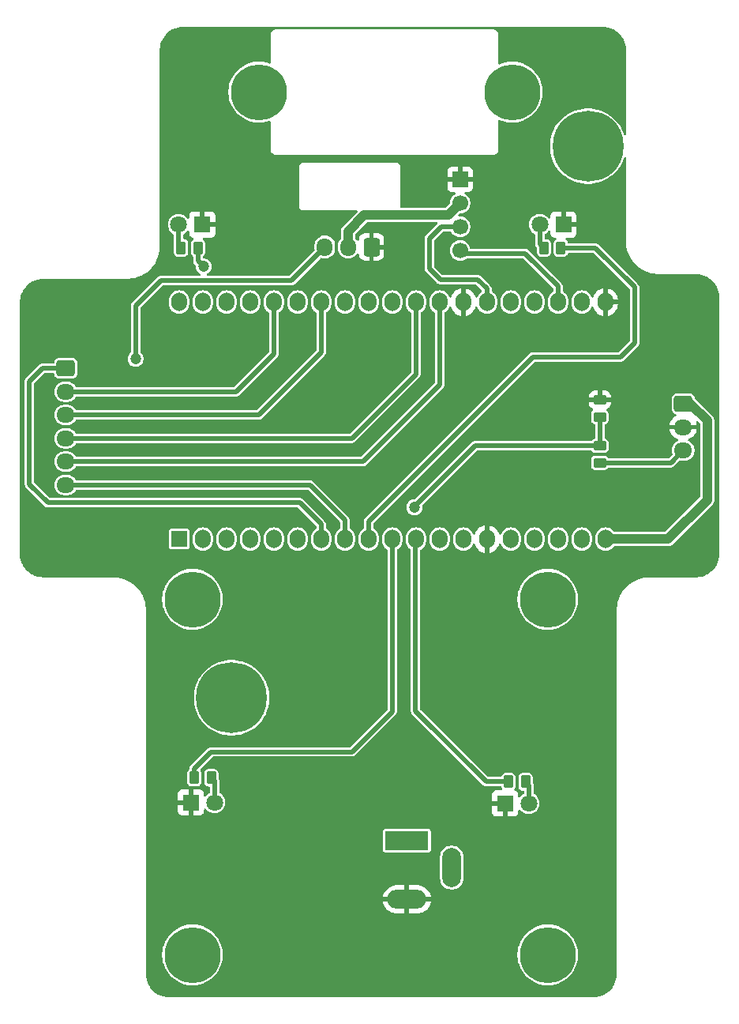
<source format=gtl>
%TF.GenerationSoftware,KiCad,Pcbnew,9.0.6*%
%TF.CreationDate,2026-01-26T22:39:46+07:00*%
%TF.ProjectId,BluetoothCar,426c7565-746f-46f7-9468-4361722e6b69,rev?*%
%TF.SameCoordinates,Original*%
%TF.FileFunction,Copper,L1,Top*%
%TF.FilePolarity,Positive*%
%FSLAX46Y46*%
G04 Gerber Fmt 4.6, Leading zero omitted, Abs format (unit mm)*
G04 Created by KiCad (PCBNEW 9.0.6) date 2026-01-26 22:39:46*
%MOMM*%
%LPD*%
G01*
G04 APERTURE LIST*
G04 Aperture macros list*
%AMRoundRect*
0 Rectangle with rounded corners*
0 $1 Rounding radius*
0 $2 $3 $4 $5 $6 $7 $8 $9 X,Y pos of 4 corners*
0 Add a 4 corners polygon primitive as box body*
4,1,4,$2,$3,$4,$5,$6,$7,$8,$9,$2,$3,0*
0 Add four circle primitives for the rounded corners*
1,1,$1+$1,$2,$3*
1,1,$1+$1,$4,$5*
1,1,$1+$1,$6,$7*
1,1,$1+$1,$8,$9*
0 Add four rect primitives between the rounded corners*
20,1,$1+$1,$2,$3,$4,$5,0*
20,1,$1+$1,$4,$5,$6,$7,0*
20,1,$1+$1,$6,$7,$8,$9,0*
20,1,$1+$1,$8,$9,$2,$3,0*%
G04 Aperture macros list end*
%TA.AperFunction,ComponentPad*%
%ADD10RoundRect,0.250000X0.600000X0.725000X-0.600000X0.725000X-0.600000X-0.725000X0.600000X-0.725000X0*%
%TD*%
%TA.AperFunction,ComponentPad*%
%ADD11O,1.700000X1.950000*%
%TD*%
%TA.AperFunction,ComponentPad*%
%ADD12C,6.000000*%
%TD*%
%TA.AperFunction,SMDPad,CuDef*%
%ADD13RoundRect,0.250000X-0.262500X-0.450000X0.262500X-0.450000X0.262500X0.450000X-0.262500X0.450000X0*%
%TD*%
%TA.AperFunction,ComponentPad*%
%ADD14C,7.600000*%
%TD*%
%TA.AperFunction,ComponentPad*%
%ADD15R,1.700000X1.700000*%
%TD*%
%TA.AperFunction,ComponentPad*%
%ADD16C,1.700000*%
%TD*%
%TA.AperFunction,ComponentPad*%
%ADD17R,1.800000X1.800000*%
%TD*%
%TA.AperFunction,ComponentPad*%
%ADD18C,1.800000*%
%TD*%
%TA.AperFunction,SMDPad,CuDef*%
%ADD19RoundRect,0.250000X0.450000X-0.262500X0.450000X0.262500X-0.450000X0.262500X-0.450000X-0.262500X0*%
%TD*%
%TA.AperFunction,ComponentPad*%
%ADD20RoundRect,0.250000X-0.725000X0.600000X-0.725000X-0.600000X0.725000X-0.600000X0.725000X0.600000X0*%
%TD*%
%TA.AperFunction,ComponentPad*%
%ADD21O,1.950000X1.700000*%
%TD*%
%TA.AperFunction,ComponentPad*%
%ADD22R,4.600000X2.000000*%
%TD*%
%TA.AperFunction,ComponentPad*%
%ADD23O,4.200000X2.000000*%
%TD*%
%TA.AperFunction,ComponentPad*%
%ADD24O,2.000000X4.200000*%
%TD*%
%TA.AperFunction,SMDPad,CuDef*%
%ADD25RoundRect,0.250000X0.262500X0.450000X-0.262500X0.450000X-0.262500X-0.450000X0.262500X-0.450000X0*%
%TD*%
%TA.AperFunction,ComponentPad*%
%ADD26O,1.700000X2.000000*%
%TD*%
%TA.AperFunction,ViaPad*%
%ADD27C,1.200000*%
%TD*%
%TA.AperFunction,Conductor*%
%ADD28C,0.500000*%
%TD*%
%TA.AperFunction,Conductor*%
%ADD29C,1.000000*%
%TD*%
G04 APERTURE END LIST*
D10*
%TO.P,J5,1,Pin_1*%
%TO.N,GND*%
X110200000Y-77100000D03*
D11*
%TO.P,J5,2,Pin_2*%
%TO.N,+5V*%
X107700000Y-77100000D03*
%TO.P,J5,3,Pin_3*%
%TO.N,SERVO_PWM*%
X105200000Y-77100000D03*
%TD*%
D12*
%TO.P,H4,1,1*%
%TO.N,unconnected-(H4-Pad1)*%
X129100000Y-152955000D03*
%TD*%
D13*
%TO.P,R4,1*%
%TO.N,Net-(D2-A)*%
X128687500Y-77200000D03*
%TO.P,R4,2*%
%TO.N,F_LED_RIGHT*%
X130512500Y-77200000D03*
%TD*%
D14*
%TO.P,H7,1,1*%
%TO.N,unconnected-(H7-Pad1)*%
X95200000Y-125400000D03*
%TD*%
D15*
%TO.P,J3,1,Pin_1*%
%TO.N,GND*%
X119700000Y-69860000D03*
D16*
%TO.P,J3,2,Pin_2*%
%TO.N,+5V*%
X119700000Y-72400000D03*
%TO.P,J3,3,Pin_3*%
%TO.N,SDA*%
X119700000Y-74940000D03*
%TO.P,J3,4,Pin_4*%
%TO.N,SCL*%
X119700000Y-77480000D03*
%TD*%
D17*
%TO.P,D2,1,K*%
%TO.N,GND*%
X130782500Y-74700000D03*
D18*
%TO.P,D2,2,A*%
%TO.N,Net-(D2-A)*%
X128242500Y-74700000D03*
%TD*%
D19*
%TO.P,R2,1*%
%TO.N,ADC_VOL*%
X134700000Y-95312500D03*
%TO.P,R2,2*%
%TO.N,GND*%
X134700000Y-93487500D03*
%TD*%
D12*
%TO.P,H3,1,1*%
%TO.N,unconnected-(H3-Pad1)*%
X91000000Y-152955000D03*
%TD*%
%TO.P,H6,1,1*%
%TO.N,unconnected-(H6-Pad1)*%
X125300000Y-60500000D03*
%TD*%
D13*
%TO.P,R3,1*%
%TO.N,Net-(D1-A)*%
X89775000Y-77200000D03*
%TO.P,R3,2*%
%TO.N,F_LED_LEFT*%
X91600000Y-77200000D03*
%TD*%
D17*
%TO.P,D3,1,K*%
%TO.N,GND*%
X90830000Y-136620000D03*
D18*
%TO.P,D3,2,A*%
%TO.N,Net-(D3-A)*%
X93370000Y-136620000D03*
%TD*%
D20*
%TO.P,J4,1,Pin_1*%
%TO.N,ENA*%
X77400000Y-90100000D03*
D21*
%TO.P,J4,2,Pin_2*%
%TO.N,INA1*%
X77400000Y-92600000D03*
%TO.P,J4,3,Pin_3*%
%TO.N,INA2*%
X77400000Y-95100000D03*
%TO.P,J4,4,Pin_4*%
%TO.N,INB1*%
X77400000Y-97600000D03*
%TO.P,J4,5,Pin_5*%
%TO.N,INB2*%
X77400000Y-100100000D03*
%TO.P,J4,6,Pin_6*%
%TO.N,ENB*%
X77400000Y-102600000D03*
%TD*%
D22*
%TO.P,J2,1*%
%TO.N,+12V*%
X114000000Y-140700000D03*
D23*
%TO.P,J2,2*%
%TO.N,GND*%
X114000000Y-147000000D03*
D24*
%TO.P,J2,3*%
%TO.N,N/C*%
X118800000Y-143600000D03*
%TD*%
D12*
%TO.P,H2,1,1*%
%TO.N,unconnected-(H2-Pad1)*%
X129100000Y-114855000D03*
%TD*%
%TO.P,H1,1,1*%
%TO.N,unconnected-(H1-Pad1)*%
X91000000Y-114855000D03*
%TD*%
D19*
%TO.P,R1,1*%
%TO.N,+12V*%
X134700000Y-100225000D03*
%TO.P,R1,2*%
%TO.N,ADC_VOL*%
X134700000Y-98400000D03*
%TD*%
D17*
%TO.P,D4,1,K*%
%TO.N,GND*%
X124530000Y-136720000D03*
D18*
%TO.P,D4,2,A*%
%TO.N,Net-(D4-A)*%
X127070000Y-136720000D03*
%TD*%
D12*
%TO.P,H5,1,1*%
%TO.N,unconnected-(H5-Pad1)*%
X98100000Y-60500000D03*
%TD*%
D20*
%TO.P,J6,1,Pin_1*%
%TO.N,+5V*%
X143625000Y-93900000D03*
D21*
%TO.P,J6,2,Pin_2*%
%TO.N,GND*%
X143625000Y-96400000D03*
%TO.P,J6,3,Pin_3*%
%TO.N,+12V*%
X143625000Y-98900000D03*
%TD*%
D25*
%TO.P,R6,1*%
%TO.N,Net-(D4-A)*%
X126712500Y-134400000D03*
%TO.P,R6,2*%
%TO.N,B_LED_RIGHT*%
X124887500Y-134400000D03*
%TD*%
D17*
%TO.P,D1,1,K*%
%TO.N,GND*%
X92045000Y-74700000D03*
D18*
%TO.P,D1,2,A*%
%TO.N,Net-(D1-A)*%
X89505000Y-74700000D03*
%TD*%
D14*
%TO.P,H8,1,1*%
%TO.N,unconnected-(H8-Pad1)*%
X133400000Y-66300000D03*
%TD*%
D25*
%TO.P,R5,1*%
%TO.N,Net-(D3-A)*%
X93012500Y-133955000D03*
%TO.P,R5,2*%
%TO.N,B_LED_LEFT*%
X91187500Y-133955000D03*
%TD*%
D15*
%TO.P,U1,1,3V3*%
%TO.N,unconnected-(U1-3V3-Pad1)*%
X89560000Y-108400000D03*
D26*
%TO.P,U1,2,CHIP_PU*%
%TO.N,unconnected-(U1-CHIP_PU-Pad2)*%
X92100000Y-108400000D03*
%TO.P,U1,3,SENSOR_VP/GPIO36/ADC1_CH0*%
%TO.N,unconnected-(U1-SENSOR_VP{slash}GPIO36{slash}ADC1_CH0-Pad3)*%
X94640000Y-108400000D03*
%TO.P,U1,4,SENSOR_VN/GPIO39/ADC1_CH3*%
%TO.N,unconnected-(U1-SENSOR_VN{slash}GPIO39{slash}ADC1_CH3-Pad4)*%
X97180000Y-108400000D03*
%TO.P,U1,5,VDET_1/GPIO34/ADC1_CH6*%
%TO.N,ADC_VOL*%
X99720000Y-108400000D03*
%TO.P,U1,6,VDET_2/GPIO35/ADC1_CH7*%
%TO.N,unconnected-(U1-VDET_2{slash}GPIO35{slash}ADC1_CH7-Pad6)*%
X102260000Y-108400000D03*
%TO.P,U1,7,32K_XP/GPIO32/ADC1_CH4*%
%TO.N,ENA*%
X104800000Y-108400000D03*
%TO.P,U1,8,32K_XN/GPIO33/ADC1_CH5*%
%TO.N,ENB*%
X107340000Y-108400000D03*
%TO.P,U1,9,DAC_1/ADC2_CH8/GPIO25*%
%TO.N,F_LED_RIGHT*%
X109880000Y-108400000D03*
%TO.P,U1,10,DAC_2/ADC2_CH9/GPIO26*%
%TO.N,B_LED_LEFT*%
X112420000Y-108400000D03*
%TO.P,U1,11,ADC2_CH7/GPIO27*%
%TO.N,B_LED_RIGHT*%
X114960000Y-108400000D03*
%TO.P,U1,12,MTMS/GPIO14/ADC2_CH6*%
%TO.N,unconnected-(U1-MTMS{slash}GPIO14{slash}ADC2_CH6-Pad12)*%
X117500000Y-108400000D03*
%TO.P,U1,13,MTDI/GPIO12/ADC2_CH5*%
%TO.N,unconnected-(U1-MTDI{slash}GPIO12{slash}ADC2_CH5-Pad13)*%
X120040000Y-108400000D03*
%TO.P,U1,14,GND*%
%TO.N,GND*%
X122580000Y-108400000D03*
%TO.P,U1,15,MTCK/GPIO13/ADC2_CH4*%
%TO.N,SERVO_PWM*%
X125120000Y-108400000D03*
%TO.P,U1,16,SD_DATA2/GPIO9*%
%TO.N,unconnected-(U1-SD_DATA2{slash}GPIO9-Pad16)*%
X127660000Y-108400000D03*
%TO.P,U1,17,SD_DATA3/GPIO10*%
%TO.N,unconnected-(U1-SD_DATA3{slash}GPIO10-Pad17)*%
X130200000Y-108400000D03*
%TO.P,U1,18,CMD*%
%TO.N,unconnected-(U1-CMD-Pad18)*%
X132740000Y-108400000D03*
%TO.P,U1,19,5V*%
%TO.N,+5V*%
X135280000Y-108400000D03*
%TO.P,U1,20,SD_CLK/GPIO6*%
%TO.N,unconnected-(U1-SD_CLK{slash}GPIO6-Pad20)*%
X89560000Y-83000000D03*
%TO.P,U1,21,SD_DATA0/GPIO7*%
%TO.N,unconnected-(U1-SD_DATA0{slash}GPIO7-Pad21)*%
X92100000Y-83000000D03*
%TO.P,U1,22,SD_DATA1/GPIO8*%
%TO.N,unconnected-(U1-SD_DATA1{slash}GPIO8-Pad22)*%
X94640000Y-83000000D03*
%TO.P,U1,23,MTDO/GPIO15/ADC2_CH3*%
%TO.N,unconnected-(U1-MTDO{slash}GPIO15{slash}ADC2_CH3-Pad23)*%
X97180000Y-83000000D03*
%TO.P,U1,24,ADC2_CH2/GPIO2*%
%TO.N,INA1*%
X99720000Y-83000000D03*
%TO.P,U1,25,GPIO0/BOOT/ADC2_CH1*%
%TO.N,unconnected-(U1-GPIO0{slash}BOOT{slash}ADC2_CH1-Pad25)*%
X102260000Y-83000000D03*
%TO.P,U1,26,ADC2_CH0/GPIO4*%
%TO.N,INA2*%
X104800000Y-83000000D03*
%TO.P,U1,27,GPIO16*%
%TO.N,unconnected-(U1-GPIO16-Pad27)*%
X107340000Y-83000000D03*
%TO.P,U1,28,GPIO17*%
%TO.N,unconnected-(U1-GPIO17-Pad28)*%
X109880000Y-83000000D03*
%TO.P,U1,29,GPIO5*%
%TO.N,unconnected-(U1-GPIO5-Pad29)*%
X112420000Y-83000000D03*
%TO.P,U1,30,GPIO18*%
%TO.N,INB1*%
X114960000Y-83000000D03*
%TO.P,U1,31,GPIO19*%
%TO.N,INB2*%
X117500000Y-83000000D03*
%TO.P,U1,32,GND*%
%TO.N,GND*%
X120040000Y-83000000D03*
%TO.P,U1,33,GPIO21*%
%TO.N,SDA*%
X122580000Y-83000000D03*
%TO.P,U1,34,U0RXD/GPIO3*%
%TO.N,unconnected-(U1-U0RXD{slash}GPIO3-Pad34)*%
X125120000Y-83000000D03*
%TO.P,U1,35,U0TXD/GPIO1*%
%TO.N,unconnected-(U1-U0TXD{slash}GPIO1-Pad35)*%
X127660000Y-83000000D03*
%TO.P,U1,36,GPIO22*%
%TO.N,SCL*%
X130200000Y-83000000D03*
%TO.P,U1,37,GPIO23*%
%TO.N,F_LED_LEFT*%
X132740000Y-83000000D03*
%TO.P,U1,38,GND*%
%TO.N,GND*%
X135280000Y-83000000D03*
%TD*%
D27*
%TO.N,SERVO_PWM*%
X84900000Y-89100000D03*
%TO.N,ADC_VOL*%
X114800000Y-105000000D03*
%TO.N,F_LED_LEFT*%
X92200000Y-79200000D03*
%TD*%
D28*
%TO.N,B_LED_LEFT*%
X91187500Y-133955000D02*
X91187500Y-133012500D01*
X91187500Y-133012500D02*
X93000000Y-131200000D01*
X93000000Y-131200000D02*
X108100000Y-131200000D01*
X108100000Y-131200000D02*
X112420000Y-126880000D01*
X112420000Y-126880000D02*
X112420000Y-108400000D01*
%TO.N,B_LED_RIGHT*%
X124887500Y-134400000D02*
X122500000Y-134400000D01*
X122500000Y-134400000D02*
X114900000Y-126800000D01*
X114900000Y-126800000D02*
X114900000Y-108460000D01*
X114900000Y-108460000D02*
X114960000Y-108400000D01*
%TO.N,Net-(D1-A)*%
X89505000Y-74700000D02*
X89505000Y-76930000D01*
X89505000Y-76930000D02*
X89775000Y-77200000D01*
%TO.N,Net-(D2-A)*%
X128242500Y-74700000D02*
X128242500Y-76755000D01*
X128242500Y-76755000D02*
X128687500Y-77200000D01*
%TO.N,Net-(D3-A)*%
X93370000Y-134312500D02*
X93012500Y-133955000D01*
X93370000Y-136620000D02*
X93370000Y-134312500D01*
%TO.N,Net-(D4-A)*%
X127070000Y-134757500D02*
X126712500Y-134400000D01*
X127070000Y-136720000D02*
X127070000Y-134757500D01*
%TO.N,SERVO_PWM*%
X101600000Y-80700000D02*
X87600000Y-80700000D01*
X87600000Y-80700000D02*
X84900000Y-83400000D01*
X84900000Y-83400000D02*
X84900000Y-89100000D01*
X105200000Y-77100000D02*
X101600000Y-80700000D01*
%TO.N,+12V*%
X142300000Y-100225000D02*
X143625000Y-98900000D01*
X134700000Y-100225000D02*
X142300000Y-100225000D01*
%TO.N,SDA*%
X117660000Y-74940000D02*
X116400000Y-76200000D01*
X116400000Y-76200000D02*
X116400000Y-79400000D01*
X119700000Y-74940000D02*
X117660000Y-74940000D01*
X117600000Y-80600000D02*
X121600000Y-80600000D01*
X121600000Y-80600000D02*
X122580000Y-81580000D01*
X116400000Y-79400000D02*
X117600000Y-80600000D01*
X122580000Y-81580000D02*
X122580000Y-83000000D01*
%TO.N,SCL*%
X120020000Y-77800000D02*
X126700000Y-77800000D01*
X119700000Y-77480000D02*
X120020000Y-77800000D01*
X126700000Y-77800000D02*
X130200000Y-81300000D01*
X130200000Y-81300000D02*
X130200000Y-83000000D01*
D29*
%TO.N,+5V*%
X107700000Y-75400000D02*
X109424000Y-73676000D01*
X146200000Y-95700000D02*
X146200000Y-104200000D01*
X142000000Y-108400000D02*
X135280000Y-108400000D01*
X107700000Y-77100000D02*
X107700000Y-75400000D01*
X143625000Y-93900000D02*
X144400000Y-93900000D01*
X118424000Y-73676000D02*
X119700000Y-72400000D01*
X146200000Y-104200000D02*
X142000000Y-108400000D01*
X109424000Y-73676000D02*
X118424000Y-73676000D01*
X144400000Y-93900000D02*
X146200000Y-95700000D01*
D28*
%TO.N,INB1*%
X114960000Y-90740000D02*
X114960000Y-83000000D01*
X77600000Y-97600000D02*
X108100000Y-97600000D01*
X108100000Y-97600000D02*
X114960000Y-90740000D01*
%TO.N,ADC_VOL*%
X134700000Y-98400000D02*
X134700000Y-95312500D01*
X121300000Y-98400000D02*
X134700000Y-98400000D01*
X114800000Y-104900000D02*
X121300000Y-98400000D01*
X114800000Y-105000000D02*
X114800000Y-104900000D01*
%TO.N,INA2*%
X98100000Y-95100000D02*
X104800000Y-88400000D01*
X77600000Y-95100000D02*
X98100000Y-95100000D01*
X104800000Y-88400000D02*
X104800000Y-83000000D01*
%TO.N,ENA*%
X75500000Y-104500000D02*
X73500000Y-102500000D01*
X104800000Y-108400000D02*
X104800000Y-106800000D01*
X73500000Y-91500000D02*
X74900000Y-90100000D01*
X73500000Y-102500000D02*
X73500000Y-91500000D01*
X74900000Y-90100000D02*
X77400000Y-90100000D01*
X104800000Y-106800000D02*
X102500000Y-104500000D01*
X102500000Y-104500000D02*
X75500000Y-104500000D01*
%TO.N,INB2*%
X109300000Y-100100000D02*
X117500000Y-91900000D01*
X77600000Y-100100000D02*
X109300000Y-100100000D01*
X117500000Y-91900000D02*
X117500000Y-83000000D01*
%TO.N,ENB*%
X77600000Y-102600000D02*
X103600000Y-102600000D01*
X107340000Y-106340000D02*
X107340000Y-108400000D01*
X103600000Y-102600000D02*
X107340000Y-106340000D01*
%TO.N,INA1*%
X95700000Y-92600000D02*
X99720000Y-88580000D01*
X77400000Y-92600000D02*
X95700000Y-92600000D01*
X99720000Y-88580000D02*
X99720000Y-83000000D01*
%TO.N,F_LED_LEFT*%
X91600000Y-77200000D02*
X91600000Y-78600000D01*
X91600000Y-78600000D02*
X92200000Y-79200000D01*
%TO.N,F_LED_RIGHT*%
X109880000Y-106520000D02*
X109880000Y-108400000D01*
X138400000Y-87400000D02*
X136900000Y-88900000D01*
X134200000Y-77200000D02*
X138400000Y-81400000D01*
X127500000Y-88900000D02*
X109880000Y-106520000D01*
X138400000Y-81400000D02*
X138400000Y-87400000D01*
X130512500Y-77200000D02*
X134200000Y-77200000D01*
X136900000Y-88900000D02*
X127500000Y-88900000D01*
%TD*%
%TA.AperFunction,Conductor*%
%TO.N,GND*%
G36*
X135003736Y-53500726D02*
G01*
X135293796Y-53518271D01*
X135308659Y-53520076D01*
X135590798Y-53571780D01*
X135605335Y-53575363D01*
X135879172Y-53660695D01*
X135893163Y-53666000D01*
X136154743Y-53783727D01*
X136167989Y-53790680D01*
X136413465Y-53939075D01*
X136425776Y-53947573D01*
X136483359Y-53992686D01*
X136651573Y-54124473D01*
X136662781Y-54134403D01*
X136865596Y-54337218D01*
X136875526Y-54348426D01*
X136995481Y-54501538D01*
X137052422Y-54574217D01*
X137060928Y-54586540D01*
X137209316Y-54832004D01*
X137216275Y-54845263D01*
X137333997Y-55106831D01*
X137339306Y-55120832D01*
X137424635Y-55394663D01*
X137428219Y-55409201D01*
X137479923Y-55691340D01*
X137481728Y-55706205D01*
X137499274Y-55996263D01*
X137499500Y-56003750D01*
X137499500Y-65024756D01*
X137479815Y-65091795D01*
X137427011Y-65137550D01*
X137357853Y-65147494D01*
X137294297Y-65118469D01*
X137256839Y-65060751D01*
X137245920Y-65024756D01*
X137218324Y-64933782D01*
X137066025Y-64566099D01*
X136878420Y-64215115D01*
X136657316Y-63884210D01*
X136404842Y-63576570D01*
X136404841Y-63576569D01*
X136404837Y-63576564D01*
X136123435Y-63295162D01*
X135815795Y-63042688D01*
X135815794Y-63042687D01*
X135815790Y-63042684D01*
X135484885Y-62821580D01*
X135484880Y-62821577D01*
X135484873Y-62821573D01*
X135133908Y-62633978D01*
X135133903Y-62633976D01*
X134766219Y-62481676D01*
X134542643Y-62413855D01*
X134385378Y-62366150D01*
X134385375Y-62366149D01*
X134385374Y-62366149D01*
X133995046Y-62288507D01*
X133716009Y-62261025D01*
X133598988Y-62249500D01*
X133201012Y-62249500D01*
X133094483Y-62259992D01*
X132804953Y-62288507D01*
X132414625Y-62366149D01*
X132033780Y-62481676D01*
X131666096Y-62633976D01*
X131666091Y-62633978D01*
X131315126Y-62821573D01*
X131315108Y-62821584D01*
X130984218Y-63042678D01*
X130984204Y-63042688D01*
X130676564Y-63295162D01*
X130395162Y-63576564D01*
X130142688Y-63884204D01*
X130142678Y-63884218D01*
X129921584Y-64215108D01*
X129921573Y-64215126D01*
X129733978Y-64566091D01*
X129733976Y-64566096D01*
X129581676Y-64933780D01*
X129466149Y-65314625D01*
X129388507Y-65704953D01*
X129349500Y-66101015D01*
X129349500Y-66498984D01*
X129388507Y-66895046D01*
X129466149Y-67285374D01*
X129581676Y-67666219D01*
X129733976Y-68033903D01*
X129733978Y-68033908D01*
X129921573Y-68384873D01*
X129921584Y-68384891D01*
X130142678Y-68715781D01*
X130142688Y-68715795D01*
X130395162Y-69023435D01*
X130676564Y-69304837D01*
X130676569Y-69304841D01*
X130676570Y-69304842D01*
X130984210Y-69557316D01*
X131315115Y-69778420D01*
X131315124Y-69778425D01*
X131315126Y-69778426D01*
X131666091Y-69966021D01*
X131666093Y-69966021D01*
X131666099Y-69966025D01*
X132033782Y-70118324D01*
X132414622Y-70233850D01*
X132804951Y-70311492D01*
X133201012Y-70350500D01*
X133201015Y-70350500D01*
X133598985Y-70350500D01*
X133598988Y-70350500D01*
X133995049Y-70311492D01*
X134385378Y-70233850D01*
X134766218Y-70118324D01*
X135133901Y-69966025D01*
X135484885Y-69778420D01*
X135815790Y-69557316D01*
X136123430Y-69304842D01*
X136404842Y-69023430D01*
X136657316Y-68715790D01*
X136878420Y-68384885D01*
X137066025Y-68033901D01*
X137218324Y-67666218D01*
X137256840Y-67539245D01*
X137295136Y-67480809D01*
X137358949Y-67452353D01*
X137428016Y-67462913D01*
X137480409Y-67509137D01*
X137499500Y-67575243D01*
X137499500Y-76434108D01*
X137499500Y-76500000D01*
X137499500Y-76671969D01*
X137508473Y-76763072D01*
X137533210Y-77014249D01*
X137600308Y-77351572D01*
X137700150Y-77680706D01*
X137831770Y-77998464D01*
X137831772Y-77998469D01*
X137993893Y-78301775D01*
X137993904Y-78301793D01*
X138184975Y-78587751D01*
X138184985Y-78587765D01*
X138403176Y-78853632D01*
X138646367Y-79096823D01*
X138646372Y-79096827D01*
X138646373Y-79096828D01*
X138912240Y-79315019D01*
X139198213Y-79506100D01*
X139198222Y-79506105D01*
X139198224Y-79506106D01*
X139501530Y-79668227D01*
X139501532Y-79668227D01*
X139501538Y-79668231D01*
X139819295Y-79799850D01*
X140148422Y-79899690D01*
X140485750Y-79966789D01*
X140828031Y-80000500D01*
X140934108Y-80000500D01*
X144934108Y-80000500D01*
X144996249Y-80000500D01*
X145003736Y-80000726D01*
X145293796Y-80018271D01*
X145308659Y-80020076D01*
X145590798Y-80071780D01*
X145605335Y-80075363D01*
X145879172Y-80160695D01*
X145893163Y-80166000D01*
X146154743Y-80283727D01*
X146167989Y-80290680D01*
X146413465Y-80439075D01*
X146425776Y-80447573D01*
X146516016Y-80518271D01*
X146651573Y-80624473D01*
X146662781Y-80634403D01*
X146865596Y-80837218D01*
X146875526Y-80848426D01*
X147046291Y-81066392D01*
X147052422Y-81074217D01*
X147060926Y-81086537D01*
X147129819Y-81200500D01*
X147209316Y-81332004D01*
X147216275Y-81345263D01*
X147333997Y-81606831D01*
X147339306Y-81620832D01*
X147424635Y-81894663D01*
X147428219Y-81909201D01*
X147479923Y-82191340D01*
X147481728Y-82206205D01*
X147499274Y-82496263D01*
X147499500Y-82503750D01*
X147499500Y-109996249D01*
X147499274Y-110003736D01*
X147481728Y-110293794D01*
X147479923Y-110308659D01*
X147428219Y-110590798D01*
X147424635Y-110605336D01*
X147339306Y-110879167D01*
X147333997Y-110893168D01*
X147216275Y-111154736D01*
X147209316Y-111167995D01*
X147060928Y-111413459D01*
X147052422Y-111425782D01*
X146875526Y-111651573D01*
X146865596Y-111662781D01*
X146662781Y-111865596D01*
X146651573Y-111875526D01*
X146425782Y-112052422D01*
X146413459Y-112060928D01*
X146167995Y-112209316D01*
X146154736Y-112216275D01*
X145893168Y-112333997D01*
X145879167Y-112339306D01*
X145605336Y-112424635D01*
X145590798Y-112428219D01*
X145308659Y-112479923D01*
X145293794Y-112481728D01*
X145003736Y-112499274D01*
X144996249Y-112499500D01*
X140065892Y-112499500D01*
X140000000Y-112499500D01*
X139828031Y-112499500D01*
X139749966Y-112507188D01*
X139485750Y-112533210D01*
X139148427Y-112600308D01*
X138819293Y-112700150D01*
X138501535Y-112831770D01*
X138501530Y-112831772D01*
X138198224Y-112993893D01*
X138198206Y-112993904D01*
X137912248Y-113184975D01*
X137912234Y-113184985D01*
X137646367Y-113403176D01*
X137403176Y-113646367D01*
X137184985Y-113912234D01*
X137184975Y-113912248D01*
X136993904Y-114198206D01*
X136993893Y-114198224D01*
X136831772Y-114501530D01*
X136831770Y-114501535D01*
X136700150Y-114819293D01*
X136600308Y-115148427D01*
X136533210Y-115485750D01*
X136499500Y-115828034D01*
X136499500Y-154996249D01*
X136499274Y-155003736D01*
X136481728Y-155293794D01*
X136479923Y-155308659D01*
X136428219Y-155590798D01*
X136424635Y-155605336D01*
X136339306Y-155879167D01*
X136333997Y-155893168D01*
X136216275Y-156154736D01*
X136209316Y-156167995D01*
X136060928Y-156413459D01*
X136052422Y-156425782D01*
X135875526Y-156651573D01*
X135865596Y-156662781D01*
X135662781Y-156865596D01*
X135651573Y-156875526D01*
X135425782Y-157052422D01*
X135413459Y-157060928D01*
X135167995Y-157209316D01*
X135154736Y-157216275D01*
X134893168Y-157333997D01*
X134879167Y-157339306D01*
X134605336Y-157424635D01*
X134590798Y-157428219D01*
X134308659Y-157479923D01*
X134293794Y-157481728D01*
X134003736Y-157499274D01*
X133996249Y-157499500D01*
X88503751Y-157499500D01*
X88496264Y-157499274D01*
X88206205Y-157481728D01*
X88191340Y-157479923D01*
X87909201Y-157428219D01*
X87894663Y-157424635D01*
X87620832Y-157339306D01*
X87606831Y-157333997D01*
X87345263Y-157216275D01*
X87332004Y-157209316D01*
X87086540Y-157060928D01*
X87074217Y-157052422D01*
X86848426Y-156875526D01*
X86837218Y-156865596D01*
X86634403Y-156662781D01*
X86624473Y-156651573D01*
X86447573Y-156425776D01*
X86439075Y-156413465D01*
X86290680Y-156167989D01*
X86283727Y-156154743D01*
X86166000Y-155893163D01*
X86160693Y-155879167D01*
X86075364Y-155605336D01*
X86071780Y-155590798D01*
X86020076Y-155308659D01*
X86018271Y-155293794D01*
X86000726Y-155003736D01*
X86000500Y-154996249D01*
X86000500Y-152795316D01*
X87749500Y-152795316D01*
X87749500Y-153114683D01*
X87780803Y-153432522D01*
X87843109Y-153745754D01*
X87935820Y-154051382D01*
X88058040Y-154346446D01*
X88058042Y-154346451D01*
X88208584Y-154628094D01*
X88208601Y-154628122D01*
X88386012Y-154893638D01*
X88386029Y-154893661D01*
X88588638Y-155140540D01*
X88814459Y-155366361D01*
X88814464Y-155366365D01*
X88814465Y-155366366D01*
X89061344Y-155568975D01*
X89061351Y-155568980D01*
X89061361Y-155568987D01*
X89326877Y-155746398D01*
X89326882Y-155746401D01*
X89326894Y-155746409D01*
X89326903Y-155746413D01*
X89326905Y-155746415D01*
X89608548Y-155896957D01*
X89608550Y-155896957D01*
X89608556Y-155896961D01*
X89903619Y-156019180D01*
X90209240Y-156111889D01*
X90522477Y-156174196D01*
X90840313Y-156205500D01*
X90840316Y-156205500D01*
X91159684Y-156205500D01*
X91159687Y-156205500D01*
X91477523Y-156174196D01*
X91790760Y-156111889D01*
X92096381Y-156019180D01*
X92391444Y-155896961D01*
X92673106Y-155746409D01*
X92938656Y-155568975D01*
X93185535Y-155366366D01*
X93411366Y-155140535D01*
X93613975Y-154893656D01*
X93791409Y-154628106D01*
X93941961Y-154346444D01*
X94064180Y-154051381D01*
X94156889Y-153745760D01*
X94219196Y-153432523D01*
X94250500Y-153114687D01*
X94250500Y-152795316D01*
X125849500Y-152795316D01*
X125849500Y-153114683D01*
X125880803Y-153432522D01*
X125943109Y-153745754D01*
X126035820Y-154051382D01*
X126158040Y-154346446D01*
X126158042Y-154346451D01*
X126308584Y-154628094D01*
X126308601Y-154628122D01*
X126486012Y-154893638D01*
X126486029Y-154893661D01*
X126688638Y-155140540D01*
X126914459Y-155366361D01*
X126914464Y-155366365D01*
X126914465Y-155366366D01*
X127161344Y-155568975D01*
X127161351Y-155568980D01*
X127161361Y-155568987D01*
X127426877Y-155746398D01*
X127426882Y-155746401D01*
X127426894Y-155746409D01*
X127426903Y-155746413D01*
X127426905Y-155746415D01*
X127708548Y-155896957D01*
X127708550Y-155896957D01*
X127708556Y-155896961D01*
X128003619Y-156019180D01*
X128309240Y-156111889D01*
X128622477Y-156174196D01*
X128940313Y-156205500D01*
X128940316Y-156205500D01*
X129259684Y-156205500D01*
X129259687Y-156205500D01*
X129577523Y-156174196D01*
X129890760Y-156111889D01*
X130196381Y-156019180D01*
X130491444Y-155896961D01*
X130773106Y-155746409D01*
X131038656Y-155568975D01*
X131285535Y-155366366D01*
X131511366Y-155140535D01*
X131713975Y-154893656D01*
X131891409Y-154628106D01*
X132041961Y-154346444D01*
X132164180Y-154051381D01*
X132256889Y-153745760D01*
X132319196Y-153432523D01*
X132350500Y-153114687D01*
X132350500Y-152795313D01*
X132319196Y-152477477D01*
X132256889Y-152164240D01*
X132164180Y-151858619D01*
X132041961Y-151563556D01*
X131891409Y-151281894D01*
X131891398Y-151281877D01*
X131713987Y-151016361D01*
X131713980Y-151016351D01*
X131713975Y-151016344D01*
X131511366Y-150769465D01*
X131511365Y-150769464D01*
X131511361Y-150769459D01*
X131285540Y-150543638D01*
X131038661Y-150341029D01*
X131038638Y-150341012D01*
X130773122Y-150163601D01*
X130773094Y-150163584D01*
X130491451Y-150013042D01*
X130491446Y-150013040D01*
X130196382Y-149890820D01*
X129890754Y-149798109D01*
X129577521Y-149735803D01*
X129577522Y-149735803D01*
X129338141Y-149712227D01*
X129259687Y-149704500D01*
X128940313Y-149704500D01*
X128867822Y-149711639D01*
X128622477Y-149735803D01*
X128309245Y-149798109D01*
X128003617Y-149890820D01*
X127708553Y-150013040D01*
X127708548Y-150013042D01*
X127426905Y-150163584D01*
X127426877Y-150163601D01*
X127161361Y-150341012D01*
X127161338Y-150341029D01*
X126914459Y-150543638D01*
X126688638Y-150769459D01*
X126486029Y-151016338D01*
X126486012Y-151016361D01*
X126308601Y-151281877D01*
X126308584Y-151281905D01*
X126158042Y-151563548D01*
X126158040Y-151563553D01*
X126035820Y-151858617D01*
X125943109Y-152164245D01*
X125880803Y-152477477D01*
X125849500Y-152795316D01*
X94250500Y-152795316D01*
X94250500Y-152795313D01*
X94219196Y-152477477D01*
X94156889Y-152164240D01*
X94064180Y-151858619D01*
X93941961Y-151563556D01*
X93791409Y-151281894D01*
X93791398Y-151281877D01*
X93613987Y-151016361D01*
X93613980Y-151016351D01*
X93613975Y-151016344D01*
X93411366Y-150769465D01*
X93411365Y-150769464D01*
X93411361Y-150769459D01*
X93185540Y-150543638D01*
X92938661Y-150341029D01*
X92938638Y-150341012D01*
X92673122Y-150163601D01*
X92673094Y-150163584D01*
X92391451Y-150013042D01*
X92391446Y-150013040D01*
X92096382Y-149890820D01*
X91790754Y-149798109D01*
X91477521Y-149735803D01*
X91477522Y-149735803D01*
X91238141Y-149712227D01*
X91159687Y-149704500D01*
X90840313Y-149704500D01*
X90767822Y-149711639D01*
X90522477Y-149735803D01*
X90209245Y-149798109D01*
X89903617Y-149890820D01*
X89608553Y-150013040D01*
X89608548Y-150013042D01*
X89326905Y-150163584D01*
X89326877Y-150163601D01*
X89061361Y-150341012D01*
X89061338Y-150341029D01*
X88814459Y-150543638D01*
X88588638Y-150769459D01*
X88386029Y-151016338D01*
X88386012Y-151016361D01*
X88208601Y-151281877D01*
X88208584Y-151281905D01*
X88058042Y-151563548D01*
X88058040Y-151563553D01*
X87935820Y-151858617D01*
X87843109Y-152164245D01*
X87780803Y-152477477D01*
X87749500Y-152795316D01*
X86000500Y-152795316D01*
X86000500Y-146750000D01*
X111420898Y-146750000D01*
X112466988Y-146750000D01*
X112434075Y-146807007D01*
X112400000Y-146934174D01*
X112400000Y-147065826D01*
X112434075Y-147192993D01*
X112466988Y-147250000D01*
X111420898Y-147250000D01*
X111436934Y-147351247D01*
X111509897Y-147575802D01*
X111617085Y-147786171D01*
X111755866Y-147977186D01*
X111922813Y-148144133D01*
X112113828Y-148282914D01*
X112324197Y-148390102D01*
X112548752Y-148463065D01*
X112548751Y-148463065D01*
X112781948Y-148500000D01*
X113750000Y-148500000D01*
X113750000Y-147500000D01*
X114250000Y-147500000D01*
X114250000Y-148500000D01*
X115218052Y-148500000D01*
X115451247Y-148463065D01*
X115675802Y-148390102D01*
X115886171Y-148282914D01*
X116077186Y-148144133D01*
X116244133Y-147977186D01*
X116382914Y-147786171D01*
X116490102Y-147575802D01*
X116563065Y-147351247D01*
X116579102Y-147250000D01*
X115533012Y-147250000D01*
X115565925Y-147192993D01*
X115600000Y-147065826D01*
X115600000Y-146934174D01*
X115565925Y-146807007D01*
X115533012Y-146750000D01*
X116579102Y-146750000D01*
X116563065Y-146648752D01*
X116490102Y-146424197D01*
X116382914Y-146213828D01*
X116244133Y-146022813D01*
X116077186Y-145855866D01*
X115886171Y-145717085D01*
X115675802Y-145609897D01*
X115451247Y-145536934D01*
X115451248Y-145536934D01*
X115218052Y-145500000D01*
X114250000Y-145500000D01*
X114250000Y-146500000D01*
X113750000Y-146500000D01*
X113750000Y-145500000D01*
X112781948Y-145500000D01*
X112548752Y-145536934D01*
X112324197Y-145609897D01*
X112113828Y-145717085D01*
X111922813Y-145855866D01*
X111755866Y-146022813D01*
X111617085Y-146213828D01*
X111509897Y-146424197D01*
X111436934Y-146648752D01*
X111420898Y-146750000D01*
X86000500Y-146750000D01*
X86000500Y-142401577D01*
X117549500Y-142401577D01*
X117549500Y-144798422D01*
X117580290Y-144992826D01*
X117641117Y-145180029D01*
X117730476Y-145355405D01*
X117846172Y-145514646D01*
X117985354Y-145653828D01*
X118144595Y-145769524D01*
X118227455Y-145811743D01*
X118319970Y-145858882D01*
X118319972Y-145858882D01*
X118319975Y-145858884D01*
X118420317Y-145891487D01*
X118507173Y-145919709D01*
X118701578Y-145950500D01*
X118701583Y-145950500D01*
X118898422Y-145950500D01*
X119092826Y-145919709D01*
X119280025Y-145858884D01*
X119455405Y-145769524D01*
X119614646Y-145653828D01*
X119753828Y-145514646D01*
X119869524Y-145355405D01*
X119958884Y-145180025D01*
X120019709Y-144992826D01*
X120050500Y-144798422D01*
X120050500Y-142401577D01*
X120019709Y-142207173D01*
X119958882Y-142019970D01*
X119869523Y-141844594D01*
X119753828Y-141685354D01*
X119614646Y-141546172D01*
X119455405Y-141430476D01*
X119280029Y-141341117D01*
X119092826Y-141280290D01*
X118898422Y-141249500D01*
X118898417Y-141249500D01*
X118701583Y-141249500D01*
X118701578Y-141249500D01*
X118507173Y-141280290D01*
X118319970Y-141341117D01*
X118144594Y-141430476D01*
X118053741Y-141496485D01*
X117985354Y-141546172D01*
X117985352Y-141546174D01*
X117985351Y-141546174D01*
X117846174Y-141685351D01*
X117846174Y-141685352D01*
X117846172Y-141685354D01*
X117796485Y-141753741D01*
X117730476Y-141844594D01*
X117641117Y-142019970D01*
X117580290Y-142207173D01*
X117549500Y-142401577D01*
X86000500Y-142401577D01*
X86000500Y-139675321D01*
X111449500Y-139675321D01*
X111449500Y-141724678D01*
X111464032Y-141797735D01*
X111464033Y-141797739D01*
X111464034Y-141797740D01*
X111519399Y-141880601D01*
X111602260Y-141935966D01*
X111602264Y-141935967D01*
X111675321Y-141950499D01*
X111675324Y-141950500D01*
X111675326Y-141950500D01*
X116324676Y-141950500D01*
X116324677Y-141950499D01*
X116397740Y-141935966D01*
X116480601Y-141880601D01*
X116535966Y-141797740D01*
X116550500Y-141724674D01*
X116550500Y-139675326D01*
X116550500Y-139675323D01*
X116550499Y-139675321D01*
X116535967Y-139602264D01*
X116535966Y-139602260D01*
X116480601Y-139519399D01*
X116397740Y-139464034D01*
X116397739Y-139464033D01*
X116397735Y-139464032D01*
X116324677Y-139449500D01*
X116324674Y-139449500D01*
X111675326Y-139449500D01*
X111675323Y-139449500D01*
X111602264Y-139464032D01*
X111602260Y-139464033D01*
X111519399Y-139519399D01*
X111464033Y-139602260D01*
X111464032Y-139602264D01*
X111449500Y-139675321D01*
X86000500Y-139675321D01*
X86000500Y-135672155D01*
X89430000Y-135672155D01*
X89430000Y-136370000D01*
X90454722Y-136370000D01*
X90410667Y-136446306D01*
X90380000Y-136560756D01*
X90380000Y-136679244D01*
X90410667Y-136793694D01*
X90454722Y-136870000D01*
X89430000Y-136870000D01*
X89430000Y-137567844D01*
X89436401Y-137627372D01*
X89436403Y-137627379D01*
X89486645Y-137762086D01*
X89486649Y-137762093D01*
X89572809Y-137877187D01*
X89572812Y-137877190D01*
X89687906Y-137963350D01*
X89687913Y-137963354D01*
X89822620Y-138013596D01*
X89822627Y-138013598D01*
X89882155Y-138019999D01*
X89882172Y-138020000D01*
X90580000Y-138020000D01*
X90580000Y-136995277D01*
X90656306Y-137039333D01*
X90770756Y-137070000D01*
X90889244Y-137070000D01*
X91003694Y-137039333D01*
X91080000Y-136995277D01*
X91080000Y-138020000D01*
X91777828Y-138020000D01*
X91777844Y-138019999D01*
X91837372Y-138013598D01*
X91837379Y-138013596D01*
X91972086Y-137963354D01*
X91972093Y-137963350D01*
X92087187Y-137877190D01*
X92087190Y-137877187D01*
X92173350Y-137762093D01*
X92173354Y-137762086D01*
X92223596Y-137627379D01*
X92223598Y-137627372D01*
X92229999Y-137567844D01*
X92230000Y-137567827D01*
X92230000Y-137389906D01*
X92249685Y-137322867D01*
X92302489Y-137277112D01*
X92371647Y-137267168D01*
X92435203Y-137296193D01*
X92454319Y-137317022D01*
X92492443Y-137369497D01*
X92620500Y-137497554D01*
X92620505Y-137497558D01*
X92717223Y-137567827D01*
X92767006Y-137603996D01*
X92872484Y-137657740D01*
X92928360Y-137686211D01*
X92928363Y-137686212D01*
X93014476Y-137714191D01*
X93100591Y-137742171D01*
X93183429Y-137755291D01*
X93279449Y-137770500D01*
X93279454Y-137770500D01*
X93460551Y-137770500D01*
X93547259Y-137756765D01*
X93639409Y-137742171D01*
X93811639Y-137686211D01*
X93972994Y-137603996D01*
X94119501Y-137497553D01*
X94247553Y-137369501D01*
X94353996Y-137222994D01*
X94436211Y-137061639D01*
X94492171Y-136889409D01*
X94507522Y-136792489D01*
X94520500Y-136710551D01*
X94520500Y-136529448D01*
X94495245Y-136370000D01*
X94492171Y-136350591D01*
X94436211Y-136178361D01*
X94436211Y-136178360D01*
X94404947Y-136117002D01*
X94353996Y-136017006D01*
X94325787Y-135978179D01*
X94247558Y-135870505D01*
X94247554Y-135870500D01*
X94119499Y-135742445D01*
X94119494Y-135742441D01*
X93972995Y-135636004D01*
X93938202Y-135618275D01*
X93887408Y-135570300D01*
X93870500Y-135507792D01*
X93870500Y-134246609D01*
X93870500Y-134246608D01*
X93859837Y-134206814D01*
X93836392Y-134119314D01*
X93792112Y-134042620D01*
X93775499Y-133980619D01*
X93775499Y-133457129D01*
X93775498Y-133457123D01*
X93775497Y-133457116D01*
X93769091Y-133397517D01*
X93718796Y-133262669D01*
X93718795Y-133262668D01*
X93718793Y-133262664D01*
X93632547Y-133147455D01*
X93632544Y-133147452D01*
X93517335Y-133061206D01*
X93517328Y-133061202D01*
X93382486Y-133010910D01*
X93382485Y-133010909D01*
X93382483Y-133010909D01*
X93322873Y-133004500D01*
X93322863Y-133004500D01*
X92702129Y-133004500D01*
X92702123Y-133004501D01*
X92642516Y-133010908D01*
X92507671Y-133061202D01*
X92507664Y-133061206D01*
X92392455Y-133147452D01*
X92392452Y-133147455D01*
X92306206Y-133262664D01*
X92306202Y-133262671D01*
X92255908Y-133397517D01*
X92250320Y-133449500D01*
X92249501Y-133457123D01*
X92249500Y-133457135D01*
X92249500Y-134452870D01*
X92249501Y-134452876D01*
X92255908Y-134512483D01*
X92306202Y-134647328D01*
X92306206Y-134647335D01*
X92392452Y-134762544D01*
X92392455Y-134762547D01*
X92507664Y-134848793D01*
X92507671Y-134848797D01*
X92552618Y-134865561D01*
X92642517Y-134899091D01*
X92702127Y-134905500D01*
X92745499Y-134905499D01*
X92812537Y-134925182D01*
X92858293Y-134977985D01*
X92869500Y-135029499D01*
X92869500Y-135507792D01*
X92849815Y-135574831D01*
X92801798Y-135618275D01*
X92767004Y-135636004D01*
X92620505Y-135742441D01*
X92620500Y-135742445D01*
X92492445Y-135870500D01*
X92492441Y-135870505D01*
X92454318Y-135922978D01*
X92398988Y-135965644D01*
X92329375Y-135971623D01*
X92267580Y-135939018D01*
X92233223Y-135878179D01*
X92230000Y-135850093D01*
X92230000Y-135672172D01*
X92229999Y-135672155D01*
X92223598Y-135612627D01*
X92223596Y-135612620D01*
X92173354Y-135477913D01*
X92173350Y-135477906D01*
X92087190Y-135362812D01*
X92087187Y-135362809D01*
X91972093Y-135276649D01*
X91972086Y-135276645D01*
X91837379Y-135226403D01*
X91837372Y-135226401D01*
X91777844Y-135220000D01*
X91080000Y-135220000D01*
X91080000Y-136244722D01*
X91003694Y-136200667D01*
X90889244Y-136170000D01*
X90770756Y-136170000D01*
X90656306Y-136200667D01*
X90580000Y-136244722D01*
X90580000Y-135220000D01*
X89882155Y-135220000D01*
X89822627Y-135226401D01*
X89822620Y-135226403D01*
X89687913Y-135276645D01*
X89687906Y-135276649D01*
X89572812Y-135362809D01*
X89572809Y-135362812D01*
X89486649Y-135477906D01*
X89486645Y-135477913D01*
X89436403Y-135612620D01*
X89436401Y-135612627D01*
X89430000Y-135672155D01*
X86000500Y-135672155D01*
X86000500Y-133457135D01*
X90424500Y-133457135D01*
X90424500Y-134452870D01*
X90424501Y-134452876D01*
X90430908Y-134512483D01*
X90481202Y-134647328D01*
X90481206Y-134647335D01*
X90567452Y-134762544D01*
X90567455Y-134762547D01*
X90682664Y-134848793D01*
X90682671Y-134848797D01*
X90727618Y-134865561D01*
X90817517Y-134899091D01*
X90877127Y-134905500D01*
X91497872Y-134905499D01*
X91557483Y-134899091D01*
X91692331Y-134848796D01*
X91807546Y-134762546D01*
X91893796Y-134647331D01*
X91944091Y-134512483D01*
X91950500Y-134452873D01*
X91950499Y-133457128D01*
X91944091Y-133397517D01*
X91893796Y-133262669D01*
X91851734Y-133206482D01*
X91827318Y-133141019D01*
X91842169Y-133072746D01*
X91863317Y-133044495D01*
X93170995Y-131736819D01*
X93232318Y-131703334D01*
X93258676Y-131700500D01*
X108165890Y-131700500D01*
X108165892Y-131700500D01*
X108293186Y-131666392D01*
X108407314Y-131600500D01*
X112820500Y-127187314D01*
X112886392Y-127073186D01*
X112920500Y-126945892D01*
X112920500Y-126814107D01*
X112920500Y-109606089D01*
X112940185Y-109539050D01*
X112988206Y-109495604D01*
X112996788Y-109491232D01*
X113136928Y-109389414D01*
X113259414Y-109266928D01*
X113361232Y-109126788D01*
X113439873Y-108972445D01*
X113493402Y-108807701D01*
X113520500Y-108636611D01*
X113520500Y-108163389D01*
X113859500Y-108163389D01*
X113859500Y-108636610D01*
X113872594Y-108719287D01*
X113886598Y-108807701D01*
X113940127Y-108972445D01*
X114018768Y-109126788D01*
X114120586Y-109266928D01*
X114243072Y-109389414D01*
X114348386Y-109465929D01*
X114391051Y-109521259D01*
X114399500Y-109566247D01*
X114399500Y-126865891D01*
X114433608Y-126993187D01*
X114466554Y-127050250D01*
X114499500Y-127107314D01*
X122192686Y-134800500D01*
X122306814Y-134866392D01*
X122434107Y-134900500D01*
X122434108Y-134900500D01*
X124023560Y-134900500D01*
X124040095Y-134905355D01*
X124057331Y-134905187D01*
X124072926Y-134914995D01*
X124090599Y-134920185D01*
X124102134Y-134933366D01*
X124116475Y-134942386D01*
X124130533Y-134965818D01*
X124135846Y-134971889D01*
X124137984Y-134976452D01*
X124181204Y-135092331D01*
X124210805Y-135131873D01*
X124216201Y-135143389D01*
X124219655Y-135165855D01*
X124227599Y-135187152D01*
X124224863Y-135199728D01*
X124226819Y-135212447D01*
X124217579Y-135233214D01*
X124212748Y-135255425D01*
X124203649Y-135264524D01*
X124198417Y-135276284D01*
X124179414Y-135288759D01*
X124163344Y-135304831D01*
X124149586Y-135308342D01*
X124140010Y-135314630D01*
X124124353Y-135314783D01*
X124103915Y-135320000D01*
X123582155Y-135320000D01*
X123522627Y-135326401D01*
X123522620Y-135326403D01*
X123387913Y-135376645D01*
X123387906Y-135376649D01*
X123272812Y-135462809D01*
X123272809Y-135462812D01*
X123186649Y-135577906D01*
X123186645Y-135577913D01*
X123136403Y-135712620D01*
X123136401Y-135712627D01*
X123130000Y-135772155D01*
X123130000Y-136470000D01*
X124154722Y-136470000D01*
X124110667Y-136546306D01*
X124080000Y-136660756D01*
X124080000Y-136779244D01*
X124110667Y-136893694D01*
X124154722Y-136970000D01*
X123130000Y-136970000D01*
X123130000Y-137667844D01*
X123136401Y-137727372D01*
X123136403Y-137727379D01*
X123186645Y-137862086D01*
X123186649Y-137862093D01*
X123272809Y-137977187D01*
X123272812Y-137977190D01*
X123387906Y-138063350D01*
X123387913Y-138063354D01*
X123522620Y-138113596D01*
X123522627Y-138113598D01*
X123582155Y-138119999D01*
X123582172Y-138120000D01*
X124280000Y-138120000D01*
X124280000Y-137095277D01*
X124356306Y-137139333D01*
X124470756Y-137170000D01*
X124589244Y-137170000D01*
X124703694Y-137139333D01*
X124780000Y-137095277D01*
X124780000Y-138120000D01*
X125477828Y-138120000D01*
X125477844Y-138119999D01*
X125537372Y-138113598D01*
X125537379Y-138113596D01*
X125672086Y-138063354D01*
X125672093Y-138063350D01*
X125787187Y-137977190D01*
X125787190Y-137977187D01*
X125873350Y-137862093D01*
X125873354Y-137862086D01*
X125923596Y-137727379D01*
X125923598Y-137727372D01*
X125929999Y-137667844D01*
X125930000Y-137667827D01*
X125930000Y-137489906D01*
X125949685Y-137422867D01*
X126002489Y-137377112D01*
X126071647Y-137367168D01*
X126135203Y-137396193D01*
X126154319Y-137417022D01*
X126192443Y-137469497D01*
X126320500Y-137597554D01*
X126320505Y-137597558D01*
X126361551Y-137627379D01*
X126467006Y-137703996D01*
X126572484Y-137757740D01*
X126628360Y-137786211D01*
X126628363Y-137786212D01*
X126714476Y-137814191D01*
X126800591Y-137842171D01*
X126883429Y-137855291D01*
X126979449Y-137870500D01*
X126979454Y-137870500D01*
X127160551Y-137870500D01*
X127247259Y-137856765D01*
X127339409Y-137842171D01*
X127511639Y-137786211D01*
X127672994Y-137703996D01*
X127819501Y-137597553D01*
X127947553Y-137469501D01*
X128053996Y-137322994D01*
X128136211Y-137161639D01*
X128192171Y-136989409D01*
X128208011Y-136889400D01*
X128220500Y-136810551D01*
X128220500Y-136629448D01*
X128195245Y-136470000D01*
X128192171Y-136450591D01*
X128136211Y-136278361D01*
X128136211Y-136278360D01*
X128107740Y-136222484D01*
X128053996Y-136117006D01*
X128040396Y-136098287D01*
X127947558Y-135970505D01*
X127947554Y-135970500D01*
X127819499Y-135842445D01*
X127819494Y-135842441D01*
X127672995Y-135736004D01*
X127638202Y-135718275D01*
X127587408Y-135670300D01*
X127570500Y-135607792D01*
X127570500Y-134691610D01*
X127570500Y-134691608D01*
X127536392Y-134564314D01*
X127492111Y-134487618D01*
X127475499Y-134425619D01*
X127475499Y-133902129D01*
X127475498Y-133902123D01*
X127475497Y-133902116D01*
X127469091Y-133842517D01*
X127460257Y-133818833D01*
X127418797Y-133707671D01*
X127418793Y-133707664D01*
X127332547Y-133592455D01*
X127332544Y-133592452D01*
X127217335Y-133506206D01*
X127217328Y-133506202D01*
X127082486Y-133455910D01*
X127082485Y-133455909D01*
X127082483Y-133455909D01*
X127022873Y-133449500D01*
X127022863Y-133449500D01*
X126402129Y-133449500D01*
X126402123Y-133449501D01*
X126342516Y-133455908D01*
X126207671Y-133506202D01*
X126207664Y-133506206D01*
X126092455Y-133592452D01*
X126092452Y-133592455D01*
X126006206Y-133707664D01*
X126006202Y-133707671D01*
X125955908Y-133842517D01*
X125949816Y-133899184D01*
X125949501Y-133902123D01*
X125949500Y-133902135D01*
X125949500Y-134897870D01*
X125949501Y-134897876D01*
X125955908Y-134957483D01*
X126006202Y-135092328D01*
X126006206Y-135092335D01*
X126092452Y-135207544D01*
X126092455Y-135207547D01*
X126207664Y-135293793D01*
X126207671Y-135293797D01*
X126237255Y-135304831D01*
X126342517Y-135344091D01*
X126402127Y-135350500D01*
X126445499Y-135350499D01*
X126454184Y-135353049D01*
X126463147Y-135351761D01*
X126487184Y-135362738D01*
X126512537Y-135370182D01*
X126518466Y-135377024D01*
X126526703Y-135380786D01*
X126540989Y-135403016D01*
X126558293Y-135422985D01*
X126560580Y-135433501D01*
X126564477Y-135439564D01*
X126569500Y-135474499D01*
X126569500Y-135607792D01*
X126549815Y-135674831D01*
X126501798Y-135718275D01*
X126467004Y-135736004D01*
X126320505Y-135842441D01*
X126320500Y-135842445D01*
X126192445Y-135970500D01*
X126192441Y-135970505D01*
X126154318Y-136022978D01*
X126098988Y-136065644D01*
X126029375Y-136071623D01*
X125967580Y-136039018D01*
X125933223Y-135978179D01*
X125930000Y-135950093D01*
X125930000Y-135772172D01*
X125929999Y-135772155D01*
X125923598Y-135712627D01*
X125923596Y-135712620D01*
X125873354Y-135577913D01*
X125873350Y-135577906D01*
X125787190Y-135462812D01*
X125787187Y-135462809D01*
X125672093Y-135376649D01*
X125672087Y-135376646D01*
X125599703Y-135349648D01*
X125543770Y-135307776D01*
X125519353Y-135242312D01*
X125534205Y-135174039D01*
X125543763Y-135159166D01*
X125593796Y-135092331D01*
X125644091Y-134957483D01*
X125650500Y-134897873D01*
X125650499Y-133902128D01*
X125644091Y-133842517D01*
X125635257Y-133818833D01*
X125593797Y-133707671D01*
X125593793Y-133707664D01*
X125507547Y-133592455D01*
X125507544Y-133592452D01*
X125392335Y-133506206D01*
X125392328Y-133506202D01*
X125257486Y-133455910D01*
X125257485Y-133455909D01*
X125257483Y-133455909D01*
X125197873Y-133449500D01*
X125197863Y-133449500D01*
X124577129Y-133449500D01*
X124577123Y-133449501D01*
X124517516Y-133455908D01*
X124382671Y-133506202D01*
X124382664Y-133506206D01*
X124267455Y-133592452D01*
X124267452Y-133592455D01*
X124181206Y-133707664D01*
X124181202Y-133707671D01*
X124139742Y-133818833D01*
X124097871Y-133874767D01*
X124032407Y-133899184D01*
X124023560Y-133899500D01*
X122758676Y-133899500D01*
X122691637Y-133879815D01*
X122670995Y-133863181D01*
X115436819Y-126629005D01*
X115403334Y-126567682D01*
X115400500Y-126541324D01*
X115400500Y-114695316D01*
X125849500Y-114695316D01*
X125849500Y-115014683D01*
X125880803Y-115332522D01*
X125943109Y-115645754D01*
X126035820Y-115951382D01*
X126158040Y-116246446D01*
X126158042Y-116246451D01*
X126308584Y-116528094D01*
X126308601Y-116528122D01*
X126486012Y-116793638D01*
X126486029Y-116793661D01*
X126688638Y-117040540D01*
X126914459Y-117266361D01*
X126914464Y-117266365D01*
X126914465Y-117266366D01*
X127161344Y-117468975D01*
X127161351Y-117468980D01*
X127161361Y-117468987D01*
X127426877Y-117646398D01*
X127426882Y-117646401D01*
X127426894Y-117646409D01*
X127426903Y-117646413D01*
X127426905Y-117646415D01*
X127708548Y-117796957D01*
X127708550Y-117796957D01*
X127708556Y-117796961D01*
X128003619Y-117919180D01*
X128309240Y-118011889D01*
X128622477Y-118074196D01*
X128940313Y-118105500D01*
X128940316Y-118105500D01*
X129259684Y-118105500D01*
X129259687Y-118105500D01*
X129577523Y-118074196D01*
X129890760Y-118011889D01*
X130196381Y-117919180D01*
X130491444Y-117796961D01*
X130773106Y-117646409D01*
X131038656Y-117468975D01*
X131285535Y-117266366D01*
X131511366Y-117040535D01*
X131713975Y-116793656D01*
X131891409Y-116528106D01*
X132041961Y-116246444D01*
X132164180Y-115951381D01*
X132256889Y-115645760D01*
X132319196Y-115332523D01*
X132350500Y-115014687D01*
X132350500Y-114695313D01*
X132319196Y-114377477D01*
X132256889Y-114064240D01*
X132164180Y-113758619D01*
X132041961Y-113463556D01*
X131891409Y-113181894D01*
X131765799Y-112993904D01*
X131713987Y-112916361D01*
X131713980Y-112916351D01*
X131713975Y-112916344D01*
X131511366Y-112669465D01*
X131511365Y-112669464D01*
X131511361Y-112669459D01*
X131285540Y-112443638D01*
X131038661Y-112241029D01*
X131038638Y-112241012D01*
X130773122Y-112063601D01*
X130773094Y-112063584D01*
X130491451Y-111913042D01*
X130491446Y-111913040D01*
X130196382Y-111790820D01*
X129890754Y-111698109D01*
X129577521Y-111635803D01*
X129577522Y-111635803D01*
X129338141Y-111612227D01*
X129259687Y-111604500D01*
X128940313Y-111604500D01*
X128867822Y-111611639D01*
X128622477Y-111635803D01*
X128309245Y-111698109D01*
X128003617Y-111790820D01*
X127708553Y-111913040D01*
X127708548Y-111913042D01*
X127426905Y-112063584D01*
X127426877Y-112063601D01*
X127161361Y-112241012D01*
X127161338Y-112241029D01*
X126914459Y-112443638D01*
X126688638Y-112669459D01*
X126486029Y-112916338D01*
X126486012Y-112916361D01*
X126308601Y-113181877D01*
X126308584Y-113181905D01*
X126158042Y-113463548D01*
X126158040Y-113463553D01*
X126035820Y-113758617D01*
X125943109Y-114064245D01*
X125880803Y-114377477D01*
X125849500Y-114695316D01*
X115400500Y-114695316D01*
X115400500Y-109636660D01*
X115420185Y-109569621D01*
X115468207Y-109526175D01*
X115477856Y-109521259D01*
X115536788Y-109491232D01*
X115676928Y-109389414D01*
X115799414Y-109266928D01*
X115901232Y-109126788D01*
X115979873Y-108972445D01*
X116033402Y-108807701D01*
X116060500Y-108636611D01*
X116060500Y-108163389D01*
X116399500Y-108163389D01*
X116399500Y-108636610D01*
X116412594Y-108719287D01*
X116426598Y-108807701D01*
X116480127Y-108972445D01*
X116558768Y-109126788D01*
X116660586Y-109266928D01*
X116783072Y-109389414D01*
X116923212Y-109491232D01*
X117077555Y-109569873D01*
X117242299Y-109623402D01*
X117413389Y-109650500D01*
X117413390Y-109650500D01*
X117586610Y-109650500D01*
X117586611Y-109650500D01*
X117757701Y-109623402D01*
X117922445Y-109569873D01*
X118076788Y-109491232D01*
X118216928Y-109389414D01*
X118339414Y-109266928D01*
X118441232Y-109126788D01*
X118519873Y-108972445D01*
X118573402Y-108807701D01*
X118600500Y-108636611D01*
X118600500Y-108163389D01*
X118939500Y-108163389D01*
X118939500Y-108636610D01*
X118952594Y-108719287D01*
X118966598Y-108807701D01*
X119020127Y-108972445D01*
X119098768Y-109126788D01*
X119200586Y-109266928D01*
X119323072Y-109389414D01*
X119463212Y-109491232D01*
X119617555Y-109569873D01*
X119782299Y-109623402D01*
X119953389Y-109650500D01*
X119953390Y-109650500D01*
X120126610Y-109650500D01*
X120126611Y-109650500D01*
X120297701Y-109623402D01*
X120462445Y-109569873D01*
X120616788Y-109491232D01*
X120756928Y-109389414D01*
X120879414Y-109266928D01*
X120981232Y-109126788D01*
X121059873Y-108972445D01*
X121060896Y-108969294D01*
X121061610Y-108968250D01*
X121061734Y-108967952D01*
X121061796Y-108967977D01*
X121100327Y-108911618D01*
X121164683Y-108884415D01*
X121233530Y-108896323D01*
X121285011Y-108943562D01*
X121296760Y-108969287D01*
X121328904Y-109068217D01*
X121425379Y-109257557D01*
X121550272Y-109429459D01*
X121550276Y-109429464D01*
X121700535Y-109579723D01*
X121700540Y-109579727D01*
X121872442Y-109704620D01*
X122061782Y-109801095D01*
X122263871Y-109866757D01*
X122330000Y-109877231D01*
X122330000Y-108856106D01*
X122379288Y-108884563D01*
X122511541Y-108920000D01*
X122648459Y-108920000D01*
X122780712Y-108884563D01*
X122830000Y-108856106D01*
X122830000Y-109877230D01*
X122896126Y-109866757D01*
X122896129Y-109866757D01*
X123098217Y-109801095D01*
X123287557Y-109704620D01*
X123459459Y-109579727D01*
X123459464Y-109579723D01*
X123609723Y-109429464D01*
X123609727Y-109429459D01*
X123734620Y-109257557D01*
X123831096Y-109068215D01*
X123863239Y-108969288D01*
X123902676Y-108911612D01*
X123967034Y-108884413D01*
X124035880Y-108896327D01*
X124087357Y-108943571D01*
X124099100Y-108969284D01*
X124100127Y-108972446D01*
X124148924Y-109068215D01*
X124178768Y-109126788D01*
X124280586Y-109266928D01*
X124403072Y-109389414D01*
X124543212Y-109491232D01*
X124697555Y-109569873D01*
X124862299Y-109623402D01*
X125033389Y-109650500D01*
X125033390Y-109650500D01*
X125206610Y-109650500D01*
X125206611Y-109650500D01*
X125377701Y-109623402D01*
X125542445Y-109569873D01*
X125696788Y-109491232D01*
X125836928Y-109389414D01*
X125959414Y-109266928D01*
X126061232Y-109126788D01*
X126139873Y-108972445D01*
X126193402Y-108807701D01*
X126220500Y-108636611D01*
X126220500Y-108163389D01*
X126559500Y-108163389D01*
X126559500Y-108636610D01*
X126572594Y-108719287D01*
X126586598Y-108807701D01*
X126640127Y-108972445D01*
X126718768Y-109126788D01*
X126820586Y-109266928D01*
X126943072Y-109389414D01*
X127083212Y-109491232D01*
X127237555Y-109569873D01*
X127402299Y-109623402D01*
X127573389Y-109650500D01*
X127573390Y-109650500D01*
X127746610Y-109650500D01*
X127746611Y-109650500D01*
X127917701Y-109623402D01*
X128082445Y-109569873D01*
X128236788Y-109491232D01*
X128376928Y-109389414D01*
X128499414Y-109266928D01*
X128601232Y-109126788D01*
X128679873Y-108972445D01*
X128733402Y-108807701D01*
X128760500Y-108636611D01*
X128760500Y-108163389D01*
X129099500Y-108163389D01*
X129099500Y-108636610D01*
X129112594Y-108719287D01*
X129126598Y-108807701D01*
X129180127Y-108972445D01*
X129258768Y-109126788D01*
X129360586Y-109266928D01*
X129483072Y-109389414D01*
X129623212Y-109491232D01*
X129777555Y-109569873D01*
X129942299Y-109623402D01*
X130113389Y-109650500D01*
X130113390Y-109650500D01*
X130286610Y-109650500D01*
X130286611Y-109650500D01*
X130457701Y-109623402D01*
X130622445Y-109569873D01*
X130776788Y-109491232D01*
X130916928Y-109389414D01*
X131039414Y-109266928D01*
X131141232Y-109126788D01*
X131219873Y-108972445D01*
X131273402Y-108807701D01*
X131300500Y-108636611D01*
X131300500Y-108163389D01*
X131639500Y-108163389D01*
X131639500Y-108636610D01*
X131652594Y-108719287D01*
X131666598Y-108807701D01*
X131720127Y-108972445D01*
X131798768Y-109126788D01*
X131900586Y-109266928D01*
X132023072Y-109389414D01*
X132163212Y-109491232D01*
X132317555Y-109569873D01*
X132482299Y-109623402D01*
X132653389Y-109650500D01*
X132653390Y-109650500D01*
X132826610Y-109650500D01*
X132826611Y-109650500D01*
X132997701Y-109623402D01*
X133162445Y-109569873D01*
X133316788Y-109491232D01*
X133456928Y-109389414D01*
X133579414Y-109266928D01*
X133681232Y-109126788D01*
X133759873Y-108972445D01*
X133813402Y-108807701D01*
X133840500Y-108636611D01*
X133840500Y-108163389D01*
X133813402Y-107992299D01*
X133759873Y-107827555D01*
X133681232Y-107673212D01*
X133579414Y-107533072D01*
X133456928Y-107410586D01*
X133316788Y-107308768D01*
X133162445Y-107230127D01*
X132997701Y-107176598D01*
X132997699Y-107176597D01*
X132997698Y-107176597D01*
X132866271Y-107155781D01*
X132826611Y-107149500D01*
X132653389Y-107149500D01*
X132613728Y-107155781D01*
X132482302Y-107176597D01*
X132317552Y-107230128D01*
X132163211Y-107308768D01*
X132083256Y-107366859D01*
X132023072Y-107410586D01*
X132023070Y-107410588D01*
X132023069Y-107410588D01*
X131900588Y-107533069D01*
X131900588Y-107533070D01*
X131900586Y-107533072D01*
X131856859Y-107593256D01*
X131798768Y-107673211D01*
X131720128Y-107827552D01*
X131666597Y-107992302D01*
X131639500Y-108163389D01*
X131300500Y-108163389D01*
X131273402Y-107992299D01*
X131219873Y-107827555D01*
X131141232Y-107673212D01*
X131039414Y-107533072D01*
X130916928Y-107410586D01*
X130776788Y-107308768D01*
X130622445Y-107230127D01*
X130457701Y-107176598D01*
X130457699Y-107176597D01*
X130457698Y-107176597D01*
X130326271Y-107155781D01*
X130286611Y-107149500D01*
X130113389Y-107149500D01*
X130073728Y-107155781D01*
X129942302Y-107176597D01*
X129777552Y-107230128D01*
X129623211Y-107308768D01*
X129543256Y-107366859D01*
X129483072Y-107410586D01*
X129483070Y-107410588D01*
X129483069Y-107410588D01*
X129360588Y-107533069D01*
X129360588Y-107533070D01*
X129360586Y-107533072D01*
X129316859Y-107593256D01*
X129258768Y-107673211D01*
X129180128Y-107827552D01*
X129126597Y-107992302D01*
X129099500Y-108163389D01*
X128760500Y-108163389D01*
X128733402Y-107992299D01*
X128679873Y-107827555D01*
X128601232Y-107673212D01*
X128499414Y-107533072D01*
X128376928Y-107410586D01*
X128236788Y-107308768D01*
X128082445Y-107230127D01*
X127917701Y-107176598D01*
X127917699Y-107176597D01*
X127917698Y-107176597D01*
X127786271Y-107155781D01*
X127746611Y-107149500D01*
X127573389Y-107149500D01*
X127533728Y-107155781D01*
X127402302Y-107176597D01*
X127237552Y-107230128D01*
X127083211Y-107308768D01*
X127003256Y-107366859D01*
X126943072Y-107410586D01*
X126943070Y-107410588D01*
X126943069Y-107410588D01*
X126820588Y-107533069D01*
X126820588Y-107533070D01*
X126820586Y-107533072D01*
X126776859Y-107593256D01*
X126718768Y-107673211D01*
X126640128Y-107827552D01*
X126586597Y-107992302D01*
X126559500Y-108163389D01*
X126220500Y-108163389D01*
X126193402Y-107992299D01*
X126139873Y-107827555D01*
X126061232Y-107673212D01*
X125959414Y-107533072D01*
X125836928Y-107410586D01*
X125696788Y-107308768D01*
X125542445Y-107230127D01*
X125377701Y-107176598D01*
X125377699Y-107176597D01*
X125377698Y-107176597D01*
X125246271Y-107155781D01*
X125206611Y-107149500D01*
X125033389Y-107149500D01*
X124993728Y-107155781D01*
X124862302Y-107176597D01*
X124697552Y-107230128D01*
X124543211Y-107308768D01*
X124463256Y-107366859D01*
X124403072Y-107410586D01*
X124403070Y-107410588D01*
X124403069Y-107410588D01*
X124280588Y-107533069D01*
X124280588Y-107533070D01*
X124280586Y-107533072D01*
X124236859Y-107593256D01*
X124178768Y-107673211D01*
X124100128Y-107827550D01*
X124099487Y-107829522D01*
X124099102Y-107830712D01*
X124099099Y-107830720D01*
X124098381Y-107831769D01*
X124098266Y-107832048D01*
X124098207Y-107832023D01*
X124059657Y-107888393D01*
X123995297Y-107915587D01*
X123926451Y-107903668D01*
X123874979Y-107856420D01*
X123863239Y-107830711D01*
X123831096Y-107731784D01*
X123734620Y-107542442D01*
X123609727Y-107370540D01*
X123609723Y-107370535D01*
X123459464Y-107220276D01*
X123459459Y-107220272D01*
X123287557Y-107095379D01*
X123098215Y-106998903D01*
X122896124Y-106933241D01*
X122830000Y-106922768D01*
X122830000Y-107943893D01*
X122780712Y-107915437D01*
X122648459Y-107880000D01*
X122511541Y-107880000D01*
X122379288Y-107915437D01*
X122330000Y-107943893D01*
X122330000Y-106922768D01*
X122329999Y-106922768D01*
X122263875Y-106933241D01*
X122061784Y-106998903D01*
X121872442Y-107095379D01*
X121700540Y-107220272D01*
X121700535Y-107220276D01*
X121550276Y-107370535D01*
X121550272Y-107370540D01*
X121425379Y-107542442D01*
X121328904Y-107731783D01*
X121296760Y-107830712D01*
X121257322Y-107888388D01*
X121192964Y-107915586D01*
X121124117Y-107903671D01*
X121072642Y-107856427D01*
X121060898Y-107830711D01*
X121059873Y-107827555D01*
X120981232Y-107673212D01*
X120879414Y-107533072D01*
X120756928Y-107410586D01*
X120616788Y-107308768D01*
X120462445Y-107230127D01*
X120297701Y-107176598D01*
X120297699Y-107176597D01*
X120297698Y-107176597D01*
X120166271Y-107155781D01*
X120126611Y-107149500D01*
X119953389Y-107149500D01*
X119913728Y-107155781D01*
X119782302Y-107176597D01*
X119617552Y-107230128D01*
X119463211Y-107308768D01*
X119383256Y-107366859D01*
X119323072Y-107410586D01*
X119323070Y-107410588D01*
X119323069Y-107410588D01*
X119200588Y-107533069D01*
X119200588Y-107533070D01*
X119200586Y-107533072D01*
X119156859Y-107593256D01*
X119098768Y-107673211D01*
X119020128Y-107827552D01*
X118966597Y-107992302D01*
X118939500Y-108163389D01*
X118600500Y-108163389D01*
X118573402Y-107992299D01*
X118519873Y-107827555D01*
X118441232Y-107673212D01*
X118339414Y-107533072D01*
X118216928Y-107410586D01*
X118076788Y-107308768D01*
X117922445Y-107230127D01*
X117757701Y-107176598D01*
X117757699Y-107176597D01*
X117757698Y-107176597D01*
X117626271Y-107155781D01*
X117586611Y-107149500D01*
X117413389Y-107149500D01*
X117373728Y-107155781D01*
X117242302Y-107176597D01*
X117077552Y-107230128D01*
X116923211Y-107308768D01*
X116843256Y-107366859D01*
X116783072Y-107410586D01*
X116783070Y-107410588D01*
X116783069Y-107410588D01*
X116660588Y-107533069D01*
X116660588Y-107533070D01*
X116660586Y-107533072D01*
X116616859Y-107593256D01*
X116558768Y-107673211D01*
X116480128Y-107827552D01*
X116426597Y-107992302D01*
X116399500Y-108163389D01*
X116060500Y-108163389D01*
X116033402Y-107992299D01*
X115979873Y-107827555D01*
X115901232Y-107673212D01*
X115799414Y-107533072D01*
X115676928Y-107410586D01*
X115536788Y-107308768D01*
X115382445Y-107230127D01*
X115217701Y-107176598D01*
X115217699Y-107176597D01*
X115217698Y-107176597D01*
X115086271Y-107155781D01*
X115046611Y-107149500D01*
X114873389Y-107149500D01*
X114833728Y-107155781D01*
X114702302Y-107176597D01*
X114537552Y-107230128D01*
X114383211Y-107308768D01*
X114303256Y-107366859D01*
X114243072Y-107410586D01*
X114243070Y-107410588D01*
X114243069Y-107410588D01*
X114120588Y-107533069D01*
X114120588Y-107533070D01*
X114120586Y-107533072D01*
X114076859Y-107593256D01*
X114018768Y-107673211D01*
X113940128Y-107827552D01*
X113886597Y-107992302D01*
X113859500Y-108163389D01*
X113520500Y-108163389D01*
X113493402Y-107992299D01*
X113439873Y-107827555D01*
X113361232Y-107673212D01*
X113259414Y-107533072D01*
X113136928Y-107410586D01*
X112996788Y-107308768D01*
X112842445Y-107230127D01*
X112677701Y-107176598D01*
X112677699Y-107176597D01*
X112677698Y-107176597D01*
X112546271Y-107155781D01*
X112506611Y-107149500D01*
X112333389Y-107149500D01*
X112293728Y-107155781D01*
X112162302Y-107176597D01*
X111997552Y-107230128D01*
X111843211Y-107308768D01*
X111763256Y-107366859D01*
X111703072Y-107410586D01*
X111703070Y-107410588D01*
X111703069Y-107410588D01*
X111580588Y-107533069D01*
X111580588Y-107533070D01*
X111580586Y-107533072D01*
X111536859Y-107593256D01*
X111478768Y-107673211D01*
X111400128Y-107827552D01*
X111346597Y-107992302D01*
X111319500Y-108163389D01*
X111319500Y-108636610D01*
X111332594Y-108719287D01*
X111346598Y-108807701D01*
X111400127Y-108972445D01*
X111478768Y-109126788D01*
X111580586Y-109266928D01*
X111703072Y-109389414D01*
X111843212Y-109491232D01*
X111851793Y-109495604D01*
X111902589Y-109543575D01*
X111919500Y-109606089D01*
X111919500Y-126621324D01*
X111899815Y-126688363D01*
X111883181Y-126709005D01*
X107929005Y-130663181D01*
X107867682Y-130696666D01*
X107841324Y-130699500D01*
X92934107Y-130699500D01*
X92806812Y-130733608D01*
X92692686Y-130799500D01*
X92692683Y-130799502D01*
X90787002Y-132705183D01*
X90787000Y-132705186D01*
X90721108Y-132819312D01*
X90687000Y-132946608D01*
X90687000Y-132995892D01*
X90667315Y-133062931D01*
X90637312Y-133095158D01*
X90567452Y-133147455D01*
X90481206Y-133262664D01*
X90481202Y-133262671D01*
X90430908Y-133397517D01*
X90425320Y-133449500D01*
X90424501Y-133457123D01*
X90424500Y-133457135D01*
X86000500Y-133457135D01*
X86000500Y-125201015D01*
X91149500Y-125201015D01*
X91149500Y-125598984D01*
X91188507Y-125995046D01*
X91266149Y-126385374D01*
X91371935Y-126734108D01*
X91381676Y-126766218D01*
X91508826Y-127073187D01*
X91533976Y-127133903D01*
X91533978Y-127133908D01*
X91721573Y-127484873D01*
X91721584Y-127484891D01*
X91942678Y-127815781D01*
X91942688Y-127815795D01*
X92195162Y-128123435D01*
X92476564Y-128404837D01*
X92476569Y-128404841D01*
X92476570Y-128404842D01*
X92784210Y-128657316D01*
X93115115Y-128878420D01*
X93115124Y-128878425D01*
X93115126Y-128878426D01*
X93466091Y-129066021D01*
X93466093Y-129066021D01*
X93466099Y-129066025D01*
X93833782Y-129218324D01*
X94214622Y-129333850D01*
X94604951Y-129411492D01*
X95001012Y-129450500D01*
X95001015Y-129450500D01*
X95398985Y-129450500D01*
X95398988Y-129450500D01*
X95795049Y-129411492D01*
X96185378Y-129333850D01*
X96566218Y-129218324D01*
X96933901Y-129066025D01*
X97284885Y-128878420D01*
X97615790Y-128657316D01*
X97923430Y-128404842D01*
X98204842Y-128123430D01*
X98457316Y-127815790D01*
X98678420Y-127484885D01*
X98866025Y-127133901D01*
X99018324Y-126766218D01*
X99133850Y-126385378D01*
X99211492Y-125995049D01*
X99250500Y-125598988D01*
X99250500Y-125201012D01*
X99211492Y-124804951D01*
X99133850Y-124414622D01*
X99018324Y-124033782D01*
X98866025Y-123666099D01*
X98678420Y-123315115D01*
X98457316Y-122984210D01*
X98204842Y-122676570D01*
X98204841Y-122676569D01*
X98204837Y-122676564D01*
X97923435Y-122395162D01*
X97615795Y-122142688D01*
X97615794Y-122142687D01*
X97615790Y-122142684D01*
X97284885Y-121921580D01*
X97284880Y-121921577D01*
X97284873Y-121921573D01*
X96933908Y-121733978D01*
X96933903Y-121733976D01*
X96566219Y-121581676D01*
X96342643Y-121513855D01*
X96185378Y-121466150D01*
X96185375Y-121466149D01*
X96185374Y-121466149D01*
X95795046Y-121388507D01*
X95516009Y-121361025D01*
X95398988Y-121349500D01*
X95001012Y-121349500D01*
X94894483Y-121359992D01*
X94604953Y-121388507D01*
X94214625Y-121466149D01*
X93833780Y-121581676D01*
X93466096Y-121733976D01*
X93466091Y-121733978D01*
X93115126Y-121921573D01*
X93115108Y-121921584D01*
X92784218Y-122142678D01*
X92784204Y-122142688D01*
X92476564Y-122395162D01*
X92195162Y-122676564D01*
X91942688Y-122984204D01*
X91942678Y-122984218D01*
X91721584Y-123315108D01*
X91721573Y-123315126D01*
X91533978Y-123666091D01*
X91533976Y-123666096D01*
X91381676Y-124033780D01*
X91266149Y-124414625D01*
X91188507Y-124804953D01*
X91149500Y-125201015D01*
X86000500Y-125201015D01*
X86000500Y-115828034D01*
X85966789Y-115485750D01*
X85899691Y-115148427D01*
X85899690Y-115148426D01*
X85899690Y-115148422D01*
X85799850Y-114819295D01*
X85799848Y-114819289D01*
X85766890Y-114739721D01*
X85748497Y-114695316D01*
X87749500Y-114695316D01*
X87749500Y-115014683D01*
X87780803Y-115332522D01*
X87843109Y-115645754D01*
X87935820Y-115951382D01*
X88058040Y-116246446D01*
X88058042Y-116246451D01*
X88208584Y-116528094D01*
X88208601Y-116528122D01*
X88386012Y-116793638D01*
X88386029Y-116793661D01*
X88588638Y-117040540D01*
X88814459Y-117266361D01*
X88814464Y-117266365D01*
X88814465Y-117266366D01*
X89061344Y-117468975D01*
X89061351Y-117468980D01*
X89061361Y-117468987D01*
X89326877Y-117646398D01*
X89326882Y-117646401D01*
X89326894Y-117646409D01*
X89326903Y-117646413D01*
X89326905Y-117646415D01*
X89608548Y-117796957D01*
X89608550Y-117796957D01*
X89608556Y-117796961D01*
X89903619Y-117919180D01*
X90209240Y-118011889D01*
X90522477Y-118074196D01*
X90840313Y-118105500D01*
X90840316Y-118105500D01*
X91159684Y-118105500D01*
X91159687Y-118105500D01*
X91477523Y-118074196D01*
X91790760Y-118011889D01*
X92096381Y-117919180D01*
X92391444Y-117796961D01*
X92673106Y-117646409D01*
X92938656Y-117468975D01*
X93185535Y-117266366D01*
X93411366Y-117040535D01*
X93613975Y-116793656D01*
X93791409Y-116528106D01*
X93941961Y-116246444D01*
X94064180Y-115951381D01*
X94156889Y-115645760D01*
X94219196Y-115332523D01*
X94250500Y-115014687D01*
X94250500Y-114695313D01*
X94219196Y-114377477D01*
X94156889Y-114064240D01*
X94064180Y-113758619D01*
X93941961Y-113463556D01*
X93791409Y-113181894D01*
X93665799Y-112993904D01*
X93613987Y-112916361D01*
X93613980Y-112916351D01*
X93613975Y-112916344D01*
X93411366Y-112669465D01*
X93411365Y-112669464D01*
X93411361Y-112669459D01*
X93185540Y-112443638D01*
X92938661Y-112241029D01*
X92938638Y-112241012D01*
X92673122Y-112063601D01*
X92673094Y-112063584D01*
X92391451Y-111913042D01*
X92391446Y-111913040D01*
X92096382Y-111790820D01*
X91790754Y-111698109D01*
X91477521Y-111635803D01*
X91477522Y-111635803D01*
X91238141Y-111612227D01*
X91159687Y-111604500D01*
X90840313Y-111604500D01*
X90767822Y-111611639D01*
X90522477Y-111635803D01*
X90209245Y-111698109D01*
X89903617Y-111790820D01*
X89608553Y-111913040D01*
X89608548Y-111913042D01*
X89326905Y-112063584D01*
X89326877Y-112063601D01*
X89061361Y-112241012D01*
X89061338Y-112241029D01*
X88814459Y-112443638D01*
X88588638Y-112669459D01*
X88386029Y-112916338D01*
X88386012Y-112916361D01*
X88208601Y-113181877D01*
X88208584Y-113181905D01*
X88058042Y-113463548D01*
X88058040Y-113463553D01*
X87935820Y-113758617D01*
X87843109Y-114064245D01*
X87780803Y-114377477D01*
X87749500Y-114695316D01*
X85748497Y-114695316D01*
X85700781Y-114580122D01*
X85668231Y-114501538D01*
X85506100Y-114198213D01*
X85315019Y-113912240D01*
X85096828Y-113646373D01*
X85096827Y-113646372D01*
X85096823Y-113646367D01*
X84853632Y-113403176D01*
X84587765Y-113184985D01*
X84587764Y-113184984D01*
X84587760Y-113184981D01*
X84301787Y-112993900D01*
X84301782Y-112993897D01*
X84301775Y-112993893D01*
X83998469Y-112831772D01*
X83998464Y-112831770D01*
X83680706Y-112700150D01*
X83351572Y-112600308D01*
X83014248Y-112533210D01*
X83014249Y-112533210D01*
X82756456Y-112507821D01*
X82671969Y-112499500D01*
X82671966Y-112499500D01*
X75003751Y-112499500D01*
X74996264Y-112499274D01*
X74706205Y-112481728D01*
X74691340Y-112479923D01*
X74409201Y-112428219D01*
X74394663Y-112424635D01*
X74120832Y-112339306D01*
X74106831Y-112333997D01*
X73845263Y-112216275D01*
X73832004Y-112209316D01*
X73586540Y-112060928D01*
X73574217Y-112052422D01*
X73348426Y-111875526D01*
X73337218Y-111865596D01*
X73134403Y-111662781D01*
X73124473Y-111651573D01*
X73087594Y-111604500D01*
X72947573Y-111425776D01*
X72939075Y-111413465D01*
X72790680Y-111167989D01*
X72783727Y-111154743D01*
X72666000Y-110893163D01*
X72660693Y-110879167D01*
X72575364Y-110605336D01*
X72571780Y-110590798D01*
X72520076Y-110308659D01*
X72518271Y-110293794D01*
X72500726Y-110003736D01*
X72500500Y-109996249D01*
X72500500Y-107525321D01*
X88459500Y-107525321D01*
X88459500Y-109274678D01*
X88474032Y-109347735D01*
X88474033Y-109347739D01*
X88474034Y-109347740D01*
X88529399Y-109430601D01*
X88612260Y-109485966D01*
X88612264Y-109485967D01*
X88685321Y-109500499D01*
X88685324Y-109500500D01*
X88685326Y-109500500D01*
X90434676Y-109500500D01*
X90434677Y-109500499D01*
X90507740Y-109485966D01*
X90590601Y-109430601D01*
X90645966Y-109347740D01*
X90660500Y-109274674D01*
X90660500Y-108163389D01*
X90999500Y-108163389D01*
X90999500Y-108636610D01*
X91012594Y-108719287D01*
X91026598Y-108807701D01*
X91080127Y-108972445D01*
X91158768Y-109126788D01*
X91260586Y-109266928D01*
X91383072Y-109389414D01*
X91523212Y-109491232D01*
X91677555Y-109569873D01*
X91842299Y-109623402D01*
X92013389Y-109650500D01*
X92013390Y-109650500D01*
X92186610Y-109650500D01*
X92186611Y-109650500D01*
X92357701Y-109623402D01*
X92522445Y-109569873D01*
X92676788Y-109491232D01*
X92816928Y-109389414D01*
X92939414Y-109266928D01*
X93041232Y-109126788D01*
X93119873Y-108972445D01*
X93173402Y-108807701D01*
X93200500Y-108636611D01*
X93200500Y-108163389D01*
X93539500Y-108163389D01*
X93539500Y-108636610D01*
X93552594Y-108719287D01*
X93566598Y-108807701D01*
X93620127Y-108972445D01*
X93698768Y-109126788D01*
X93800586Y-109266928D01*
X93923072Y-109389414D01*
X94063212Y-109491232D01*
X94217555Y-109569873D01*
X94382299Y-109623402D01*
X94553389Y-109650500D01*
X94553390Y-109650500D01*
X94726610Y-109650500D01*
X94726611Y-109650500D01*
X94897701Y-109623402D01*
X95062445Y-109569873D01*
X95216788Y-109491232D01*
X95356928Y-109389414D01*
X95479414Y-109266928D01*
X95581232Y-109126788D01*
X95659873Y-108972445D01*
X95713402Y-108807701D01*
X95740500Y-108636611D01*
X95740500Y-108163389D01*
X96079500Y-108163389D01*
X96079500Y-108636610D01*
X96092594Y-108719287D01*
X96106598Y-108807701D01*
X96160127Y-108972445D01*
X96238768Y-109126788D01*
X96340586Y-109266928D01*
X96463072Y-109389414D01*
X96603212Y-109491232D01*
X96757555Y-109569873D01*
X96922299Y-109623402D01*
X97093389Y-109650500D01*
X97093390Y-109650500D01*
X97266610Y-109650500D01*
X97266611Y-109650500D01*
X97437701Y-109623402D01*
X97602445Y-109569873D01*
X97756788Y-109491232D01*
X97896928Y-109389414D01*
X98019414Y-109266928D01*
X98121232Y-109126788D01*
X98199873Y-108972445D01*
X98253402Y-108807701D01*
X98280500Y-108636611D01*
X98280500Y-108163389D01*
X98619500Y-108163389D01*
X98619500Y-108636610D01*
X98632594Y-108719287D01*
X98646598Y-108807701D01*
X98700127Y-108972445D01*
X98778768Y-109126788D01*
X98880586Y-109266928D01*
X99003072Y-109389414D01*
X99143212Y-109491232D01*
X99297555Y-109569873D01*
X99462299Y-109623402D01*
X99633389Y-109650500D01*
X99633390Y-109650500D01*
X99806610Y-109650500D01*
X99806611Y-109650500D01*
X99977701Y-109623402D01*
X100142445Y-109569873D01*
X100296788Y-109491232D01*
X100436928Y-109389414D01*
X100559414Y-109266928D01*
X100661232Y-109126788D01*
X100739873Y-108972445D01*
X100793402Y-108807701D01*
X100820500Y-108636611D01*
X100820500Y-108163389D01*
X101159500Y-108163389D01*
X101159500Y-108636610D01*
X101172594Y-108719287D01*
X101186598Y-108807701D01*
X101240127Y-108972445D01*
X101318768Y-109126788D01*
X101420586Y-109266928D01*
X101543072Y-109389414D01*
X101683212Y-109491232D01*
X101837555Y-109569873D01*
X102002299Y-109623402D01*
X102173389Y-109650500D01*
X102173390Y-109650500D01*
X102346610Y-109650500D01*
X102346611Y-109650500D01*
X102517701Y-109623402D01*
X102682445Y-109569873D01*
X102836788Y-109491232D01*
X102976928Y-109389414D01*
X103099414Y-109266928D01*
X103201232Y-109126788D01*
X103279873Y-108972445D01*
X103333402Y-108807701D01*
X103360500Y-108636611D01*
X103360500Y-108163389D01*
X103333402Y-107992299D01*
X103279873Y-107827555D01*
X103201232Y-107673212D01*
X103099414Y-107533072D01*
X102976928Y-107410586D01*
X102836788Y-107308768D01*
X102682445Y-107230127D01*
X102517701Y-107176598D01*
X102517699Y-107176597D01*
X102517698Y-107176597D01*
X102386271Y-107155781D01*
X102346611Y-107149500D01*
X102173389Y-107149500D01*
X102133728Y-107155781D01*
X102002302Y-107176597D01*
X101837552Y-107230128D01*
X101683211Y-107308768D01*
X101603256Y-107366859D01*
X101543072Y-107410586D01*
X101543070Y-107410588D01*
X101543069Y-107410588D01*
X101420588Y-107533069D01*
X101420588Y-107533070D01*
X101420586Y-107533072D01*
X101376859Y-107593256D01*
X101318768Y-107673211D01*
X101240128Y-107827552D01*
X101186597Y-107992302D01*
X101159500Y-108163389D01*
X100820500Y-108163389D01*
X100793402Y-107992299D01*
X100739873Y-107827555D01*
X100661232Y-107673212D01*
X100559414Y-107533072D01*
X100436928Y-107410586D01*
X100296788Y-107308768D01*
X100142445Y-107230127D01*
X99977701Y-107176598D01*
X99977699Y-107176597D01*
X99977698Y-107176597D01*
X99846271Y-107155781D01*
X99806611Y-107149500D01*
X99633389Y-107149500D01*
X99593728Y-107155781D01*
X99462302Y-107176597D01*
X99297552Y-107230128D01*
X99143211Y-107308768D01*
X99063256Y-107366859D01*
X99003072Y-107410586D01*
X99003070Y-107410588D01*
X99003069Y-107410588D01*
X98880588Y-107533069D01*
X98880588Y-107533070D01*
X98880586Y-107533072D01*
X98836859Y-107593256D01*
X98778768Y-107673211D01*
X98700128Y-107827552D01*
X98646597Y-107992302D01*
X98619500Y-108163389D01*
X98280500Y-108163389D01*
X98253402Y-107992299D01*
X98199873Y-107827555D01*
X98121232Y-107673212D01*
X98019414Y-107533072D01*
X97896928Y-107410586D01*
X97756788Y-107308768D01*
X97602445Y-107230127D01*
X97437701Y-107176598D01*
X97437699Y-107176597D01*
X97437698Y-107176597D01*
X97306271Y-107155781D01*
X97266611Y-107149500D01*
X97093389Y-107149500D01*
X97053728Y-107155781D01*
X96922302Y-107176597D01*
X96757552Y-107230128D01*
X96603211Y-107308768D01*
X96523256Y-107366859D01*
X96463072Y-107410586D01*
X96463070Y-107410588D01*
X96463069Y-107410588D01*
X96340588Y-107533069D01*
X96340588Y-107533070D01*
X96340586Y-107533072D01*
X96296859Y-107593256D01*
X96238768Y-107673211D01*
X96160128Y-107827552D01*
X96106597Y-107992302D01*
X96079500Y-108163389D01*
X95740500Y-108163389D01*
X95713402Y-107992299D01*
X95659873Y-107827555D01*
X95581232Y-107673212D01*
X95479414Y-107533072D01*
X95356928Y-107410586D01*
X95216788Y-107308768D01*
X95062445Y-107230127D01*
X94897701Y-107176598D01*
X94897699Y-107176597D01*
X94897698Y-107176597D01*
X94766271Y-107155781D01*
X94726611Y-107149500D01*
X94553389Y-107149500D01*
X94513728Y-107155781D01*
X94382302Y-107176597D01*
X94217552Y-107230128D01*
X94063211Y-107308768D01*
X93983256Y-107366859D01*
X93923072Y-107410586D01*
X93923070Y-107410588D01*
X93923069Y-107410588D01*
X93800588Y-107533069D01*
X93800588Y-107533070D01*
X93800586Y-107533072D01*
X93756859Y-107593256D01*
X93698768Y-107673211D01*
X93620128Y-107827552D01*
X93566597Y-107992302D01*
X93539500Y-108163389D01*
X93200500Y-108163389D01*
X93173402Y-107992299D01*
X93119873Y-107827555D01*
X93041232Y-107673212D01*
X92939414Y-107533072D01*
X92816928Y-107410586D01*
X92676788Y-107308768D01*
X92522445Y-107230127D01*
X92357701Y-107176598D01*
X92357699Y-107176597D01*
X92357698Y-107176597D01*
X92226271Y-107155781D01*
X92186611Y-107149500D01*
X92013389Y-107149500D01*
X91973728Y-107155781D01*
X91842302Y-107176597D01*
X91677552Y-107230128D01*
X91523211Y-107308768D01*
X91443256Y-107366859D01*
X91383072Y-107410586D01*
X91383070Y-107410588D01*
X91383069Y-107410588D01*
X91260588Y-107533069D01*
X91260588Y-107533070D01*
X91260586Y-107533072D01*
X91216859Y-107593256D01*
X91158768Y-107673211D01*
X91080128Y-107827552D01*
X91026597Y-107992302D01*
X90999500Y-108163389D01*
X90660500Y-108163389D01*
X90660500Y-107525326D01*
X90660500Y-107525323D01*
X90660499Y-107525321D01*
X90645967Y-107452264D01*
X90645966Y-107452260D01*
X90618122Y-107410588D01*
X90590601Y-107369399D01*
X90507740Y-107314034D01*
X90507739Y-107314033D01*
X90507735Y-107314032D01*
X90434677Y-107299500D01*
X90434674Y-107299500D01*
X88685326Y-107299500D01*
X88685323Y-107299500D01*
X88612264Y-107314032D01*
X88612260Y-107314033D01*
X88529399Y-107369399D01*
X88474033Y-107452260D01*
X88474032Y-107452264D01*
X88459500Y-107525321D01*
X72500500Y-107525321D01*
X72500500Y-91434108D01*
X72999500Y-91434108D01*
X72999500Y-102565891D01*
X73033608Y-102693187D01*
X73066554Y-102750250D01*
X73099500Y-102807314D01*
X75192686Y-104900500D01*
X75306814Y-104966392D01*
X75434107Y-105000500D01*
X75434108Y-105000500D01*
X102241324Y-105000500D01*
X102308363Y-105020185D01*
X102329005Y-105036819D01*
X104263181Y-106970994D01*
X104277884Y-106997921D01*
X104294477Y-107023740D01*
X104295368Y-107029940D01*
X104296666Y-107032317D01*
X104299500Y-107058675D01*
X104299500Y-107193909D01*
X104279815Y-107260948D01*
X104231801Y-107304391D01*
X104223212Y-107308767D01*
X104139761Y-107369399D01*
X104083072Y-107410586D01*
X104083070Y-107410588D01*
X104083069Y-107410588D01*
X103960588Y-107533069D01*
X103960588Y-107533070D01*
X103960586Y-107533072D01*
X103916859Y-107593256D01*
X103858768Y-107673211D01*
X103780128Y-107827552D01*
X103726597Y-107992302D01*
X103699500Y-108163389D01*
X103699500Y-108636610D01*
X103712594Y-108719287D01*
X103726598Y-108807701D01*
X103780127Y-108972445D01*
X103858768Y-109126788D01*
X103960586Y-109266928D01*
X104083072Y-109389414D01*
X104223212Y-109491232D01*
X104377555Y-109569873D01*
X104542299Y-109623402D01*
X104713389Y-109650500D01*
X104713390Y-109650500D01*
X104886610Y-109650500D01*
X104886611Y-109650500D01*
X105057701Y-109623402D01*
X105222445Y-109569873D01*
X105376788Y-109491232D01*
X105516928Y-109389414D01*
X105639414Y-109266928D01*
X105741232Y-109126788D01*
X105819873Y-108972445D01*
X105873402Y-108807701D01*
X105900500Y-108636611D01*
X105900500Y-108163389D01*
X105873402Y-107992299D01*
X105819873Y-107827555D01*
X105741232Y-107673212D01*
X105639414Y-107533072D01*
X105516928Y-107410586D01*
X105384035Y-107314033D01*
X105376787Y-107308767D01*
X105368199Y-107304391D01*
X105317406Y-107256414D01*
X105300500Y-107193909D01*
X105300500Y-106734110D01*
X105300500Y-106734108D01*
X105266392Y-106606814D01*
X105200500Y-106492686D01*
X105107314Y-106399500D01*
X105107313Y-106399499D01*
X105102983Y-106395169D01*
X105102972Y-106395159D01*
X103955895Y-105248082D01*
X102807314Y-104099500D01*
X102750250Y-104066554D01*
X102693187Y-104033608D01*
X102629539Y-104016554D01*
X102565892Y-103999500D01*
X102565891Y-103999500D01*
X75758676Y-103999500D01*
X75691637Y-103979815D01*
X75670995Y-103963181D01*
X74221203Y-102513389D01*
X76174500Y-102513389D01*
X76174500Y-102686611D01*
X76201598Y-102857701D01*
X76255127Y-103022445D01*
X76333768Y-103176788D01*
X76435586Y-103316928D01*
X76558072Y-103439414D01*
X76698212Y-103541232D01*
X76852555Y-103619873D01*
X77017299Y-103673402D01*
X77188389Y-103700500D01*
X77188390Y-103700500D01*
X77611610Y-103700500D01*
X77611611Y-103700500D01*
X77782701Y-103673402D01*
X77947445Y-103619873D01*
X78101788Y-103541232D01*
X78241928Y-103439414D01*
X78364414Y-103316928D01*
X78466232Y-103176788D01*
X78470607Y-103168202D01*
X78518582Y-103117408D01*
X78581090Y-103100500D01*
X103341324Y-103100500D01*
X103408363Y-103120185D01*
X103429005Y-103136819D01*
X106803181Y-106510995D01*
X106836666Y-106572318D01*
X106839500Y-106598676D01*
X106839500Y-107193909D01*
X106819815Y-107260948D01*
X106771801Y-107304391D01*
X106763212Y-107308767D01*
X106679761Y-107369399D01*
X106623072Y-107410586D01*
X106623070Y-107410588D01*
X106623069Y-107410588D01*
X106500588Y-107533069D01*
X106500588Y-107533070D01*
X106500586Y-107533072D01*
X106456859Y-107593256D01*
X106398768Y-107673211D01*
X106320128Y-107827552D01*
X106266597Y-107992302D01*
X106239500Y-108163389D01*
X106239500Y-108636610D01*
X106252594Y-108719287D01*
X106266598Y-108807701D01*
X106320127Y-108972445D01*
X106398768Y-109126788D01*
X106500586Y-109266928D01*
X106623072Y-109389414D01*
X106763212Y-109491232D01*
X106917555Y-109569873D01*
X107082299Y-109623402D01*
X107253389Y-109650500D01*
X107253390Y-109650500D01*
X107426610Y-109650500D01*
X107426611Y-109650500D01*
X107597701Y-109623402D01*
X107762445Y-109569873D01*
X107916788Y-109491232D01*
X108056928Y-109389414D01*
X108179414Y-109266928D01*
X108281232Y-109126788D01*
X108359873Y-108972445D01*
X108413402Y-108807701D01*
X108440500Y-108636611D01*
X108440500Y-108163389D01*
X108779500Y-108163389D01*
X108779500Y-108636610D01*
X108792594Y-108719287D01*
X108806598Y-108807701D01*
X108860127Y-108972445D01*
X108938768Y-109126788D01*
X109040586Y-109266928D01*
X109163072Y-109389414D01*
X109303212Y-109491232D01*
X109457555Y-109569873D01*
X109622299Y-109623402D01*
X109793389Y-109650500D01*
X109793390Y-109650500D01*
X109966610Y-109650500D01*
X109966611Y-109650500D01*
X110137701Y-109623402D01*
X110302445Y-109569873D01*
X110456788Y-109491232D01*
X110596928Y-109389414D01*
X110719414Y-109266928D01*
X110821232Y-109126788D01*
X110899873Y-108972445D01*
X110953402Y-108807701D01*
X110980500Y-108636611D01*
X110980500Y-108163389D01*
X110953402Y-107992299D01*
X110899873Y-107827555D01*
X110821232Y-107673212D01*
X110719414Y-107533072D01*
X110596928Y-107410586D01*
X110464035Y-107314033D01*
X110456787Y-107308767D01*
X110448199Y-107304391D01*
X110397406Y-107256414D01*
X110380500Y-107193909D01*
X110380500Y-106778676D01*
X110400185Y-106711637D01*
X110416819Y-106690995D01*
X112191586Y-104916228D01*
X113949500Y-104916228D01*
X113949500Y-105083771D01*
X113982182Y-105248074D01*
X113982184Y-105248082D01*
X114046295Y-105402860D01*
X114139373Y-105542162D01*
X114257837Y-105660626D01*
X114350494Y-105722537D01*
X114397137Y-105753703D01*
X114551918Y-105817816D01*
X114716228Y-105850499D01*
X114716232Y-105850500D01*
X114716233Y-105850500D01*
X114883768Y-105850500D01*
X114883769Y-105850499D01*
X115048082Y-105817816D01*
X115202863Y-105753703D01*
X115342162Y-105660626D01*
X115460626Y-105542162D01*
X115553703Y-105402863D01*
X115617816Y-105248082D01*
X115650500Y-105083767D01*
X115650500Y-104916233D01*
X115637063Y-104848683D01*
X115643289Y-104779096D01*
X115670997Y-104736815D01*
X120493187Y-99914627D01*
X133749500Y-99914627D01*
X133749500Y-99914634D01*
X133749500Y-99914635D01*
X133749500Y-100535370D01*
X133749501Y-100535376D01*
X133755908Y-100594983D01*
X133806202Y-100729828D01*
X133806206Y-100729835D01*
X133892452Y-100845044D01*
X133892455Y-100845047D01*
X134007664Y-100931293D01*
X134007671Y-100931297D01*
X134142517Y-100981591D01*
X134142516Y-100981591D01*
X134149444Y-100982335D01*
X134202127Y-100988000D01*
X135197872Y-100987999D01*
X135257483Y-100981591D01*
X135392331Y-100931296D01*
X135507546Y-100845046D01*
X135559842Y-100775187D01*
X135615774Y-100733318D01*
X135659107Y-100725500D01*
X142365890Y-100725500D01*
X142365892Y-100725500D01*
X142493186Y-100691392D01*
X142607314Y-100625500D01*
X143212398Y-100020414D01*
X143273719Y-99986931D01*
X143319469Y-99985624D01*
X143413389Y-100000500D01*
X143413391Y-100000500D01*
X143836610Y-100000500D01*
X143836611Y-100000500D01*
X144007701Y-99973402D01*
X144172445Y-99919873D01*
X144326788Y-99841232D01*
X144466928Y-99739414D01*
X144589414Y-99616928D01*
X144691232Y-99476788D01*
X144769873Y-99322445D01*
X144823402Y-99157701D01*
X144850500Y-98986611D01*
X144850500Y-98813389D01*
X144823402Y-98642299D01*
X144769873Y-98477555D01*
X144691232Y-98323212D01*
X144589414Y-98183072D01*
X144466928Y-98060586D01*
X144326788Y-97958768D01*
X144201999Y-97895185D01*
X144151203Y-97847210D01*
X144134408Y-97779389D01*
X144156945Y-97713255D01*
X144211660Y-97669803D01*
X144219978Y-97666768D01*
X144268219Y-97651094D01*
X144457557Y-97554620D01*
X144629459Y-97429727D01*
X144629464Y-97429723D01*
X144779723Y-97279464D01*
X144779727Y-97279459D01*
X144904620Y-97107557D01*
X145001095Y-96918217D01*
X145066757Y-96716129D01*
X145066757Y-96716126D01*
X145077231Y-96650000D01*
X144029146Y-96650000D01*
X144067630Y-96583343D01*
X144100000Y-96462535D01*
X144100000Y-96337465D01*
X144067630Y-96216657D01*
X144029146Y-96150000D01*
X145077231Y-96150000D01*
X145066757Y-96083873D01*
X145066757Y-96083870D01*
X145007011Y-95899989D01*
X145005016Y-95830148D01*
X145041097Y-95770315D01*
X145103798Y-95739487D01*
X145173212Y-95747452D01*
X145212623Y-95773990D01*
X145413181Y-95974548D01*
X145446666Y-96035871D01*
X145449500Y-96062229D01*
X145449500Y-103837770D01*
X145429815Y-103904809D01*
X145413181Y-103925451D01*
X141725451Y-107613181D01*
X141664128Y-107646666D01*
X141637770Y-107649500D01*
X136267185Y-107649500D01*
X136200146Y-107629815D01*
X136166867Y-107598386D01*
X136119414Y-107533072D01*
X135996928Y-107410586D01*
X135856788Y-107308768D01*
X135702445Y-107230127D01*
X135537701Y-107176598D01*
X135537699Y-107176597D01*
X135537698Y-107176597D01*
X135406271Y-107155781D01*
X135366611Y-107149500D01*
X135193389Y-107149500D01*
X135153728Y-107155781D01*
X135022302Y-107176597D01*
X134857552Y-107230128D01*
X134703211Y-107308768D01*
X134623256Y-107366859D01*
X134563072Y-107410586D01*
X134563070Y-107410588D01*
X134563069Y-107410588D01*
X134440588Y-107533069D01*
X134440588Y-107533070D01*
X134440586Y-107533072D01*
X134396859Y-107593256D01*
X134338768Y-107673211D01*
X134260128Y-107827552D01*
X134206597Y-107992302D01*
X134179500Y-108163389D01*
X134179500Y-108636610D01*
X134192594Y-108719287D01*
X134206598Y-108807701D01*
X134260127Y-108972445D01*
X134338768Y-109126788D01*
X134440586Y-109266928D01*
X134563072Y-109389414D01*
X134703212Y-109491232D01*
X134857555Y-109569873D01*
X135022299Y-109623402D01*
X135193389Y-109650500D01*
X135193390Y-109650500D01*
X135366610Y-109650500D01*
X135366611Y-109650500D01*
X135537701Y-109623402D01*
X135702445Y-109569873D01*
X135856788Y-109491232D01*
X135996928Y-109389414D01*
X136119414Y-109266928D01*
X136166868Y-109201613D01*
X136222197Y-109158949D01*
X136267185Y-109150500D01*
X142073920Y-109150500D01*
X142193123Y-109126788D01*
X142218913Y-109121658D01*
X142355495Y-109065084D01*
X142404729Y-109032186D01*
X142478416Y-108982952D01*
X146782952Y-104678416D01*
X146840234Y-104592686D01*
X146865084Y-104555495D01*
X146921658Y-104418913D01*
X146950500Y-104273918D01*
X146950500Y-95626082D01*
X146950500Y-95626079D01*
X146921659Y-95481092D01*
X146921658Y-95481091D01*
X146921658Y-95481087D01*
X146870550Y-95357701D01*
X146865087Y-95344511D01*
X146865080Y-95344498D01*
X146782952Y-95221585D01*
X146747977Y-95186610D01*
X146678416Y-95117049D01*
X145821953Y-94260586D01*
X144885889Y-93324521D01*
X144852404Y-93263198D01*
X144850280Y-93250093D01*
X144848926Y-93237500D01*
X144844091Y-93192517D01*
X144838224Y-93176788D01*
X144793797Y-93057671D01*
X144793793Y-93057664D01*
X144707547Y-92942455D01*
X144707544Y-92942452D01*
X144592335Y-92856206D01*
X144592328Y-92856202D01*
X144457482Y-92805908D01*
X144457483Y-92805908D01*
X144397883Y-92799501D01*
X144397881Y-92799500D01*
X144397873Y-92799500D01*
X144397864Y-92799500D01*
X142852129Y-92799500D01*
X142852123Y-92799501D01*
X142792516Y-92805908D01*
X142657671Y-92856202D01*
X142657664Y-92856206D01*
X142542455Y-92942452D01*
X142542452Y-92942455D01*
X142456206Y-93057664D01*
X142456202Y-93057671D01*
X142405908Y-93192517D01*
X142399501Y-93252116D01*
X142399500Y-93252135D01*
X142399500Y-94547870D01*
X142399501Y-94547876D01*
X142405908Y-94607483D01*
X142456202Y-94742328D01*
X142456206Y-94742335D01*
X142542452Y-94857544D01*
X142542455Y-94857547D01*
X142657664Y-94943793D01*
X142657671Y-94943797D01*
X142792517Y-94994091D01*
X142800062Y-94995874D01*
X142799296Y-94999113D01*
X142849848Y-95020052D01*
X142889696Y-95077444D01*
X142892190Y-95147269D01*
X142856538Y-95207358D01*
X142828339Y-95227088D01*
X142792442Y-95245378D01*
X142620540Y-95370272D01*
X142620535Y-95370276D01*
X142470276Y-95520535D01*
X142470272Y-95520540D01*
X142345379Y-95692442D01*
X142248904Y-95881782D01*
X142183242Y-96083870D01*
X142183242Y-96083873D01*
X142172769Y-96150000D01*
X143220854Y-96150000D01*
X143182370Y-96216657D01*
X143150000Y-96337465D01*
X143150000Y-96462535D01*
X143182370Y-96583343D01*
X143220854Y-96650000D01*
X142172769Y-96650000D01*
X142183242Y-96716126D01*
X142183242Y-96716129D01*
X142248904Y-96918217D01*
X142345379Y-97107557D01*
X142470272Y-97279459D01*
X142470276Y-97279464D01*
X142620535Y-97429723D01*
X142620540Y-97429727D01*
X142792442Y-97554620D01*
X142981778Y-97651093D01*
X143030022Y-97666768D01*
X143087698Y-97706205D01*
X143114897Y-97770563D01*
X143102983Y-97839410D01*
X143055740Y-97890886D01*
X143048000Y-97895185D01*
X142923211Y-97958768D01*
X142865777Y-98000497D01*
X142783072Y-98060586D01*
X142783070Y-98060588D01*
X142783069Y-98060588D01*
X142660588Y-98183069D01*
X142660588Y-98183070D01*
X142660586Y-98183072D01*
X142616859Y-98243256D01*
X142558768Y-98323211D01*
X142480128Y-98477552D01*
X142426597Y-98642302D01*
X142415816Y-98710373D01*
X142399500Y-98813389D01*
X142399500Y-98986611D01*
X142404795Y-99020044D01*
X142426597Y-99157698D01*
X142460229Y-99261206D01*
X142462224Y-99331047D01*
X142429979Y-99387205D01*
X142129003Y-99688182D01*
X142067682Y-99721666D01*
X142041324Y-99724500D01*
X135659107Y-99724500D01*
X135592068Y-99704815D01*
X135559843Y-99674814D01*
X135507546Y-99604954D01*
X135507544Y-99604952D01*
X135507543Y-99604951D01*
X135392335Y-99518706D01*
X135392328Y-99518702D01*
X135257482Y-99468408D01*
X135257483Y-99468408D01*
X135197883Y-99462001D01*
X135197881Y-99462000D01*
X135197873Y-99462000D01*
X135197864Y-99462000D01*
X134202129Y-99462000D01*
X134202123Y-99462001D01*
X134142516Y-99468408D01*
X134007671Y-99518702D01*
X134007664Y-99518706D01*
X133892455Y-99604952D01*
X133892452Y-99604955D01*
X133806206Y-99720164D01*
X133806202Y-99720171D01*
X133760651Y-99842302D01*
X133755909Y-99855017D01*
X133749500Y-99914627D01*
X120493187Y-99914627D01*
X121470995Y-98936819D01*
X121532318Y-98903334D01*
X121558676Y-98900500D01*
X133740893Y-98900500D01*
X133807932Y-98920185D01*
X133840156Y-98950185D01*
X133892454Y-99020046D01*
X133892455Y-99020046D01*
X133892456Y-99020048D01*
X134007664Y-99106293D01*
X134007671Y-99106297D01*
X134142517Y-99156591D01*
X134142516Y-99156591D01*
X134149444Y-99157335D01*
X134202127Y-99163000D01*
X135197872Y-99162999D01*
X135257483Y-99156591D01*
X135392331Y-99106296D01*
X135507546Y-99020046D01*
X135593796Y-98904831D01*
X135644091Y-98769983D01*
X135650500Y-98710373D01*
X135650499Y-98089628D01*
X135644091Y-98030017D01*
X135595411Y-97899500D01*
X135593797Y-97895171D01*
X135593793Y-97895164D01*
X135507547Y-97779955D01*
X135507544Y-97779952D01*
X135392335Y-97693706D01*
X135392329Y-97693703D01*
X135281166Y-97652241D01*
X135225233Y-97610369D01*
X135200816Y-97544905D01*
X135200500Y-97536059D01*
X135200500Y-96176439D01*
X135220185Y-96109400D01*
X135272989Y-96063645D01*
X135281168Y-96060257D01*
X135392326Y-96018798D01*
X135392326Y-96018797D01*
X135392331Y-96018796D01*
X135507546Y-95932546D01*
X135593796Y-95817331D01*
X135644091Y-95682483D01*
X135650500Y-95622873D01*
X135650499Y-95002128D01*
X135644229Y-94943797D01*
X135644091Y-94942516D01*
X135593797Y-94807671D01*
X135593793Y-94807664D01*
X135507547Y-94692455D01*
X135487643Y-94677555D01*
X135446157Y-94646498D01*
X135404287Y-94590564D01*
X135399303Y-94520872D01*
X135432789Y-94459550D01*
X135463090Y-94438335D01*
X135462975Y-94438149D01*
X135466189Y-94436166D01*
X135468081Y-94434842D01*
X135469126Y-94434354D01*
X135618345Y-94342315D01*
X135742315Y-94218345D01*
X135834356Y-94069124D01*
X135834358Y-94069119D01*
X135889505Y-93902697D01*
X135889506Y-93902690D01*
X135899999Y-93799986D01*
X135900000Y-93799973D01*
X135900000Y-93737500D01*
X133500001Y-93737500D01*
X133500001Y-93799986D01*
X133510494Y-93902697D01*
X133565641Y-94069119D01*
X133565643Y-94069124D01*
X133657684Y-94218345D01*
X133781654Y-94342315D01*
X133930877Y-94434356D01*
X133931924Y-94434845D01*
X133932522Y-94435371D01*
X133937025Y-94438149D01*
X133936550Y-94438917D01*
X133984368Y-94481012D01*
X134003526Y-94548204D01*
X133983317Y-94615087D01*
X133953842Y-94646498D01*
X133892452Y-94692455D01*
X133806206Y-94807664D01*
X133806202Y-94807671D01*
X133755910Y-94942513D01*
X133755909Y-94942517D01*
X133749500Y-95002127D01*
X133749500Y-95002134D01*
X133749500Y-95002135D01*
X133749500Y-95622870D01*
X133749501Y-95622876D01*
X133755908Y-95682483D01*
X133806202Y-95817328D01*
X133806206Y-95817335D01*
X133892452Y-95932544D01*
X133892455Y-95932547D01*
X134007664Y-96018793D01*
X134007673Y-96018798D01*
X134118832Y-96060257D01*
X134174766Y-96102127D01*
X134199184Y-96167592D01*
X134199500Y-96176439D01*
X134199500Y-97536060D01*
X134179815Y-97603099D01*
X134127011Y-97648854D01*
X134118833Y-97652242D01*
X134007671Y-97693702D01*
X134007664Y-97693706D01*
X133892456Y-97779951D01*
X133892454Y-97779954D01*
X133840157Y-97849812D01*
X133784226Y-97891682D01*
X133740893Y-97899500D01*
X121234107Y-97899500D01*
X121106812Y-97933608D01*
X120992686Y-97999500D01*
X120992683Y-97999502D01*
X114879005Y-104113181D01*
X114817682Y-104146666D01*
X114791324Y-104149500D01*
X114716228Y-104149500D01*
X114551925Y-104182182D01*
X114551917Y-104182184D01*
X114397139Y-104246295D01*
X114257837Y-104339373D01*
X114139373Y-104457837D01*
X114046295Y-104597139D01*
X113982184Y-104751917D01*
X113982182Y-104751925D01*
X113949500Y-104916228D01*
X112191586Y-104916228D01*
X123932801Y-93175013D01*
X133500000Y-93175013D01*
X133500000Y-93237500D01*
X134450000Y-93237500D01*
X134950000Y-93237500D01*
X135899999Y-93237500D01*
X135899999Y-93175028D01*
X135899998Y-93175013D01*
X135889505Y-93072302D01*
X135834358Y-92905880D01*
X135834356Y-92905875D01*
X135742315Y-92756654D01*
X135618345Y-92632684D01*
X135469124Y-92540643D01*
X135469119Y-92540641D01*
X135302697Y-92485494D01*
X135302690Y-92485493D01*
X135199986Y-92475000D01*
X134950000Y-92475000D01*
X134950000Y-93237500D01*
X134450000Y-93237500D01*
X134450000Y-92475000D01*
X134200029Y-92475000D01*
X134200012Y-92475001D01*
X134097302Y-92485494D01*
X133930880Y-92540641D01*
X133930875Y-92540643D01*
X133781654Y-92632684D01*
X133657684Y-92756654D01*
X133565643Y-92905875D01*
X133565641Y-92905880D01*
X133510494Y-93072302D01*
X133510493Y-93072309D01*
X133500000Y-93175013D01*
X123932801Y-93175013D01*
X127670995Y-89436819D01*
X127732318Y-89403334D01*
X127758676Y-89400500D01*
X136965890Y-89400500D01*
X136965892Y-89400500D01*
X137093186Y-89366392D01*
X137207314Y-89300500D01*
X138800499Y-87707315D01*
X138866392Y-87593186D01*
X138900500Y-87465893D01*
X138900500Y-87334108D01*
X138900500Y-81334108D01*
X138866392Y-81206814D01*
X138800500Y-81092686D01*
X138707314Y-80999500D01*
X134507314Y-76799500D01*
X134444214Y-76763069D01*
X134393187Y-76733608D01*
X134329539Y-76716554D01*
X134265892Y-76699500D01*
X134265891Y-76699500D01*
X131376440Y-76699500D01*
X131309401Y-76679815D01*
X131263646Y-76627011D01*
X131260258Y-76618833D01*
X131218797Y-76507671D01*
X131218793Y-76507664D01*
X131132547Y-76392455D01*
X131132544Y-76392452D01*
X131040124Y-76323266D01*
X130998253Y-76267332D01*
X130993269Y-76197641D01*
X131026755Y-76136318D01*
X131088078Y-76102834D01*
X131114435Y-76100000D01*
X131730328Y-76100000D01*
X131730344Y-76099999D01*
X131789872Y-76093598D01*
X131789879Y-76093596D01*
X131924586Y-76043354D01*
X131924593Y-76043350D01*
X132039687Y-75957190D01*
X132039690Y-75957187D01*
X132125850Y-75842093D01*
X132125854Y-75842086D01*
X132176096Y-75707379D01*
X132176098Y-75707372D01*
X132182499Y-75647844D01*
X132182500Y-75647827D01*
X132182500Y-74950000D01*
X131157778Y-74950000D01*
X131201833Y-74873694D01*
X131232500Y-74759244D01*
X131232500Y-74640756D01*
X131201833Y-74526306D01*
X131157778Y-74450000D01*
X132182500Y-74450000D01*
X132182500Y-73752172D01*
X132182499Y-73752155D01*
X132176098Y-73692627D01*
X132176096Y-73692620D01*
X132125854Y-73557913D01*
X132125850Y-73557906D01*
X132039690Y-73442812D01*
X132039687Y-73442809D01*
X131924593Y-73356649D01*
X131924586Y-73356645D01*
X131789879Y-73306403D01*
X131789872Y-73306401D01*
X131730344Y-73300000D01*
X131032500Y-73300000D01*
X131032500Y-74324722D01*
X130956194Y-74280667D01*
X130841744Y-74250000D01*
X130723256Y-74250000D01*
X130608806Y-74280667D01*
X130532500Y-74324722D01*
X130532500Y-73300000D01*
X129834655Y-73300000D01*
X129775127Y-73306401D01*
X129775120Y-73306403D01*
X129640413Y-73356645D01*
X129640406Y-73356649D01*
X129525312Y-73442809D01*
X129525309Y-73442812D01*
X129439149Y-73557906D01*
X129439145Y-73557913D01*
X129388903Y-73692620D01*
X129388901Y-73692627D01*
X129382500Y-73752155D01*
X129382500Y-73930093D01*
X129362815Y-73997132D01*
X129310011Y-74042887D01*
X129240853Y-74052831D01*
X129177297Y-74023806D01*
X129158182Y-74002978D01*
X129120058Y-73950505D01*
X129120054Y-73950500D01*
X128991999Y-73822445D01*
X128991994Y-73822441D01*
X128845497Y-73716006D01*
X128845496Y-73716005D01*
X128845494Y-73716004D01*
X128793800Y-73689664D01*
X128684139Y-73633788D01*
X128684136Y-73633787D01*
X128511910Y-73577829D01*
X128333051Y-73549500D01*
X128333046Y-73549500D01*
X128151954Y-73549500D01*
X128151949Y-73549500D01*
X127973089Y-73577829D01*
X127800863Y-73633787D01*
X127800860Y-73633788D01*
X127639502Y-73716006D01*
X127493005Y-73822441D01*
X127493000Y-73822445D01*
X127364945Y-73950500D01*
X127364941Y-73950505D01*
X127258506Y-74097002D01*
X127176288Y-74258360D01*
X127176287Y-74258363D01*
X127120329Y-74430589D01*
X127092000Y-74609448D01*
X127092000Y-74790551D01*
X127120329Y-74969409D01*
X127176287Y-75141636D01*
X127176288Y-75141639D01*
X127258506Y-75302997D01*
X127364941Y-75449494D01*
X127364945Y-75449499D01*
X127493000Y-75577554D01*
X127493005Y-75577558D01*
X127639501Y-75683993D01*
X127639503Y-75683994D01*
X127639506Y-75683996D01*
X127674294Y-75701721D01*
X127725090Y-75749694D01*
X127742000Y-75812206D01*
X127742000Y-76689108D01*
X127742000Y-76820892D01*
X127753580Y-76864108D01*
X127776108Y-76948187D01*
X127803651Y-76995892D01*
X127842000Y-77062314D01*
X127842002Y-77062316D01*
X127888181Y-77108495D01*
X127921666Y-77169818D01*
X127924500Y-77196176D01*
X127924500Y-77697870D01*
X127924501Y-77697876D01*
X127930908Y-77757483D01*
X127981202Y-77892328D01*
X127981206Y-77892335D01*
X128067452Y-78007544D01*
X128067455Y-78007547D01*
X128182664Y-78093793D01*
X128182671Y-78093797D01*
X128227618Y-78110561D01*
X128317517Y-78144091D01*
X128377127Y-78150500D01*
X128997872Y-78150499D01*
X129057483Y-78144091D01*
X129192331Y-78093796D01*
X129307546Y-78007546D01*
X129393796Y-77892331D01*
X129444091Y-77757483D01*
X129450500Y-77697873D01*
X129450499Y-76702128D01*
X129444091Y-76642517D01*
X129435257Y-76618833D01*
X129393797Y-76507671D01*
X129393793Y-76507664D01*
X129307547Y-76392455D01*
X129307544Y-76392452D01*
X129192335Y-76306206D01*
X129192328Y-76306202D01*
X129057482Y-76255908D01*
X129057483Y-76255908D01*
X128997883Y-76249501D01*
X128997881Y-76249500D01*
X128997873Y-76249500D01*
X128997865Y-76249500D01*
X128867000Y-76249500D01*
X128799961Y-76229815D01*
X128754206Y-76177011D01*
X128743000Y-76125500D01*
X128743000Y-75812206D01*
X128762685Y-75745167D01*
X128810705Y-75701721D01*
X128845494Y-75683996D01*
X128992001Y-75577553D01*
X129120053Y-75449501D01*
X129158181Y-75397021D01*
X129213511Y-75354355D01*
X129283124Y-75348375D01*
X129344919Y-75380981D01*
X129379277Y-75441819D01*
X129382500Y-75469906D01*
X129382500Y-75647844D01*
X129388901Y-75707372D01*
X129388903Y-75707379D01*
X129439145Y-75842086D01*
X129439149Y-75842093D01*
X129525309Y-75957187D01*
X129525312Y-75957190D01*
X129640406Y-76043350D01*
X129640413Y-76043354D01*
X129775120Y-76093596D01*
X129775127Y-76093598D01*
X129834655Y-76099999D01*
X129834672Y-76100000D01*
X129910565Y-76100000D01*
X129977604Y-76119685D01*
X130023359Y-76172489D01*
X130033303Y-76241647D01*
X130004278Y-76305203D01*
X129984876Y-76323266D01*
X129892455Y-76392452D01*
X129892452Y-76392455D01*
X129806206Y-76507664D01*
X129806202Y-76507671D01*
X129755908Y-76642517D01*
X129749782Y-76699500D01*
X129749501Y-76702123D01*
X129749500Y-76702135D01*
X129749500Y-77697870D01*
X129749501Y-77697876D01*
X129755908Y-77757483D01*
X129806202Y-77892328D01*
X129806206Y-77892335D01*
X129892452Y-78007544D01*
X129892455Y-78007547D01*
X130007664Y-78093793D01*
X130007671Y-78093797D01*
X130052618Y-78110561D01*
X130142517Y-78144091D01*
X130202127Y-78150500D01*
X130822872Y-78150499D01*
X130882483Y-78144091D01*
X131017331Y-78093796D01*
X131132546Y-78007546D01*
X131218796Y-77892331D01*
X131233998Y-77851572D01*
X131260258Y-77781167D01*
X131302129Y-77725233D01*
X131367593Y-77700816D01*
X131376440Y-77700500D01*
X133941324Y-77700500D01*
X134008363Y-77720185D01*
X134029005Y-77736819D01*
X137863181Y-81570995D01*
X137896666Y-81632318D01*
X137899500Y-81658676D01*
X137899500Y-87141324D01*
X137879815Y-87208363D01*
X137863181Y-87229005D01*
X136729005Y-88363181D01*
X136667682Y-88396666D01*
X136641324Y-88399500D01*
X127434108Y-88399500D01*
X127306812Y-88433608D01*
X127192686Y-88499500D01*
X127192683Y-88499502D01*
X109479502Y-106212683D01*
X109479500Y-106212686D01*
X109413608Y-106326812D01*
X109379500Y-106454108D01*
X109379500Y-107193909D01*
X109359815Y-107260948D01*
X109311801Y-107304391D01*
X109303212Y-107308767D01*
X109219761Y-107369399D01*
X109163072Y-107410586D01*
X109163070Y-107410588D01*
X109163069Y-107410588D01*
X109040588Y-107533069D01*
X109040588Y-107533070D01*
X109040586Y-107533072D01*
X108996859Y-107593256D01*
X108938768Y-107673211D01*
X108860128Y-107827552D01*
X108806597Y-107992302D01*
X108779500Y-108163389D01*
X108440500Y-108163389D01*
X108413402Y-107992299D01*
X108359873Y-107827555D01*
X108281232Y-107673212D01*
X108179414Y-107533072D01*
X108056928Y-107410586D01*
X107924035Y-107314033D01*
X107916787Y-107308767D01*
X107908199Y-107304391D01*
X107857406Y-107256414D01*
X107840500Y-107193909D01*
X107840500Y-106274110D01*
X107840500Y-106274108D01*
X107806392Y-106146814D01*
X107740500Y-106032686D01*
X107647314Y-105939500D01*
X103907314Y-102199500D01*
X103850250Y-102166554D01*
X103793187Y-102133608D01*
X103729539Y-102116554D01*
X103665892Y-102099500D01*
X103665891Y-102099500D01*
X78581090Y-102099500D01*
X78514051Y-102079815D01*
X78470607Y-102031798D01*
X78466234Y-102023216D01*
X78466229Y-102023207D01*
X78436672Y-101982526D01*
X78364414Y-101883072D01*
X78241928Y-101760586D01*
X78101788Y-101658768D01*
X77947445Y-101580127D01*
X77782701Y-101526598D01*
X77782699Y-101526597D01*
X77782698Y-101526597D01*
X77651271Y-101505781D01*
X77611611Y-101499500D01*
X77188389Y-101499500D01*
X77148728Y-101505781D01*
X77017302Y-101526597D01*
X76852552Y-101580128D01*
X76698211Y-101658768D01*
X76618256Y-101716859D01*
X76558072Y-101760586D01*
X76558070Y-101760588D01*
X76558069Y-101760588D01*
X76435588Y-101883069D01*
X76435588Y-101883070D01*
X76435586Y-101883072D01*
X76391859Y-101943256D01*
X76333768Y-102023211D01*
X76255128Y-102177552D01*
X76201597Y-102342302D01*
X76187057Y-102434108D01*
X76174500Y-102513389D01*
X74221203Y-102513389D01*
X74036819Y-102329005D01*
X74003334Y-102267682D01*
X74000500Y-102241324D01*
X74000500Y-100013389D01*
X76174500Y-100013389D01*
X76174500Y-100186611D01*
X76201598Y-100357701D01*
X76255127Y-100522445D01*
X76333768Y-100676788D01*
X76435586Y-100816928D01*
X76558072Y-100939414D01*
X76698212Y-101041232D01*
X76852555Y-101119873D01*
X77017299Y-101173402D01*
X77188389Y-101200500D01*
X77188390Y-101200500D01*
X77611610Y-101200500D01*
X77611611Y-101200500D01*
X77782701Y-101173402D01*
X77947445Y-101119873D01*
X78101788Y-101041232D01*
X78241928Y-100939414D01*
X78364414Y-100816928D01*
X78466232Y-100676788D01*
X78470607Y-100668202D01*
X78518582Y-100617408D01*
X78581090Y-100600500D01*
X109365890Y-100600500D01*
X109365892Y-100600500D01*
X109493186Y-100566392D01*
X109607314Y-100500500D01*
X117797104Y-92310707D01*
X117797109Y-92310704D01*
X117807312Y-92300500D01*
X117807314Y-92300500D01*
X117900500Y-92207314D01*
X117966392Y-92093186D01*
X118000500Y-91965893D01*
X118000500Y-91834108D01*
X118000500Y-84206089D01*
X118020185Y-84139050D01*
X118068206Y-84095604D01*
X118076788Y-84091232D01*
X118216928Y-83989414D01*
X118339414Y-83866928D01*
X118441232Y-83726788D01*
X118519873Y-83572445D01*
X118520896Y-83569294D01*
X118521610Y-83568250D01*
X118521734Y-83567952D01*
X118521796Y-83567977D01*
X118560327Y-83511618D01*
X118624683Y-83484415D01*
X118693530Y-83496323D01*
X118745011Y-83543562D01*
X118756760Y-83569287D01*
X118788904Y-83668217D01*
X118885379Y-83857557D01*
X119010272Y-84029459D01*
X119010276Y-84029464D01*
X119160535Y-84179723D01*
X119160540Y-84179727D01*
X119332442Y-84304620D01*
X119521782Y-84401095D01*
X119723871Y-84466757D01*
X119790000Y-84477231D01*
X119790000Y-83456106D01*
X119839288Y-83484563D01*
X119971541Y-83520000D01*
X120108459Y-83520000D01*
X120240712Y-83484563D01*
X120290000Y-83456106D01*
X120290000Y-84477230D01*
X120356126Y-84466757D01*
X120356129Y-84466757D01*
X120558217Y-84401095D01*
X120747557Y-84304620D01*
X120919459Y-84179727D01*
X120919464Y-84179723D01*
X121069723Y-84029464D01*
X121069727Y-84029459D01*
X121194620Y-83857557D01*
X121291096Y-83668215D01*
X121323239Y-83569288D01*
X121362676Y-83511612D01*
X121427034Y-83484413D01*
X121495880Y-83496327D01*
X121547357Y-83543571D01*
X121559100Y-83569284D01*
X121560127Y-83572446D01*
X121608924Y-83668215D01*
X121638768Y-83726788D01*
X121740586Y-83866928D01*
X121863072Y-83989414D01*
X122003212Y-84091232D01*
X122157555Y-84169873D01*
X122322299Y-84223402D01*
X122493389Y-84250500D01*
X122493390Y-84250500D01*
X122666610Y-84250500D01*
X122666611Y-84250500D01*
X122837701Y-84223402D01*
X123002445Y-84169873D01*
X123156788Y-84091232D01*
X123296928Y-83989414D01*
X123419414Y-83866928D01*
X123521232Y-83726788D01*
X123599873Y-83572445D01*
X123653402Y-83407701D01*
X123680500Y-83236611D01*
X123680500Y-82763389D01*
X124019500Y-82763389D01*
X124019500Y-83236610D01*
X124032594Y-83319287D01*
X124046598Y-83407701D01*
X124099101Y-83569288D01*
X124100128Y-83572447D01*
X124148924Y-83668215D01*
X124178768Y-83726788D01*
X124280586Y-83866928D01*
X124403072Y-83989414D01*
X124543212Y-84091232D01*
X124697555Y-84169873D01*
X124862299Y-84223402D01*
X125033389Y-84250500D01*
X125033390Y-84250500D01*
X125206610Y-84250500D01*
X125206611Y-84250500D01*
X125377701Y-84223402D01*
X125542445Y-84169873D01*
X125696788Y-84091232D01*
X125836928Y-83989414D01*
X125959414Y-83866928D01*
X126061232Y-83726788D01*
X126139873Y-83572445D01*
X126193402Y-83407701D01*
X126220500Y-83236611D01*
X126220500Y-82763389D01*
X126559500Y-82763389D01*
X126559500Y-83236610D01*
X126572594Y-83319287D01*
X126586598Y-83407701D01*
X126639101Y-83569288D01*
X126640128Y-83572447D01*
X126688924Y-83668215D01*
X126718768Y-83726788D01*
X126820586Y-83866928D01*
X126943072Y-83989414D01*
X127083212Y-84091232D01*
X127237555Y-84169873D01*
X127402299Y-84223402D01*
X127573389Y-84250500D01*
X127573390Y-84250500D01*
X127746610Y-84250500D01*
X127746611Y-84250500D01*
X127917701Y-84223402D01*
X128082445Y-84169873D01*
X128236788Y-84091232D01*
X128376928Y-83989414D01*
X128499414Y-83866928D01*
X128601232Y-83726788D01*
X128679873Y-83572445D01*
X128733402Y-83407701D01*
X128760500Y-83236611D01*
X128760500Y-82763389D01*
X128733402Y-82592299D01*
X128679873Y-82427555D01*
X128601232Y-82273212D01*
X128499414Y-82133072D01*
X128376928Y-82010586D01*
X128236788Y-81908768D01*
X128082445Y-81830127D01*
X127917701Y-81776598D01*
X127917699Y-81776597D01*
X127917698Y-81776597D01*
X127786271Y-81755781D01*
X127746611Y-81749500D01*
X127573389Y-81749500D01*
X127533728Y-81755781D01*
X127402302Y-81776597D01*
X127237552Y-81830128D01*
X127083211Y-81908768D01*
X127003256Y-81966859D01*
X126943072Y-82010586D01*
X126943070Y-82010588D01*
X126943069Y-82010588D01*
X126820588Y-82133069D01*
X126820588Y-82133070D01*
X126820586Y-82133072D01*
X126809434Y-82148422D01*
X126718768Y-82273211D01*
X126640128Y-82427552D01*
X126586597Y-82592302D01*
X126559500Y-82763389D01*
X126220500Y-82763389D01*
X126193402Y-82592299D01*
X126139873Y-82427555D01*
X126061232Y-82273212D01*
X125959414Y-82133072D01*
X125836928Y-82010586D01*
X125696788Y-81908768D01*
X125542445Y-81830127D01*
X125377701Y-81776598D01*
X125377699Y-81776597D01*
X125377698Y-81776597D01*
X125246271Y-81755781D01*
X125206611Y-81749500D01*
X125033389Y-81749500D01*
X124993728Y-81755781D01*
X124862302Y-81776597D01*
X124697552Y-81830128D01*
X124543211Y-81908768D01*
X124463256Y-81966859D01*
X124403072Y-82010586D01*
X124403070Y-82010588D01*
X124403069Y-82010588D01*
X124280588Y-82133069D01*
X124280588Y-82133070D01*
X124280586Y-82133072D01*
X124269434Y-82148422D01*
X124178768Y-82273211D01*
X124100128Y-82427552D01*
X124046597Y-82592302D01*
X124019500Y-82763389D01*
X123680500Y-82763389D01*
X123653402Y-82592299D01*
X123599873Y-82427555D01*
X123521232Y-82273212D01*
X123419414Y-82133072D01*
X123296928Y-82010586D01*
X123203501Y-81942707D01*
X123156787Y-81908767D01*
X123148199Y-81904391D01*
X123097406Y-81856414D01*
X123080500Y-81793909D01*
X123080500Y-81514110D01*
X123080500Y-81514108D01*
X123046392Y-81386814D01*
X122980500Y-81272686D01*
X122887314Y-81179500D01*
X122887313Y-81179499D01*
X122882983Y-81175169D01*
X122882972Y-81175159D01*
X121907316Y-80199502D01*
X121907315Y-80199501D01*
X121907314Y-80199500D01*
X121843968Y-80162927D01*
X121793187Y-80133608D01*
X121729539Y-80116554D01*
X121665892Y-80099500D01*
X121665891Y-80099500D01*
X117858675Y-80099500D01*
X117791636Y-80079815D01*
X117770994Y-80063181D01*
X116936819Y-79229005D01*
X116903334Y-79167682D01*
X116900500Y-79141324D01*
X116900500Y-77393389D01*
X118599500Y-77393389D01*
X118599500Y-77566611D01*
X118607677Y-77618239D01*
X118623823Y-77720185D01*
X118626598Y-77737701D01*
X118680127Y-77902445D01*
X118758768Y-78056788D01*
X118860586Y-78196928D01*
X118983072Y-78319414D01*
X119123212Y-78421232D01*
X119277555Y-78499873D01*
X119442299Y-78553402D01*
X119613389Y-78580500D01*
X119613390Y-78580500D01*
X119786610Y-78580500D01*
X119786611Y-78580500D01*
X119957701Y-78553402D01*
X120122445Y-78499873D01*
X120276788Y-78421232D01*
X120410365Y-78324181D01*
X120476172Y-78300702D01*
X120483251Y-78300500D01*
X126441324Y-78300500D01*
X126508363Y-78320185D01*
X126529005Y-78336819D01*
X129663181Y-81470995D01*
X129677884Y-81497922D01*
X129694477Y-81523741D01*
X129695368Y-81529941D01*
X129696666Y-81532318D01*
X129699500Y-81558676D01*
X129699500Y-81793909D01*
X129679815Y-81860948D01*
X129631801Y-81904391D01*
X129623212Y-81908767D01*
X129538197Y-81970535D01*
X129483072Y-82010586D01*
X129483070Y-82010588D01*
X129483069Y-82010588D01*
X129360588Y-82133069D01*
X129360588Y-82133070D01*
X129360586Y-82133072D01*
X129349434Y-82148422D01*
X129258768Y-82273211D01*
X129180128Y-82427552D01*
X129126597Y-82592302D01*
X129099500Y-82763389D01*
X129099500Y-83236610D01*
X129112594Y-83319287D01*
X129126598Y-83407701D01*
X129179101Y-83569288D01*
X129180128Y-83572447D01*
X129228924Y-83668215D01*
X129258768Y-83726788D01*
X129360586Y-83866928D01*
X129483072Y-83989414D01*
X129623212Y-84091232D01*
X129777555Y-84169873D01*
X129942299Y-84223402D01*
X130113389Y-84250500D01*
X130113390Y-84250500D01*
X130286610Y-84250500D01*
X130286611Y-84250500D01*
X130457701Y-84223402D01*
X130622445Y-84169873D01*
X130776788Y-84091232D01*
X130916928Y-83989414D01*
X131039414Y-83866928D01*
X131141232Y-83726788D01*
X131219873Y-83572445D01*
X131273402Y-83407701D01*
X131300500Y-83236611D01*
X131300500Y-82763389D01*
X131639500Y-82763389D01*
X131639500Y-83236610D01*
X131652594Y-83319287D01*
X131666598Y-83407701D01*
X131719101Y-83569288D01*
X131720128Y-83572447D01*
X131768924Y-83668215D01*
X131798768Y-83726788D01*
X131900586Y-83866928D01*
X132023072Y-83989414D01*
X132163212Y-84091232D01*
X132317555Y-84169873D01*
X132482299Y-84223402D01*
X132653389Y-84250500D01*
X132653390Y-84250500D01*
X132826610Y-84250500D01*
X132826611Y-84250500D01*
X132997701Y-84223402D01*
X133162445Y-84169873D01*
X133316788Y-84091232D01*
X133456928Y-83989414D01*
X133579414Y-83866928D01*
X133681232Y-83726788D01*
X133759873Y-83572445D01*
X133760896Y-83569294D01*
X133761610Y-83568250D01*
X133761734Y-83567952D01*
X133761796Y-83567977D01*
X133800327Y-83511618D01*
X133864683Y-83484415D01*
X133933530Y-83496323D01*
X133985011Y-83543562D01*
X133996760Y-83569287D01*
X134028904Y-83668217D01*
X134125379Y-83857557D01*
X134250272Y-84029459D01*
X134250276Y-84029464D01*
X134400535Y-84179723D01*
X134400540Y-84179727D01*
X134572442Y-84304620D01*
X134761782Y-84401095D01*
X134963871Y-84466757D01*
X135030000Y-84477231D01*
X135030000Y-83456106D01*
X135079288Y-83484563D01*
X135211541Y-83520000D01*
X135348459Y-83520000D01*
X135480712Y-83484563D01*
X135530000Y-83456106D01*
X135530000Y-84477230D01*
X135596126Y-84466757D01*
X135596129Y-84466757D01*
X135798217Y-84401095D01*
X135987557Y-84304620D01*
X136159459Y-84179727D01*
X136159464Y-84179723D01*
X136309723Y-84029464D01*
X136309727Y-84029459D01*
X136434620Y-83857557D01*
X136531095Y-83668217D01*
X136596757Y-83466130D01*
X136596757Y-83466127D01*
X136630000Y-83256246D01*
X136630000Y-83250000D01*
X135736107Y-83250000D01*
X135764563Y-83200712D01*
X135800000Y-83068459D01*
X135800000Y-82931541D01*
X135764563Y-82799288D01*
X135736107Y-82750000D01*
X136630000Y-82750000D01*
X136630000Y-82743753D01*
X136596757Y-82533872D01*
X136596757Y-82533869D01*
X136531095Y-82331782D01*
X136434620Y-82142442D01*
X136309727Y-81970540D01*
X136309723Y-81970535D01*
X136159464Y-81820276D01*
X136159459Y-81820272D01*
X135987557Y-81695379D01*
X135798215Y-81598903D01*
X135596124Y-81533241D01*
X135530000Y-81522768D01*
X135530000Y-82543893D01*
X135480712Y-82515437D01*
X135348459Y-82480000D01*
X135211541Y-82480000D01*
X135079288Y-82515437D01*
X135030000Y-82543893D01*
X135030000Y-81522768D01*
X135029999Y-81522768D01*
X134963875Y-81533241D01*
X134761784Y-81598903D01*
X134572442Y-81695379D01*
X134400540Y-81820272D01*
X134400535Y-81820276D01*
X134250276Y-81970535D01*
X134250272Y-81970540D01*
X134125379Y-82142442D01*
X134028904Y-82331783D01*
X133996760Y-82430712D01*
X133957322Y-82488388D01*
X133892964Y-82515586D01*
X133824117Y-82503671D01*
X133772642Y-82456427D01*
X133760898Y-82430711D01*
X133759873Y-82427555D01*
X133681232Y-82273212D01*
X133579414Y-82133072D01*
X133456928Y-82010586D01*
X133316788Y-81908768D01*
X133162445Y-81830127D01*
X132997701Y-81776598D01*
X132997699Y-81776597D01*
X132997698Y-81776597D01*
X132866271Y-81755781D01*
X132826611Y-81749500D01*
X132653389Y-81749500D01*
X132613728Y-81755781D01*
X132482302Y-81776597D01*
X132317552Y-81830128D01*
X132163211Y-81908768D01*
X132083256Y-81966859D01*
X132023072Y-82010586D01*
X132023070Y-82010588D01*
X132023069Y-82010588D01*
X131900588Y-82133069D01*
X131900588Y-82133070D01*
X131900586Y-82133072D01*
X131889434Y-82148422D01*
X131798768Y-82273211D01*
X131720128Y-82427552D01*
X131666597Y-82592302D01*
X131639500Y-82763389D01*
X131300500Y-82763389D01*
X131273402Y-82592299D01*
X131219873Y-82427555D01*
X131141232Y-82273212D01*
X131039414Y-82133072D01*
X130916928Y-82010586D01*
X130823501Y-81942707D01*
X130776787Y-81908767D01*
X130768199Y-81904391D01*
X130717406Y-81856414D01*
X130700500Y-81793909D01*
X130700500Y-81234110D01*
X130700500Y-81234108D01*
X130666392Y-81106814D01*
X130600500Y-80992686D01*
X130507314Y-80899500D01*
X127007314Y-77399500D01*
X126924311Y-77351578D01*
X126893187Y-77333608D01*
X126811091Y-77311611D01*
X126765892Y-77299500D01*
X126765891Y-77299500D01*
X120888578Y-77299500D01*
X120821539Y-77279815D01*
X120775784Y-77227011D01*
X120770647Y-77213819D01*
X120746472Y-77139419D01*
X120719873Y-77057555D01*
X120719871Y-77057552D01*
X120719871Y-77057550D01*
X120656974Y-76934108D01*
X120641232Y-76903212D01*
X120539414Y-76763072D01*
X120416928Y-76640586D01*
X120276788Y-76538768D01*
X120122445Y-76460127D01*
X119957701Y-76406598D01*
X119957699Y-76406597D01*
X119957698Y-76406597D01*
X119826271Y-76385781D01*
X119786611Y-76379500D01*
X119613389Y-76379500D01*
X119573728Y-76385781D01*
X119442302Y-76406597D01*
X119277552Y-76460128D01*
X119123211Y-76538768D01*
X119043256Y-76596859D01*
X118983072Y-76640586D01*
X118983070Y-76640588D01*
X118983069Y-76640588D01*
X118860588Y-76763069D01*
X118860588Y-76763070D01*
X118860586Y-76763072D01*
X118827695Y-76808343D01*
X118758768Y-76903211D01*
X118680128Y-77057552D01*
X118626597Y-77222302D01*
X118608968Y-77333608D01*
X118599500Y-77393389D01*
X116900500Y-77393389D01*
X116900500Y-76458676D01*
X116920185Y-76391637D01*
X116936819Y-76370995D01*
X117830995Y-75476819D01*
X117892318Y-75443334D01*
X117918676Y-75440500D01*
X118643910Y-75440500D01*
X118710949Y-75460185D01*
X118754393Y-75508202D01*
X118758765Y-75516783D01*
X118758770Y-75516792D01*
X118801100Y-75575053D01*
X118860586Y-75656928D01*
X118983072Y-75779414D01*
X119123212Y-75881232D01*
X119277555Y-75959873D01*
X119442299Y-76013402D01*
X119613389Y-76040500D01*
X119613390Y-76040500D01*
X119786610Y-76040500D01*
X119786611Y-76040500D01*
X119957701Y-76013402D01*
X120122445Y-75959873D01*
X120276788Y-75881232D01*
X120416928Y-75779414D01*
X120539414Y-75656928D01*
X120641232Y-75516788D01*
X120719873Y-75362445D01*
X120773402Y-75197701D01*
X120800500Y-75026611D01*
X120800500Y-74853389D01*
X120773402Y-74682299D01*
X120719873Y-74517555D01*
X120641232Y-74363212D01*
X120539414Y-74223072D01*
X120416928Y-74100586D01*
X120276788Y-73998768D01*
X120122445Y-73920127D01*
X119957701Y-73866598D01*
X119957699Y-73866597D01*
X119957698Y-73866597D01*
X119826271Y-73845781D01*
X119786611Y-73839500D01*
X119621229Y-73839500D01*
X119599983Y-73833261D01*
X119577895Y-73831682D01*
X119567111Y-73823609D01*
X119554190Y-73819815D01*
X119539690Y-73803081D01*
X119521962Y-73789810D01*
X119517254Y-73777189D01*
X119508435Y-73767011D01*
X119505283Y-73745093D01*
X119497545Y-73724346D01*
X119500407Y-73711185D01*
X119498491Y-73697853D01*
X119507690Y-73677709D01*
X119512397Y-73656073D01*
X119525665Y-73638347D01*
X119527516Y-73634297D01*
X119533548Y-73627819D01*
X119624548Y-73536819D01*
X119685871Y-73503334D01*
X119712229Y-73500500D01*
X119786610Y-73500500D01*
X119786611Y-73500500D01*
X119957701Y-73473402D01*
X120122445Y-73419873D01*
X120276788Y-73341232D01*
X120416928Y-73239414D01*
X120539414Y-73116928D01*
X120641232Y-72976788D01*
X120719873Y-72822445D01*
X120773402Y-72657701D01*
X120800500Y-72486611D01*
X120800500Y-72313389D01*
X120773402Y-72142299D01*
X120719873Y-71977555D01*
X120641232Y-71823212D01*
X120539414Y-71683072D01*
X120416928Y-71560586D01*
X120276788Y-71458768D01*
X120248756Y-71444485D01*
X120197960Y-71396510D01*
X120181165Y-71328689D01*
X120203703Y-71262554D01*
X120258418Y-71219103D01*
X120305051Y-71210000D01*
X120597828Y-71210000D01*
X120597844Y-71209999D01*
X120657372Y-71203598D01*
X120657379Y-71203596D01*
X120792086Y-71153354D01*
X120792093Y-71153350D01*
X120907187Y-71067190D01*
X120907190Y-71067187D01*
X120993350Y-70952093D01*
X120993354Y-70952086D01*
X121043596Y-70817379D01*
X121043598Y-70817372D01*
X121049999Y-70757844D01*
X121050000Y-70757827D01*
X121050000Y-70110000D01*
X120133012Y-70110000D01*
X120165925Y-70052993D01*
X120200000Y-69925826D01*
X120200000Y-69794174D01*
X120165925Y-69667007D01*
X120133012Y-69610000D01*
X121050000Y-69610000D01*
X121050000Y-68962172D01*
X121049999Y-68962155D01*
X121043598Y-68902627D01*
X121043596Y-68902620D01*
X120993354Y-68767913D01*
X120993350Y-68767906D01*
X120907190Y-68652812D01*
X120907187Y-68652809D01*
X120792093Y-68566649D01*
X120792086Y-68566645D01*
X120657379Y-68516403D01*
X120657372Y-68516401D01*
X120597844Y-68510000D01*
X119950000Y-68510000D01*
X119950000Y-69426988D01*
X119892993Y-69394075D01*
X119765826Y-69360000D01*
X119634174Y-69360000D01*
X119507007Y-69394075D01*
X119450000Y-69426988D01*
X119450000Y-68510000D01*
X118802155Y-68510000D01*
X118742627Y-68516401D01*
X118742620Y-68516403D01*
X118607913Y-68566645D01*
X118607906Y-68566649D01*
X118492812Y-68652809D01*
X118492809Y-68652812D01*
X118406649Y-68767906D01*
X118406645Y-68767913D01*
X118356403Y-68902620D01*
X118356401Y-68902627D01*
X118350000Y-68962155D01*
X118350000Y-69610000D01*
X119266988Y-69610000D01*
X119234075Y-69667007D01*
X119200000Y-69794174D01*
X119200000Y-69925826D01*
X119234075Y-70052993D01*
X119266988Y-70110000D01*
X118350000Y-70110000D01*
X118350000Y-70757844D01*
X118356401Y-70817372D01*
X118356403Y-70817379D01*
X118406645Y-70952086D01*
X118406649Y-70952093D01*
X118492809Y-71067187D01*
X118492812Y-71067190D01*
X118607906Y-71153350D01*
X118607913Y-71153354D01*
X118742620Y-71203596D01*
X118742627Y-71203598D01*
X118802155Y-71209999D01*
X118802172Y-71210000D01*
X119094949Y-71210000D01*
X119161988Y-71229685D01*
X119207743Y-71282489D01*
X119217687Y-71351647D01*
X119188662Y-71415203D01*
X119151244Y-71444485D01*
X119123211Y-71458768D01*
X119043256Y-71516859D01*
X118983072Y-71560586D01*
X118983070Y-71560588D01*
X118983069Y-71560588D01*
X118860588Y-71683069D01*
X118860588Y-71683070D01*
X118860586Y-71683072D01*
X118816859Y-71743256D01*
X118758768Y-71823211D01*
X118680128Y-71977552D01*
X118626597Y-72142302D01*
X118599500Y-72313389D01*
X118599500Y-72387770D01*
X118579815Y-72454809D01*
X118563181Y-72475451D01*
X118149451Y-72889181D01*
X118088128Y-72922666D01*
X118061770Y-72925500D01*
X113412634Y-72925500D01*
X113345595Y-72905815D01*
X113299840Y-72853011D01*
X113289896Y-72783853D01*
X113292856Y-72769418D01*
X113300500Y-72740892D01*
X113300500Y-68509108D01*
X113266392Y-68381814D01*
X113200500Y-68267686D01*
X113107314Y-68174500D01*
X113050250Y-68141554D01*
X112993187Y-68108608D01*
X112929539Y-68091554D01*
X112865892Y-68074500D01*
X103005892Y-68074500D01*
X102874108Y-68074500D01*
X102746812Y-68108608D01*
X102632686Y-68174500D01*
X102632683Y-68174502D01*
X102539502Y-68267683D01*
X102539500Y-68267686D01*
X102473608Y-68381812D01*
X102439500Y-68509108D01*
X102439500Y-72740891D01*
X102473608Y-72868187D01*
X102485729Y-72889181D01*
X102539500Y-72982314D01*
X102632686Y-73075500D01*
X102746814Y-73141392D01*
X102874108Y-73175500D01*
X103005892Y-73175500D01*
X108563771Y-73175500D01*
X108630810Y-73195185D01*
X108676565Y-73247989D01*
X108686509Y-73317147D01*
X108657484Y-73380703D01*
X108651452Y-73387181D01*
X107117052Y-74921578D01*
X107117049Y-74921581D01*
X107085092Y-74969408D01*
X107085093Y-74969409D01*
X107034914Y-75044508D01*
X106978343Y-75181082D01*
X106978340Y-75181092D01*
X106949500Y-75326079D01*
X106949500Y-76117796D01*
X106929815Y-76184835D01*
X106913181Y-76205477D01*
X106860588Y-76258069D01*
X106860588Y-76258070D01*
X106860586Y-76258072D01*
X106820032Y-76313890D01*
X106758768Y-76398211D01*
X106680128Y-76552552D01*
X106626597Y-76717302D01*
X106599500Y-76888389D01*
X106599500Y-77311610D01*
X106613420Y-77399502D01*
X106626598Y-77482701D01*
X106680127Y-77647445D01*
X106758768Y-77801788D01*
X106860586Y-77941928D01*
X106983072Y-78064414D01*
X107123212Y-78166232D01*
X107277555Y-78244873D01*
X107442299Y-78298402D01*
X107613389Y-78325500D01*
X107613390Y-78325500D01*
X107786610Y-78325500D01*
X107786611Y-78325500D01*
X107957701Y-78298402D01*
X108122445Y-78244873D01*
X108276788Y-78166232D01*
X108416928Y-78064414D01*
X108539414Y-77941928D01*
X108627006Y-77821367D01*
X108682336Y-77778702D01*
X108751949Y-77772723D01*
X108813744Y-77805329D01*
X108848101Y-77866167D01*
X108850682Y-77881651D01*
X108860494Y-77977697D01*
X108915641Y-78144119D01*
X108915643Y-78144124D01*
X109007684Y-78293345D01*
X109131654Y-78417315D01*
X109280875Y-78509356D01*
X109280880Y-78509358D01*
X109447302Y-78564505D01*
X109447309Y-78564506D01*
X109550019Y-78574999D01*
X109949999Y-78574999D01*
X109950000Y-78574998D01*
X109950000Y-77504145D01*
X110016657Y-77542630D01*
X110137465Y-77575000D01*
X110262535Y-77575000D01*
X110383343Y-77542630D01*
X110450000Y-77504145D01*
X110450000Y-78574999D01*
X110849972Y-78574999D01*
X110849986Y-78574998D01*
X110952697Y-78564505D01*
X111119119Y-78509358D01*
X111119124Y-78509356D01*
X111268345Y-78417315D01*
X111392315Y-78293345D01*
X111484356Y-78144124D01*
X111484358Y-78144119D01*
X111539505Y-77977697D01*
X111539506Y-77977690D01*
X111549999Y-77874986D01*
X111550000Y-77874973D01*
X111550000Y-77350000D01*
X110604146Y-77350000D01*
X110642630Y-77283343D01*
X110675000Y-77162535D01*
X110675000Y-77037465D01*
X110642630Y-76916657D01*
X110604146Y-76850000D01*
X111549999Y-76850000D01*
X111549999Y-76325028D01*
X111549998Y-76325013D01*
X111539505Y-76222302D01*
X111484358Y-76055880D01*
X111484356Y-76055875D01*
X111392315Y-75906654D01*
X111268345Y-75782684D01*
X111119124Y-75690643D01*
X111119119Y-75690641D01*
X110952697Y-75635494D01*
X110952690Y-75635493D01*
X110849986Y-75625000D01*
X110450000Y-75625000D01*
X110450000Y-76695854D01*
X110383343Y-76657370D01*
X110262535Y-76625000D01*
X110137465Y-76625000D01*
X110016657Y-76657370D01*
X109950000Y-76695854D01*
X109950000Y-75625000D01*
X109550028Y-75625000D01*
X109550012Y-75625001D01*
X109447302Y-75635494D01*
X109280880Y-75690641D01*
X109280875Y-75690643D01*
X109131654Y-75782684D01*
X109007684Y-75906654D01*
X108915643Y-76055875D01*
X108915641Y-76055880D01*
X108860494Y-76222302D01*
X108860493Y-76222309D01*
X108850681Y-76318349D01*
X108842294Y-76338902D01*
X108838449Y-76360763D01*
X108829351Y-76370620D01*
X108824284Y-76383040D01*
X108806116Y-76395796D01*
X108791063Y-76412108D01*
X108778081Y-76415482D01*
X108767103Y-76423191D01*
X108744922Y-76424100D01*
X108723441Y-76429684D01*
X108710696Y-76425504D01*
X108697292Y-76426054D01*
X108678140Y-76414826D01*
X108657050Y-76407910D01*
X108643022Y-76394240D01*
X108637016Y-76390719D01*
X108631114Y-76383974D01*
X108628986Y-76381356D01*
X108539414Y-76258072D01*
X108482311Y-76200969D01*
X108478291Y-76196025D01*
X108467145Y-76169448D01*
X108453334Y-76144154D01*
X108452229Y-76133878D01*
X108451270Y-76131591D01*
X108451712Y-76129074D01*
X108450500Y-76117796D01*
X108450500Y-75762229D01*
X108470185Y-75695190D01*
X108486819Y-75674548D01*
X109698548Y-74462819D01*
X109759871Y-74429334D01*
X109786229Y-74426500D01*
X117166324Y-74426500D01*
X117233363Y-74446185D01*
X117279118Y-74498989D01*
X117289062Y-74568147D01*
X117260037Y-74631703D01*
X117254005Y-74638181D01*
X115999502Y-75892683D01*
X115999500Y-75892686D01*
X115933608Y-76006812D01*
X115899500Y-76134108D01*
X115899500Y-79465891D01*
X115933608Y-79593187D01*
X115937253Y-79599500D01*
X115999500Y-79707314D01*
X115999501Y-79707315D01*
X115999502Y-79707316D01*
X117195159Y-80902972D01*
X117195169Y-80902983D01*
X117199499Y-80907313D01*
X117199500Y-80907314D01*
X117292686Y-81000500D01*
X117406814Y-81066392D01*
X117534107Y-81100500D01*
X117534108Y-81100500D01*
X121341324Y-81100500D01*
X121408363Y-81120185D01*
X121429005Y-81136819D01*
X122015081Y-81722894D01*
X122048566Y-81784217D01*
X122043582Y-81853908D01*
X122001711Y-81909842D01*
X122000286Y-81910892D01*
X121863078Y-82010581D01*
X121863069Y-82010588D01*
X121740588Y-82133069D01*
X121740588Y-82133070D01*
X121740586Y-82133072D01*
X121729434Y-82148422D01*
X121638768Y-82273211D01*
X121560128Y-82427550D01*
X121559487Y-82429522D01*
X121559102Y-82430712D01*
X121559099Y-82430720D01*
X121558381Y-82431769D01*
X121558266Y-82432048D01*
X121558207Y-82432023D01*
X121519657Y-82488393D01*
X121455297Y-82515587D01*
X121386451Y-82503668D01*
X121334979Y-82456420D01*
X121323239Y-82430711D01*
X121291096Y-82331784D01*
X121194620Y-82142442D01*
X121069727Y-81970540D01*
X121069723Y-81970535D01*
X120919464Y-81820276D01*
X120919459Y-81820272D01*
X120747557Y-81695379D01*
X120558215Y-81598903D01*
X120356124Y-81533241D01*
X120290000Y-81522768D01*
X120290000Y-82543893D01*
X120240712Y-82515437D01*
X120108459Y-82480000D01*
X119971541Y-82480000D01*
X119839288Y-82515437D01*
X119790000Y-82543893D01*
X119790000Y-81522768D01*
X119789999Y-81522768D01*
X119723875Y-81533241D01*
X119521784Y-81598903D01*
X119332442Y-81695379D01*
X119160540Y-81820272D01*
X119160535Y-81820276D01*
X119010276Y-81970535D01*
X119010272Y-81970540D01*
X118885379Y-82142442D01*
X118788904Y-82331783D01*
X118756760Y-82430712D01*
X118717322Y-82488388D01*
X118652964Y-82515586D01*
X118584117Y-82503671D01*
X118532642Y-82456427D01*
X118520898Y-82430711D01*
X118519873Y-82427555D01*
X118441232Y-82273212D01*
X118339414Y-82133072D01*
X118216928Y-82010586D01*
X118076788Y-81908768D01*
X117922445Y-81830127D01*
X117757701Y-81776598D01*
X117757699Y-81776597D01*
X117757698Y-81776597D01*
X117626271Y-81755781D01*
X117586611Y-81749500D01*
X117413389Y-81749500D01*
X117373728Y-81755781D01*
X117242302Y-81776597D01*
X117077552Y-81830128D01*
X116923211Y-81908768D01*
X116843256Y-81966859D01*
X116783072Y-82010586D01*
X116783070Y-82010588D01*
X116783069Y-82010588D01*
X116660588Y-82133069D01*
X116660588Y-82133070D01*
X116660586Y-82133072D01*
X116649434Y-82148422D01*
X116558768Y-82273211D01*
X116480128Y-82427552D01*
X116426597Y-82592302D01*
X116399500Y-82763389D01*
X116399500Y-83236610D01*
X116412594Y-83319287D01*
X116426598Y-83407701D01*
X116479101Y-83569288D01*
X116480128Y-83572447D01*
X116528924Y-83668215D01*
X116558768Y-83726788D01*
X116660586Y-83866928D01*
X116783072Y-83989414D01*
X116923212Y-84091232D01*
X116931793Y-84095604D01*
X116982589Y-84143575D01*
X116999500Y-84206089D01*
X116999500Y-91641324D01*
X116979815Y-91708363D01*
X116963181Y-91729005D01*
X109129005Y-99563181D01*
X109067682Y-99596666D01*
X109041324Y-99599500D01*
X78581090Y-99599500D01*
X78514051Y-99579815D01*
X78470607Y-99531798D01*
X78466234Y-99523216D01*
X78466229Y-99523207D01*
X78421759Y-99462001D01*
X78364414Y-99383072D01*
X78241928Y-99260586D01*
X78101788Y-99158768D01*
X77947445Y-99080127D01*
X77782701Y-99026598D01*
X77782699Y-99026597D01*
X77782698Y-99026597D01*
X77651271Y-99005781D01*
X77611611Y-98999500D01*
X77188389Y-98999500D01*
X77148728Y-99005781D01*
X77017302Y-99026597D01*
X76852552Y-99080128D01*
X76698211Y-99158768D01*
X76618256Y-99216859D01*
X76558072Y-99260586D01*
X76558070Y-99260588D01*
X76558069Y-99260588D01*
X76435588Y-99383069D01*
X76435588Y-99383070D01*
X76435586Y-99383072D01*
X76391859Y-99443256D01*
X76333768Y-99523211D01*
X76255128Y-99677552D01*
X76201597Y-99842302D01*
X76176541Y-100000500D01*
X76174500Y-100013389D01*
X74000500Y-100013389D01*
X74000500Y-97513389D01*
X76174500Y-97513389D01*
X76174500Y-97686611D01*
X76175624Y-97693706D01*
X76196671Y-97826598D01*
X76201598Y-97857701D01*
X76255127Y-98022445D01*
X76333768Y-98176788D01*
X76435586Y-98316928D01*
X76558072Y-98439414D01*
X76698212Y-98541232D01*
X76852555Y-98619873D01*
X77017299Y-98673402D01*
X77188389Y-98700500D01*
X77188390Y-98700500D01*
X77611610Y-98700500D01*
X77611611Y-98700500D01*
X77782701Y-98673402D01*
X77947445Y-98619873D01*
X78101788Y-98541232D01*
X78241928Y-98439414D01*
X78364414Y-98316928D01*
X78466232Y-98176788D01*
X78470607Y-98168202D01*
X78518582Y-98117408D01*
X78581090Y-98100500D01*
X108165890Y-98100500D01*
X108165892Y-98100500D01*
X108293186Y-98066392D01*
X108407314Y-98000500D01*
X115360500Y-91047314D01*
X115426392Y-90933186D01*
X115460500Y-90805892D01*
X115460500Y-90674108D01*
X115460500Y-84206089D01*
X115480185Y-84139050D01*
X115528206Y-84095604D01*
X115536788Y-84091232D01*
X115676928Y-83989414D01*
X115799414Y-83866928D01*
X115901232Y-83726788D01*
X115979873Y-83572445D01*
X116033402Y-83407701D01*
X116060500Y-83236611D01*
X116060500Y-82763389D01*
X116033402Y-82592299D01*
X115979873Y-82427555D01*
X115901232Y-82273212D01*
X115799414Y-82133072D01*
X115676928Y-82010586D01*
X115536788Y-81908768D01*
X115382445Y-81830127D01*
X115217701Y-81776598D01*
X115217699Y-81776597D01*
X115217698Y-81776597D01*
X115086271Y-81755781D01*
X115046611Y-81749500D01*
X114873389Y-81749500D01*
X114833728Y-81755781D01*
X114702302Y-81776597D01*
X114537552Y-81830128D01*
X114383211Y-81908768D01*
X114303256Y-81966859D01*
X114243072Y-82010586D01*
X114243070Y-82010588D01*
X114243069Y-82010588D01*
X114120588Y-82133069D01*
X114120588Y-82133070D01*
X114120586Y-82133072D01*
X114109434Y-82148422D01*
X114018768Y-82273211D01*
X113940128Y-82427552D01*
X113886597Y-82592302D01*
X113859500Y-82763389D01*
X113859500Y-83236610D01*
X113872594Y-83319287D01*
X113886598Y-83407701D01*
X113939101Y-83569288D01*
X113940128Y-83572447D01*
X113988924Y-83668215D01*
X114018768Y-83726788D01*
X114120586Y-83866928D01*
X114243072Y-83989414D01*
X114383212Y-84091232D01*
X114391793Y-84095604D01*
X114442589Y-84143575D01*
X114459500Y-84206089D01*
X114459500Y-90481324D01*
X114439815Y-90548363D01*
X114423181Y-90569005D01*
X107929005Y-97063181D01*
X107867682Y-97096666D01*
X107841324Y-97099500D01*
X78581090Y-97099500D01*
X78514051Y-97079815D01*
X78470607Y-97031798D01*
X78466234Y-97023216D01*
X78466229Y-97023207D01*
X78436672Y-96982526D01*
X78364414Y-96883072D01*
X78241928Y-96760586D01*
X78101788Y-96658768D01*
X77947445Y-96580127D01*
X77782701Y-96526598D01*
X77782699Y-96526597D01*
X77782698Y-96526597D01*
X77651271Y-96505781D01*
X77611611Y-96499500D01*
X77188389Y-96499500D01*
X77148728Y-96505781D01*
X77017302Y-96526597D01*
X76852552Y-96580128D01*
X76698211Y-96658768D01*
X76652944Y-96691657D01*
X76558072Y-96760586D01*
X76558070Y-96760588D01*
X76558069Y-96760588D01*
X76435588Y-96883069D01*
X76435588Y-96883070D01*
X76435586Y-96883072D01*
X76410052Y-96918217D01*
X76333768Y-97023211D01*
X76255128Y-97177552D01*
X76201597Y-97342302D01*
X76187751Y-97429723D01*
X76174500Y-97513389D01*
X74000500Y-97513389D01*
X74000500Y-95013389D01*
X76174500Y-95013389D01*
X76174500Y-95186611D01*
X76201598Y-95357701D01*
X76255127Y-95522445D01*
X76333768Y-95676788D01*
X76435586Y-95816928D01*
X76558072Y-95939414D01*
X76698212Y-96041232D01*
X76852555Y-96119873D01*
X77017299Y-96173402D01*
X77188389Y-96200500D01*
X77188390Y-96200500D01*
X77611610Y-96200500D01*
X77611611Y-96200500D01*
X77782701Y-96173402D01*
X77947445Y-96119873D01*
X78101788Y-96041232D01*
X78241928Y-95939414D01*
X78364414Y-95816928D01*
X78466232Y-95676788D01*
X78470607Y-95668202D01*
X78518582Y-95617408D01*
X78581090Y-95600500D01*
X98165890Y-95600500D01*
X98165892Y-95600500D01*
X98293186Y-95566392D01*
X98407314Y-95500500D01*
X105200500Y-88707314D01*
X105266392Y-88593186D01*
X105300500Y-88465892D01*
X105300500Y-88334107D01*
X105300500Y-84206089D01*
X105320185Y-84139050D01*
X105368206Y-84095604D01*
X105376788Y-84091232D01*
X105516928Y-83989414D01*
X105639414Y-83866928D01*
X105741232Y-83726788D01*
X105819873Y-83572445D01*
X105873402Y-83407701D01*
X105900500Y-83236611D01*
X105900500Y-82763389D01*
X106239500Y-82763389D01*
X106239500Y-83236610D01*
X106252594Y-83319287D01*
X106266598Y-83407701D01*
X106319101Y-83569288D01*
X106320128Y-83572447D01*
X106368924Y-83668215D01*
X106398768Y-83726788D01*
X106500586Y-83866928D01*
X106623072Y-83989414D01*
X106763212Y-84091232D01*
X106917555Y-84169873D01*
X107082299Y-84223402D01*
X107253389Y-84250500D01*
X107253390Y-84250500D01*
X107426610Y-84250500D01*
X107426611Y-84250500D01*
X107597701Y-84223402D01*
X107762445Y-84169873D01*
X107916788Y-84091232D01*
X108056928Y-83989414D01*
X108179414Y-83866928D01*
X108281232Y-83726788D01*
X108359873Y-83572445D01*
X108413402Y-83407701D01*
X108440500Y-83236611D01*
X108440500Y-82763389D01*
X108779500Y-82763389D01*
X108779500Y-83236610D01*
X108792594Y-83319287D01*
X108806598Y-83407701D01*
X108859101Y-83569288D01*
X108860128Y-83572447D01*
X108908924Y-83668215D01*
X108938768Y-83726788D01*
X109040586Y-83866928D01*
X109163072Y-83989414D01*
X109303212Y-84091232D01*
X109457555Y-84169873D01*
X109622299Y-84223402D01*
X109793389Y-84250500D01*
X109793390Y-84250500D01*
X109966610Y-84250500D01*
X109966611Y-84250500D01*
X110137701Y-84223402D01*
X110302445Y-84169873D01*
X110456788Y-84091232D01*
X110596928Y-83989414D01*
X110719414Y-83866928D01*
X110821232Y-83726788D01*
X110899873Y-83572445D01*
X110953402Y-83407701D01*
X110980500Y-83236611D01*
X110980500Y-82763389D01*
X111319500Y-82763389D01*
X111319500Y-83236610D01*
X111332594Y-83319287D01*
X111346598Y-83407701D01*
X111399101Y-83569288D01*
X111400128Y-83572447D01*
X111448924Y-83668215D01*
X111478768Y-83726788D01*
X111580586Y-83866928D01*
X111703072Y-83989414D01*
X111843212Y-84091232D01*
X111997555Y-84169873D01*
X112162299Y-84223402D01*
X112333389Y-84250500D01*
X112333390Y-84250500D01*
X112506610Y-84250500D01*
X112506611Y-84250500D01*
X112677701Y-84223402D01*
X112842445Y-84169873D01*
X112996788Y-84091232D01*
X113136928Y-83989414D01*
X113259414Y-83866928D01*
X113361232Y-83726788D01*
X113439873Y-83572445D01*
X113493402Y-83407701D01*
X113520500Y-83236611D01*
X113520500Y-82763389D01*
X113493402Y-82592299D01*
X113439873Y-82427555D01*
X113361232Y-82273212D01*
X113259414Y-82133072D01*
X113136928Y-82010586D01*
X112996788Y-81908768D01*
X112842445Y-81830127D01*
X112677701Y-81776598D01*
X112677699Y-81776597D01*
X112677698Y-81776597D01*
X112546271Y-81755781D01*
X112506611Y-81749500D01*
X112333389Y-81749500D01*
X112293728Y-81755781D01*
X112162302Y-81776597D01*
X111997552Y-81830128D01*
X111843211Y-81908768D01*
X111763256Y-81966859D01*
X111703072Y-82010586D01*
X111703070Y-82010588D01*
X111703069Y-82010588D01*
X111580588Y-82133069D01*
X111580588Y-82133070D01*
X111580586Y-82133072D01*
X111569434Y-82148422D01*
X111478768Y-82273211D01*
X111400128Y-82427552D01*
X111346597Y-82592302D01*
X111319500Y-82763389D01*
X110980500Y-82763389D01*
X110953402Y-82592299D01*
X110899873Y-82427555D01*
X110821232Y-82273212D01*
X110719414Y-82133072D01*
X110596928Y-82010586D01*
X110456788Y-81908768D01*
X110302445Y-81830127D01*
X110137701Y-81776598D01*
X110137699Y-81776597D01*
X110137698Y-81776597D01*
X110006271Y-81755781D01*
X109966611Y-81749500D01*
X109793389Y-81749500D01*
X109753728Y-81755781D01*
X109622302Y-81776597D01*
X109457552Y-81830128D01*
X109303211Y-81908768D01*
X109223256Y-81966859D01*
X109163072Y-82010586D01*
X109163070Y-82010588D01*
X109163069Y-82010588D01*
X109040588Y-82133069D01*
X109040588Y-82133070D01*
X109040586Y-82133072D01*
X109029434Y-82148422D01*
X108938768Y-82273211D01*
X108860128Y-82427552D01*
X108806597Y-82592302D01*
X108779500Y-82763389D01*
X108440500Y-82763389D01*
X108413402Y-82592299D01*
X108359873Y-82427555D01*
X108281232Y-82273212D01*
X108179414Y-82133072D01*
X108056928Y-82010586D01*
X107916788Y-81908768D01*
X107762445Y-81830127D01*
X107597701Y-81776598D01*
X107597699Y-81776597D01*
X107597698Y-81776597D01*
X107466271Y-81755781D01*
X107426611Y-81749500D01*
X107253389Y-81749500D01*
X107213728Y-81755781D01*
X107082302Y-81776597D01*
X106917552Y-81830128D01*
X106763211Y-81908768D01*
X106683256Y-81966859D01*
X106623072Y-82010586D01*
X106623070Y-82010588D01*
X106623069Y-82010588D01*
X106500588Y-82133069D01*
X106500588Y-82133070D01*
X106500586Y-82133072D01*
X106489434Y-82148422D01*
X106398768Y-82273211D01*
X106320128Y-82427552D01*
X106266597Y-82592302D01*
X106239500Y-82763389D01*
X105900500Y-82763389D01*
X105873402Y-82592299D01*
X105819873Y-82427555D01*
X105741232Y-82273212D01*
X105639414Y-82133072D01*
X105516928Y-82010586D01*
X105376788Y-81908768D01*
X105222445Y-81830127D01*
X105057701Y-81776598D01*
X105057699Y-81776597D01*
X105057698Y-81776597D01*
X104926271Y-81755781D01*
X104886611Y-81749500D01*
X104713389Y-81749500D01*
X104673728Y-81755781D01*
X104542302Y-81776597D01*
X104377552Y-81830128D01*
X104223211Y-81908768D01*
X104143256Y-81966859D01*
X104083072Y-82010586D01*
X104083070Y-82010588D01*
X104083069Y-82010588D01*
X103960588Y-82133069D01*
X103960588Y-82133070D01*
X103960586Y-82133072D01*
X103949434Y-82148422D01*
X103858768Y-82273211D01*
X103780128Y-82427552D01*
X103726597Y-82592302D01*
X103699500Y-82763389D01*
X103699500Y-83236610D01*
X103712594Y-83319287D01*
X103726598Y-83407701D01*
X103779101Y-83569288D01*
X103780128Y-83572447D01*
X103828924Y-83668215D01*
X103858768Y-83726788D01*
X103960586Y-83866928D01*
X104083072Y-83989414D01*
X104223212Y-84091232D01*
X104231793Y-84095604D01*
X104282589Y-84143575D01*
X104299500Y-84206089D01*
X104299500Y-88141324D01*
X104279815Y-88208363D01*
X104263181Y-88229005D01*
X97929005Y-94563181D01*
X97867682Y-94596666D01*
X97841324Y-94599500D01*
X78581090Y-94599500D01*
X78514051Y-94579815D01*
X78470607Y-94531798D01*
X78466234Y-94523216D01*
X78466229Y-94523207D01*
X78435572Y-94481012D01*
X78364414Y-94383072D01*
X78241928Y-94260586D01*
X78101788Y-94158768D01*
X77947445Y-94080127D01*
X77782701Y-94026598D01*
X77782699Y-94026597D01*
X77782698Y-94026597D01*
X77651271Y-94005781D01*
X77611611Y-93999500D01*
X77188389Y-93999500D01*
X77148728Y-94005781D01*
X77017302Y-94026597D01*
X77017299Y-94026598D01*
X76886419Y-94069124D01*
X76852552Y-94080128D01*
X76698211Y-94158768D01*
X76618256Y-94216859D01*
X76558072Y-94260586D01*
X76558070Y-94260588D01*
X76558069Y-94260588D01*
X76435588Y-94383069D01*
X76435588Y-94383070D01*
X76435586Y-94383072D01*
X76397011Y-94436166D01*
X76333768Y-94523211D01*
X76255128Y-94677552D01*
X76201597Y-94842302D01*
X76177274Y-94995874D01*
X76174500Y-95013389D01*
X74000500Y-95013389D01*
X74000500Y-92513389D01*
X76174500Y-92513389D01*
X76174500Y-92686610D01*
X76201360Y-92856202D01*
X76201598Y-92857701D01*
X76255127Y-93022445D01*
X76333768Y-93176788D01*
X76435586Y-93316928D01*
X76558072Y-93439414D01*
X76698212Y-93541232D01*
X76852555Y-93619873D01*
X77017299Y-93673402D01*
X77188389Y-93700500D01*
X77188390Y-93700500D01*
X77611610Y-93700500D01*
X77611611Y-93700500D01*
X77782701Y-93673402D01*
X77947445Y-93619873D01*
X78101788Y-93541232D01*
X78241928Y-93439414D01*
X78364414Y-93316928D01*
X78466232Y-93176788D01*
X78470607Y-93168202D01*
X78518582Y-93117408D01*
X78581090Y-93100500D01*
X95765890Y-93100500D01*
X95765892Y-93100500D01*
X95893186Y-93066392D01*
X96007314Y-93000500D01*
X100120500Y-88887314D01*
X100140936Y-88851918D01*
X100186392Y-88773186D01*
X100220500Y-88645892D01*
X100220500Y-84206089D01*
X100240185Y-84139050D01*
X100288206Y-84095604D01*
X100296788Y-84091232D01*
X100436928Y-83989414D01*
X100559414Y-83866928D01*
X100661232Y-83726788D01*
X100739873Y-83572445D01*
X100793402Y-83407701D01*
X100820500Y-83236611D01*
X100820500Y-82763389D01*
X101159500Y-82763389D01*
X101159500Y-83236610D01*
X101172594Y-83319287D01*
X101186598Y-83407701D01*
X101239101Y-83569288D01*
X101240128Y-83572447D01*
X101288924Y-83668215D01*
X101318768Y-83726788D01*
X101420586Y-83866928D01*
X101543072Y-83989414D01*
X101683212Y-84091232D01*
X101837555Y-84169873D01*
X102002299Y-84223402D01*
X102173389Y-84250500D01*
X102173390Y-84250500D01*
X102346610Y-84250500D01*
X102346611Y-84250500D01*
X102517701Y-84223402D01*
X102682445Y-84169873D01*
X102836788Y-84091232D01*
X102976928Y-83989414D01*
X103099414Y-83866928D01*
X103201232Y-83726788D01*
X103279873Y-83572445D01*
X103333402Y-83407701D01*
X103360500Y-83236611D01*
X103360500Y-82763389D01*
X103333402Y-82592299D01*
X103279873Y-82427555D01*
X103201232Y-82273212D01*
X103099414Y-82133072D01*
X102976928Y-82010586D01*
X102836788Y-81908768D01*
X102682445Y-81830127D01*
X102517701Y-81776598D01*
X102517699Y-81776597D01*
X102517698Y-81776597D01*
X102386271Y-81755781D01*
X102346611Y-81749500D01*
X102173389Y-81749500D01*
X102133728Y-81755781D01*
X102002302Y-81776597D01*
X101837552Y-81830128D01*
X101683211Y-81908768D01*
X101603256Y-81966859D01*
X101543072Y-82010586D01*
X101543070Y-82010588D01*
X101543069Y-82010588D01*
X101420588Y-82133069D01*
X101420588Y-82133070D01*
X101420586Y-82133072D01*
X101409434Y-82148422D01*
X101318768Y-82273211D01*
X101240128Y-82427552D01*
X101186597Y-82592302D01*
X101159500Y-82763389D01*
X100820500Y-82763389D01*
X100793402Y-82592299D01*
X100739873Y-82427555D01*
X100661232Y-82273212D01*
X100559414Y-82133072D01*
X100436928Y-82010586D01*
X100296788Y-81908768D01*
X100142445Y-81830127D01*
X99977701Y-81776598D01*
X99977699Y-81776597D01*
X99977698Y-81776597D01*
X99846271Y-81755781D01*
X99806611Y-81749500D01*
X99633389Y-81749500D01*
X99593728Y-81755781D01*
X99462302Y-81776597D01*
X99297552Y-81830128D01*
X99143211Y-81908768D01*
X99063256Y-81966859D01*
X99003072Y-82010586D01*
X99003070Y-82010588D01*
X99003069Y-82010588D01*
X98880588Y-82133069D01*
X98880588Y-82133070D01*
X98880586Y-82133072D01*
X98869434Y-82148422D01*
X98778768Y-82273211D01*
X98700128Y-82427552D01*
X98646597Y-82592302D01*
X98619500Y-82763389D01*
X98619500Y-83236610D01*
X98632594Y-83319287D01*
X98646598Y-83407701D01*
X98699101Y-83569288D01*
X98700128Y-83572447D01*
X98748924Y-83668215D01*
X98778768Y-83726788D01*
X98880586Y-83866928D01*
X99003072Y-83989414D01*
X99143212Y-84091232D01*
X99151793Y-84095604D01*
X99202589Y-84143575D01*
X99219500Y-84206089D01*
X99219500Y-88321324D01*
X99199815Y-88388363D01*
X99183181Y-88409005D01*
X95529005Y-92063181D01*
X95467682Y-92096666D01*
X95441324Y-92099500D01*
X78581090Y-92099500D01*
X78514051Y-92079815D01*
X78470607Y-92031798D01*
X78466234Y-92023216D01*
X78466229Y-92023207D01*
X78424586Y-91965892D01*
X78364414Y-91883072D01*
X78241928Y-91760586D01*
X78101788Y-91658768D01*
X77947445Y-91580127D01*
X77782701Y-91526598D01*
X77782699Y-91526597D01*
X77782698Y-91526597D01*
X77651271Y-91505781D01*
X77611611Y-91499500D01*
X77188389Y-91499500D01*
X77148728Y-91505781D01*
X77017302Y-91526597D01*
X76852552Y-91580128D01*
X76698211Y-91658768D01*
X76618256Y-91716859D01*
X76558072Y-91760586D01*
X76558070Y-91760588D01*
X76558069Y-91760588D01*
X76435588Y-91883069D01*
X76435588Y-91883070D01*
X76435586Y-91883072D01*
X76391859Y-91943256D01*
X76333768Y-92023211D01*
X76255128Y-92177552D01*
X76201597Y-92342302D01*
X76174500Y-92513389D01*
X74000500Y-92513389D01*
X74000500Y-91758676D01*
X74020185Y-91691637D01*
X74036819Y-91670995D01*
X75070995Y-90636819D01*
X75132318Y-90603334D01*
X75158676Y-90600500D01*
X76050501Y-90600500D01*
X76117540Y-90620185D01*
X76163295Y-90672989D01*
X76174501Y-90724500D01*
X76174501Y-90747876D01*
X76180908Y-90807483D01*
X76231202Y-90942328D01*
X76231206Y-90942335D01*
X76317452Y-91057544D01*
X76317455Y-91057547D01*
X76432664Y-91143793D01*
X76432671Y-91143797D01*
X76567517Y-91194091D01*
X76567516Y-91194091D01*
X76574444Y-91194835D01*
X76627127Y-91200500D01*
X78172872Y-91200499D01*
X78232483Y-91194091D01*
X78367331Y-91143796D01*
X78482546Y-91057546D01*
X78568796Y-90942331D01*
X78619091Y-90807483D01*
X78625500Y-90747873D01*
X78625499Y-89452128D01*
X78619091Y-89392517D01*
X78568796Y-89257669D01*
X78568795Y-89257668D01*
X78568793Y-89257664D01*
X78482547Y-89142455D01*
X78438401Y-89109407D01*
X78367330Y-89056203D01*
X78367328Y-89056202D01*
X78260152Y-89016228D01*
X84049500Y-89016228D01*
X84049500Y-89183771D01*
X84082182Y-89348074D01*
X84082184Y-89348082D01*
X84146295Y-89502860D01*
X84239373Y-89642162D01*
X84357837Y-89760626D01*
X84450494Y-89822537D01*
X84497137Y-89853703D01*
X84651918Y-89917816D01*
X84816228Y-89950499D01*
X84816232Y-89950500D01*
X84816233Y-89950500D01*
X84983768Y-89950500D01*
X84983769Y-89950499D01*
X85148082Y-89917816D01*
X85302863Y-89853703D01*
X85442162Y-89760626D01*
X85560626Y-89642162D01*
X85653703Y-89502863D01*
X85717816Y-89348082D01*
X85750500Y-89183767D01*
X85750500Y-89016233D01*
X85717816Y-88851918D01*
X85657919Y-88707316D01*
X85653704Y-88697139D01*
X85560626Y-88557837D01*
X85437855Y-88435066D01*
X85439627Y-88433293D01*
X85406484Y-88384589D01*
X85400500Y-88346534D01*
X85400500Y-83658676D01*
X85420185Y-83591637D01*
X85436819Y-83570995D01*
X86244425Y-82763389D01*
X88459500Y-82763389D01*
X88459500Y-83236610D01*
X88472594Y-83319287D01*
X88486598Y-83407701D01*
X88539101Y-83569288D01*
X88540128Y-83572447D01*
X88588924Y-83668215D01*
X88618768Y-83726788D01*
X88720586Y-83866928D01*
X88843072Y-83989414D01*
X88983212Y-84091232D01*
X89137555Y-84169873D01*
X89302299Y-84223402D01*
X89473389Y-84250500D01*
X89473390Y-84250500D01*
X89646610Y-84250500D01*
X89646611Y-84250500D01*
X89817701Y-84223402D01*
X89982445Y-84169873D01*
X90136788Y-84091232D01*
X90276928Y-83989414D01*
X90399414Y-83866928D01*
X90501232Y-83726788D01*
X90579873Y-83572445D01*
X90633402Y-83407701D01*
X90660500Y-83236611D01*
X90660500Y-82763389D01*
X90999500Y-82763389D01*
X90999500Y-83236610D01*
X91012594Y-83319287D01*
X91026598Y-83407701D01*
X91079101Y-83569288D01*
X91080128Y-83572447D01*
X91128924Y-83668215D01*
X91158768Y-83726788D01*
X91260586Y-83866928D01*
X91383072Y-83989414D01*
X91523212Y-84091232D01*
X91677555Y-84169873D01*
X91842299Y-84223402D01*
X92013389Y-84250500D01*
X92013390Y-84250500D01*
X92186610Y-84250500D01*
X92186611Y-84250500D01*
X92357701Y-84223402D01*
X92522445Y-84169873D01*
X92676788Y-84091232D01*
X92816928Y-83989414D01*
X92939414Y-83866928D01*
X93041232Y-83726788D01*
X93119873Y-83572445D01*
X93173402Y-83407701D01*
X93200500Y-83236611D01*
X93200500Y-82763389D01*
X93539500Y-82763389D01*
X93539500Y-83236610D01*
X93552594Y-83319287D01*
X93566598Y-83407701D01*
X93619101Y-83569288D01*
X93620128Y-83572447D01*
X93668924Y-83668215D01*
X93698768Y-83726788D01*
X93800586Y-83866928D01*
X93923072Y-83989414D01*
X94063212Y-84091232D01*
X94217555Y-84169873D01*
X94382299Y-84223402D01*
X94553389Y-84250500D01*
X94553390Y-84250500D01*
X94726610Y-84250500D01*
X94726611Y-84250500D01*
X94897701Y-84223402D01*
X95062445Y-84169873D01*
X95216788Y-84091232D01*
X95356928Y-83989414D01*
X95479414Y-83866928D01*
X95581232Y-83726788D01*
X95659873Y-83572445D01*
X95713402Y-83407701D01*
X95740500Y-83236611D01*
X95740500Y-82763389D01*
X96079500Y-82763389D01*
X96079500Y-83236610D01*
X96092594Y-83319287D01*
X96106598Y-83407701D01*
X96159101Y-83569288D01*
X96160128Y-83572447D01*
X96208924Y-83668215D01*
X96238768Y-83726788D01*
X96340586Y-83866928D01*
X96463072Y-83989414D01*
X96603212Y-84091232D01*
X96757555Y-84169873D01*
X96922299Y-84223402D01*
X97093389Y-84250500D01*
X97093390Y-84250500D01*
X97266610Y-84250500D01*
X97266611Y-84250500D01*
X97437701Y-84223402D01*
X97602445Y-84169873D01*
X97756788Y-84091232D01*
X97896928Y-83989414D01*
X98019414Y-83866928D01*
X98121232Y-83726788D01*
X98199873Y-83572445D01*
X98253402Y-83407701D01*
X98280500Y-83236611D01*
X98280500Y-82763389D01*
X98253402Y-82592299D01*
X98199873Y-82427555D01*
X98121232Y-82273212D01*
X98019414Y-82133072D01*
X97896928Y-82010586D01*
X97756788Y-81908768D01*
X97602445Y-81830127D01*
X97437701Y-81776598D01*
X97437699Y-81776597D01*
X97437698Y-81776597D01*
X97306271Y-81755781D01*
X97266611Y-81749500D01*
X97093389Y-81749500D01*
X97053728Y-81755781D01*
X96922302Y-81776597D01*
X96757552Y-81830128D01*
X96603211Y-81908768D01*
X96523256Y-81966859D01*
X96463072Y-82010586D01*
X96463070Y-82010588D01*
X96463069Y-82010588D01*
X96340588Y-82133069D01*
X96340588Y-82133070D01*
X96340586Y-82133072D01*
X96329434Y-82148422D01*
X96238768Y-82273211D01*
X96160128Y-82427552D01*
X96106597Y-82592302D01*
X96079500Y-82763389D01*
X95740500Y-82763389D01*
X95713402Y-82592299D01*
X95659873Y-82427555D01*
X95581232Y-82273212D01*
X95479414Y-82133072D01*
X95356928Y-82010586D01*
X95216788Y-81908768D01*
X95062445Y-81830127D01*
X94897701Y-81776598D01*
X94897699Y-81776597D01*
X94897698Y-81776597D01*
X94766271Y-81755781D01*
X94726611Y-81749500D01*
X94553389Y-81749500D01*
X94513728Y-81755781D01*
X94382302Y-81776597D01*
X94217552Y-81830128D01*
X94063211Y-81908768D01*
X93983256Y-81966859D01*
X93923072Y-82010586D01*
X93923070Y-82010588D01*
X93923069Y-82010588D01*
X93800588Y-82133069D01*
X93800588Y-82133070D01*
X93800586Y-82133072D01*
X93789434Y-82148422D01*
X93698768Y-82273211D01*
X93620128Y-82427552D01*
X93566597Y-82592302D01*
X93539500Y-82763389D01*
X93200500Y-82763389D01*
X93173402Y-82592299D01*
X93119873Y-82427555D01*
X93041232Y-82273212D01*
X92939414Y-82133072D01*
X92816928Y-82010586D01*
X92676788Y-81908768D01*
X92522445Y-81830127D01*
X92357701Y-81776598D01*
X92357699Y-81776597D01*
X92357698Y-81776597D01*
X92226271Y-81755781D01*
X92186611Y-81749500D01*
X92013389Y-81749500D01*
X91973728Y-81755781D01*
X91842302Y-81776597D01*
X91677552Y-81830128D01*
X91523211Y-81908768D01*
X91443256Y-81966859D01*
X91383072Y-82010586D01*
X91383070Y-82010588D01*
X91383069Y-82010588D01*
X91260588Y-82133069D01*
X91260588Y-82133070D01*
X91260586Y-82133072D01*
X91249434Y-82148422D01*
X91158768Y-82273211D01*
X91080128Y-82427552D01*
X91026597Y-82592302D01*
X90999500Y-82763389D01*
X90660500Y-82763389D01*
X90633402Y-82592299D01*
X90579873Y-82427555D01*
X90501232Y-82273212D01*
X90399414Y-82133072D01*
X90276928Y-82010586D01*
X90136788Y-81908768D01*
X89982445Y-81830127D01*
X89817701Y-81776598D01*
X89817699Y-81776597D01*
X89817698Y-81776597D01*
X89686271Y-81755781D01*
X89646611Y-81749500D01*
X89473389Y-81749500D01*
X89433728Y-81755781D01*
X89302302Y-81776597D01*
X89137552Y-81830128D01*
X88983211Y-81908768D01*
X88903256Y-81966859D01*
X88843072Y-82010586D01*
X88843070Y-82010588D01*
X88843069Y-82010588D01*
X88720588Y-82133069D01*
X88720588Y-82133070D01*
X88720586Y-82133072D01*
X88709434Y-82148422D01*
X88618768Y-82273211D01*
X88540128Y-82427552D01*
X88486597Y-82592302D01*
X88459500Y-82763389D01*
X86244425Y-82763389D01*
X87770995Y-81236819D01*
X87832318Y-81203334D01*
X87858676Y-81200500D01*
X101665890Y-81200500D01*
X101665892Y-81200500D01*
X101793186Y-81166392D01*
X101907314Y-81100500D01*
X104712794Y-78295018D01*
X104774115Y-78261535D01*
X104838791Y-78264770D01*
X104942299Y-78298402D01*
X105113389Y-78325500D01*
X105113390Y-78325500D01*
X105286610Y-78325500D01*
X105286611Y-78325500D01*
X105457701Y-78298402D01*
X105622445Y-78244873D01*
X105776788Y-78166232D01*
X105916928Y-78064414D01*
X106039414Y-77941928D01*
X106141232Y-77801788D01*
X106219873Y-77647445D01*
X106273402Y-77482701D01*
X106300500Y-77311611D01*
X106300500Y-76888389D01*
X106273402Y-76717299D01*
X106219873Y-76552555D01*
X106141232Y-76398212D01*
X106039414Y-76258072D01*
X105916928Y-76135586D01*
X105776788Y-76033768D01*
X105622445Y-75955127D01*
X105457701Y-75901598D01*
X105457699Y-75901597D01*
X105457698Y-75901597D01*
X105326271Y-75880781D01*
X105286611Y-75874500D01*
X105113389Y-75874500D01*
X105073728Y-75880781D01*
X104942302Y-75901597D01*
X104777552Y-75955128D01*
X104623211Y-76033768D01*
X104543256Y-76091859D01*
X104483072Y-76135586D01*
X104483070Y-76135588D01*
X104483069Y-76135588D01*
X104360588Y-76258069D01*
X104360588Y-76258070D01*
X104360586Y-76258072D01*
X104320032Y-76313890D01*
X104258768Y-76398211D01*
X104180128Y-76552552D01*
X104126597Y-76717302D01*
X104099500Y-76888389D01*
X104099500Y-77311616D01*
X104114374Y-77405524D01*
X104105420Y-77474817D01*
X104079582Y-77512603D01*
X101429005Y-80163181D01*
X101367682Y-80196666D01*
X101341324Y-80199500D01*
X92632847Y-80199500D01*
X92565808Y-80179815D01*
X92520053Y-80127011D01*
X92510109Y-80057853D01*
X92539134Y-79994297D01*
X92585395Y-79960939D01*
X92602858Y-79953705D01*
X92602857Y-79953705D01*
X92602863Y-79953703D01*
X92742162Y-79860626D01*
X92860626Y-79742162D01*
X92953703Y-79602863D01*
X93017816Y-79448082D01*
X93050500Y-79283767D01*
X93050500Y-79116233D01*
X93017816Y-78951918D01*
X92953703Y-78797137D01*
X92866007Y-78665891D01*
X92860626Y-78657837D01*
X92742162Y-78539373D01*
X92602860Y-78446295D01*
X92448082Y-78382184D01*
X92448074Y-78382182D01*
X92283771Y-78349500D01*
X92283767Y-78349500D01*
X92224500Y-78349500D01*
X92215814Y-78346949D01*
X92206853Y-78348238D01*
X92182812Y-78337259D01*
X92157461Y-78329815D01*
X92151533Y-78322974D01*
X92143297Y-78319213D01*
X92129007Y-78296978D01*
X92111706Y-78277011D01*
X92109418Y-78266496D01*
X92105523Y-78260435D01*
X92100500Y-78225500D01*
X92100500Y-78159107D01*
X92120185Y-78092068D01*
X92150185Y-78059843D01*
X92220046Y-78007546D01*
X92306296Y-77892331D01*
X92356591Y-77757483D01*
X92363000Y-77697873D01*
X92362999Y-76702128D01*
X92356591Y-76642517D01*
X92347757Y-76618833D01*
X92306297Y-76507671D01*
X92306293Y-76507664D01*
X92220047Y-76392455D01*
X92220044Y-76392452D01*
X92127624Y-76323266D01*
X92085753Y-76267332D01*
X92080769Y-76197641D01*
X92114255Y-76136318D01*
X92175578Y-76102834D01*
X92201935Y-76100000D01*
X92992828Y-76100000D01*
X92992844Y-76099999D01*
X93052372Y-76093598D01*
X93052379Y-76093596D01*
X93187086Y-76043354D01*
X93187093Y-76043350D01*
X93302187Y-75957190D01*
X93302190Y-75957187D01*
X93388350Y-75842093D01*
X93388354Y-75842086D01*
X93438596Y-75707379D01*
X93438598Y-75707372D01*
X93444999Y-75647844D01*
X93445000Y-75647827D01*
X93445000Y-74950000D01*
X92420278Y-74950000D01*
X92464333Y-74873694D01*
X92495000Y-74759244D01*
X92495000Y-74640756D01*
X92464333Y-74526306D01*
X92420278Y-74450000D01*
X93445000Y-74450000D01*
X93445000Y-73752172D01*
X93444999Y-73752155D01*
X93438598Y-73692627D01*
X93438596Y-73692620D01*
X93388354Y-73557913D01*
X93388350Y-73557906D01*
X93302190Y-73442812D01*
X93302187Y-73442809D01*
X93187093Y-73356649D01*
X93187086Y-73356645D01*
X93052379Y-73306403D01*
X93052372Y-73306401D01*
X92992844Y-73300000D01*
X92295000Y-73300000D01*
X92295000Y-74324722D01*
X92218694Y-74280667D01*
X92104244Y-74250000D01*
X91985756Y-74250000D01*
X91871306Y-74280667D01*
X91795000Y-74324722D01*
X91795000Y-73300000D01*
X91097155Y-73300000D01*
X91037627Y-73306401D01*
X91037620Y-73306403D01*
X90902913Y-73356645D01*
X90902906Y-73356649D01*
X90787812Y-73442809D01*
X90787809Y-73442812D01*
X90701649Y-73557906D01*
X90701645Y-73557913D01*
X90651403Y-73692620D01*
X90651401Y-73692627D01*
X90645000Y-73752155D01*
X90645000Y-73930093D01*
X90625315Y-73997132D01*
X90572511Y-74042887D01*
X90503353Y-74052831D01*
X90439797Y-74023806D01*
X90420682Y-74002978D01*
X90382558Y-73950505D01*
X90382554Y-73950500D01*
X90254499Y-73822445D01*
X90254494Y-73822441D01*
X90107997Y-73716006D01*
X90107996Y-73716005D01*
X90107994Y-73716004D01*
X90056300Y-73689664D01*
X89946639Y-73633788D01*
X89946636Y-73633787D01*
X89774410Y-73577829D01*
X89595551Y-73549500D01*
X89595546Y-73549500D01*
X89414454Y-73549500D01*
X89414449Y-73549500D01*
X89235589Y-73577829D01*
X89063363Y-73633787D01*
X89063360Y-73633788D01*
X88902002Y-73716006D01*
X88755505Y-73822441D01*
X88755500Y-73822445D01*
X88627445Y-73950500D01*
X88627441Y-73950505D01*
X88521006Y-74097002D01*
X88438788Y-74258360D01*
X88438787Y-74258363D01*
X88382829Y-74430589D01*
X88354500Y-74609448D01*
X88354500Y-74790551D01*
X88382829Y-74969409D01*
X88438787Y-75141636D01*
X88438788Y-75141639D01*
X88521006Y-75302997D01*
X88627441Y-75449494D01*
X88627445Y-75449499D01*
X88755500Y-75577554D01*
X88755505Y-75577558D01*
X88902001Y-75683993D01*
X88902003Y-75683994D01*
X88902006Y-75683996D01*
X88936794Y-75701721D01*
X88987590Y-75749694D01*
X89004500Y-75812206D01*
X89004500Y-76995893D01*
X89007775Y-77008115D01*
X89012000Y-77040207D01*
X89012000Y-77697870D01*
X89012001Y-77697876D01*
X89018408Y-77757483D01*
X89068702Y-77892328D01*
X89068706Y-77892335D01*
X89154952Y-78007544D01*
X89154955Y-78007547D01*
X89270164Y-78093793D01*
X89270171Y-78093797D01*
X89315118Y-78110561D01*
X89405017Y-78144091D01*
X89464627Y-78150500D01*
X90085372Y-78150499D01*
X90144983Y-78144091D01*
X90279831Y-78093796D01*
X90395046Y-78007546D01*
X90481296Y-77892331D01*
X90531591Y-77757483D01*
X90538000Y-77697873D01*
X90537999Y-76702128D01*
X90531591Y-76642517D01*
X90522757Y-76618833D01*
X90481297Y-76507671D01*
X90481293Y-76507664D01*
X90395047Y-76392455D01*
X90395044Y-76392452D01*
X90279835Y-76306206D01*
X90279828Y-76306202D01*
X90144982Y-76255908D01*
X90144983Y-76255908D01*
X90116245Y-76252819D01*
X90051694Y-76226081D01*
X90011845Y-76168689D01*
X90005500Y-76129530D01*
X90005500Y-75812206D01*
X90025185Y-75745167D01*
X90073205Y-75701721D01*
X90107994Y-75683996D01*
X90254501Y-75577553D01*
X90382553Y-75449501D01*
X90420681Y-75397021D01*
X90476011Y-75354355D01*
X90545624Y-75348375D01*
X90607419Y-75380981D01*
X90641777Y-75441819D01*
X90645000Y-75469906D01*
X90645000Y-75647844D01*
X90651401Y-75707372D01*
X90651403Y-75707379D01*
X90701645Y-75842086D01*
X90701649Y-75842093D01*
X90787809Y-75957187D01*
X90787812Y-75957190D01*
X90902906Y-76043350D01*
X90902913Y-76043354D01*
X91037619Y-76093596D01*
X91039095Y-76093945D01*
X91040123Y-76094530D01*
X91044892Y-76096309D01*
X91044603Y-76097081D01*
X91099814Y-76128514D01*
X91132204Y-76190422D01*
X91125983Y-76260014D01*
X91084901Y-76313890D01*
X90979952Y-76392455D01*
X90893706Y-76507664D01*
X90893702Y-76507671D01*
X90843408Y-76642517D01*
X90837282Y-76699500D01*
X90837001Y-76702123D01*
X90837000Y-76702135D01*
X90837000Y-77697870D01*
X90837001Y-77697876D01*
X90843408Y-77757483D01*
X90893702Y-77892328D01*
X90893706Y-77892335D01*
X90979951Y-78007543D01*
X90979952Y-78007544D01*
X90979954Y-78007546D01*
X91049812Y-78059842D01*
X91091682Y-78115774D01*
X91099500Y-78159107D01*
X91099500Y-78665891D01*
X91133608Y-78793187D01*
X91138577Y-78801793D01*
X91199500Y-78907314D01*
X91199502Y-78907316D01*
X91313312Y-79021126D01*
X91346797Y-79082449D01*
X91348409Y-79110141D01*
X91349500Y-79110141D01*
X91349500Y-79283771D01*
X91382182Y-79448074D01*
X91382184Y-79448082D01*
X91446295Y-79602860D01*
X91539373Y-79742162D01*
X91657837Y-79860626D01*
X91721512Y-79903172D01*
X91797137Y-79953703D01*
X91797138Y-79953703D01*
X91797139Y-79953704D01*
X91797141Y-79953705D01*
X91814605Y-79960939D01*
X91869009Y-80004780D01*
X91891074Y-80071074D01*
X91873795Y-80138773D01*
X91822658Y-80186384D01*
X91767153Y-80199500D01*
X87534108Y-80199500D01*
X87406812Y-80233608D01*
X87292686Y-80299500D01*
X87292683Y-80299502D01*
X84499502Y-83092683D01*
X84499500Y-83092686D01*
X84433608Y-83206812D01*
X84399500Y-83334108D01*
X84399500Y-88346534D01*
X84379815Y-88413573D01*
X84361375Y-88434296D01*
X84362145Y-88435066D01*
X84239376Y-88557834D01*
X84239373Y-88557837D01*
X84146295Y-88697139D01*
X84082184Y-88851917D01*
X84082184Y-88851918D01*
X84049500Y-89016228D01*
X78260152Y-89016228D01*
X78232482Y-89005908D01*
X78232483Y-89005908D01*
X78172883Y-88999501D01*
X78172881Y-88999500D01*
X78172873Y-88999500D01*
X78172864Y-88999500D01*
X76627129Y-88999500D01*
X76627123Y-88999501D01*
X76567516Y-89005908D01*
X76432671Y-89056202D01*
X76432664Y-89056206D01*
X76317455Y-89142452D01*
X76317452Y-89142455D01*
X76231206Y-89257664D01*
X76231202Y-89257671D01*
X76180908Y-89392517D01*
X76174501Y-89452116D01*
X76174501Y-89452123D01*
X76174500Y-89452135D01*
X76174500Y-89475500D01*
X76154815Y-89542539D01*
X76102011Y-89588294D01*
X76050500Y-89599500D01*
X74834108Y-89599500D01*
X74706812Y-89633608D01*
X74592686Y-89699500D01*
X74592683Y-89699502D01*
X73099502Y-91192683D01*
X73099500Y-91192686D01*
X73033608Y-91306812D01*
X72999500Y-91434108D01*
X72500500Y-91434108D01*
X72500500Y-83003750D01*
X72500726Y-82996263D01*
X72518271Y-82706205D01*
X72520076Y-82691340D01*
X72522024Y-82680713D01*
X72571780Y-82409197D01*
X72575364Y-82394663D01*
X72594958Y-82331784D01*
X72660696Y-82120822D01*
X72665998Y-82106841D01*
X72783731Y-81845249D01*
X72790676Y-81832016D01*
X72939080Y-81586526D01*
X72947567Y-81574230D01*
X73124480Y-81348417D01*
X73134395Y-81337226D01*
X73337226Y-81134395D01*
X73348417Y-81124480D01*
X73574230Y-80947567D01*
X73586526Y-80939080D01*
X73832016Y-80790676D01*
X73845249Y-80783731D01*
X74106841Y-80665998D01*
X74120822Y-80660696D01*
X74394668Y-80575362D01*
X74409197Y-80571780D01*
X74691344Y-80520075D01*
X74706201Y-80518271D01*
X74996264Y-80500726D01*
X75003751Y-80500500D01*
X84171966Y-80500500D01*
X84171969Y-80500500D01*
X84514250Y-80466789D01*
X84851578Y-80399690D01*
X85180705Y-80299850D01*
X85498462Y-80168231D01*
X85801787Y-80006100D01*
X86087760Y-79815019D01*
X86353627Y-79596828D01*
X86596828Y-79353627D01*
X86815019Y-79087760D01*
X87006100Y-78801787D01*
X87168231Y-78498462D01*
X87299850Y-78180705D01*
X87399690Y-77851578D01*
X87466789Y-77514250D01*
X87500500Y-77171969D01*
X87500500Y-77000000D01*
X87500500Y-76934108D01*
X87500500Y-60340316D01*
X94849500Y-60340316D01*
X94849500Y-60659683D01*
X94880803Y-60977522D01*
X94943109Y-61290754D01*
X95035820Y-61596382D01*
X95158040Y-61891446D01*
X95158042Y-61891451D01*
X95308584Y-62173094D01*
X95308601Y-62173122D01*
X95486012Y-62438638D01*
X95486029Y-62438661D01*
X95688638Y-62685540D01*
X95914459Y-62911361D01*
X95914464Y-62911365D01*
X95914465Y-62911366D01*
X96161344Y-63113975D01*
X96161351Y-63113980D01*
X96161361Y-63113987D01*
X96426877Y-63291398D01*
X96426882Y-63291401D01*
X96426894Y-63291409D01*
X96426903Y-63291413D01*
X96426905Y-63291415D01*
X96708548Y-63441957D01*
X96708550Y-63441957D01*
X96708556Y-63441961D01*
X97003619Y-63564180D01*
X97309240Y-63656889D01*
X97622477Y-63719196D01*
X97940313Y-63750500D01*
X97940316Y-63750500D01*
X98259684Y-63750500D01*
X98259687Y-63750500D01*
X98577523Y-63719196D01*
X98890760Y-63656889D01*
X99196381Y-63564180D01*
X99228045Y-63551063D01*
X99297514Y-63543594D01*
X99359994Y-63574868D01*
X99395648Y-63634956D01*
X99399500Y-63665624D01*
X99399500Y-66765891D01*
X99433608Y-66893187D01*
X99466554Y-66950250D01*
X99499500Y-67007314D01*
X99592686Y-67100500D01*
X99706814Y-67166392D01*
X99834108Y-67200500D01*
X99834110Y-67200500D01*
X123365890Y-67200500D01*
X123365892Y-67200500D01*
X123493186Y-67166392D01*
X123607314Y-67100500D01*
X123700500Y-67007314D01*
X123766392Y-66893186D01*
X123800500Y-66765892D01*
X123800500Y-63582781D01*
X123820185Y-63515742D01*
X123872989Y-63469987D01*
X123942147Y-63460043D01*
X123971946Y-63468218D01*
X124203619Y-63564180D01*
X124509240Y-63656889D01*
X124822477Y-63719196D01*
X125140313Y-63750500D01*
X125140316Y-63750500D01*
X125459684Y-63750500D01*
X125459687Y-63750500D01*
X125777523Y-63719196D01*
X126090760Y-63656889D01*
X126396381Y-63564180D01*
X126691444Y-63441961D01*
X126973106Y-63291409D01*
X127238656Y-63113975D01*
X127485535Y-62911366D01*
X127711366Y-62685535D01*
X127913975Y-62438656D01*
X128091409Y-62173106D01*
X128241961Y-61891444D01*
X128364180Y-61596381D01*
X128456889Y-61290760D01*
X128519196Y-60977523D01*
X128550500Y-60659687D01*
X128550500Y-60340313D01*
X128519196Y-60022477D01*
X128456889Y-59709240D01*
X128364180Y-59403619D01*
X128241961Y-59108556D01*
X128091409Y-58826894D01*
X128091398Y-58826877D01*
X127913987Y-58561361D01*
X127913980Y-58561351D01*
X127913975Y-58561344D01*
X127711366Y-58314465D01*
X127711365Y-58314464D01*
X127711361Y-58314459D01*
X127485540Y-58088638D01*
X127238661Y-57886029D01*
X127238638Y-57886012D01*
X126973122Y-57708601D01*
X126973094Y-57708584D01*
X126691451Y-57558042D01*
X126691446Y-57558040D01*
X126396382Y-57435820D01*
X126090754Y-57343109D01*
X125777521Y-57280803D01*
X125777522Y-57280803D01*
X125538141Y-57257227D01*
X125459687Y-57249500D01*
X125140313Y-57249500D01*
X125067822Y-57256639D01*
X124822477Y-57280803D01*
X124509245Y-57343109D01*
X124203617Y-57435820D01*
X123971953Y-57531779D01*
X123902483Y-57539248D01*
X123840004Y-57507973D01*
X123804352Y-57447884D01*
X123800500Y-57417218D01*
X123800500Y-54234110D01*
X123800500Y-54234108D01*
X123766392Y-54106814D01*
X123700500Y-53992686D01*
X123607314Y-53899500D01*
X123550250Y-53866554D01*
X123493187Y-53833608D01*
X123429539Y-53816554D01*
X123365892Y-53799500D01*
X99965892Y-53799500D01*
X99834108Y-53799500D01*
X99706812Y-53833608D01*
X99592686Y-53899500D01*
X99592683Y-53899502D01*
X99499502Y-53992683D01*
X99499500Y-53992686D01*
X99433608Y-54106812D01*
X99399500Y-54234108D01*
X99399500Y-57334375D01*
X99379815Y-57401414D01*
X99327011Y-57447169D01*
X99257853Y-57457113D01*
X99228049Y-57448937D01*
X99196381Y-57435820D01*
X98890754Y-57343109D01*
X98577521Y-57280803D01*
X98577522Y-57280803D01*
X98338141Y-57257227D01*
X98259687Y-57249500D01*
X97940313Y-57249500D01*
X97867822Y-57256639D01*
X97622477Y-57280803D01*
X97309245Y-57343109D01*
X97003617Y-57435820D01*
X96708553Y-57558040D01*
X96708548Y-57558042D01*
X96426905Y-57708584D01*
X96426877Y-57708601D01*
X96161361Y-57886012D01*
X96161338Y-57886029D01*
X95914459Y-58088638D01*
X95688638Y-58314459D01*
X95486029Y-58561338D01*
X95486012Y-58561361D01*
X95308601Y-58826877D01*
X95308584Y-58826905D01*
X95158042Y-59108548D01*
X95158040Y-59108553D01*
X95035820Y-59403617D01*
X94943109Y-59709245D01*
X94880803Y-60022477D01*
X94849500Y-60340316D01*
X87500500Y-60340316D01*
X87500500Y-56003750D01*
X87500726Y-55996263D01*
X87518271Y-55706205D01*
X87520076Y-55691340D01*
X87571780Y-55409201D01*
X87575364Y-55394663D01*
X87652096Y-55148422D01*
X87660696Y-55120822D01*
X87665998Y-55106841D01*
X87783731Y-54845249D01*
X87790676Y-54832016D01*
X87939080Y-54586526D01*
X87947567Y-54574230D01*
X88124480Y-54348417D01*
X88134395Y-54337226D01*
X88337226Y-54134395D01*
X88348417Y-54124480D01*
X88574230Y-53947567D01*
X88586526Y-53939080D01*
X88832016Y-53790676D01*
X88845249Y-53783731D01*
X89106841Y-53665998D01*
X89120822Y-53660696D01*
X89394668Y-53575362D01*
X89409197Y-53571780D01*
X89691344Y-53520075D01*
X89706201Y-53518271D01*
X89996264Y-53500726D01*
X90003751Y-53500500D01*
X90065892Y-53500500D01*
X134934108Y-53500500D01*
X134996249Y-53500500D01*
X135003736Y-53500726D01*
G37*
%TD.AperFunction*%
%TD*%
M02*

</source>
